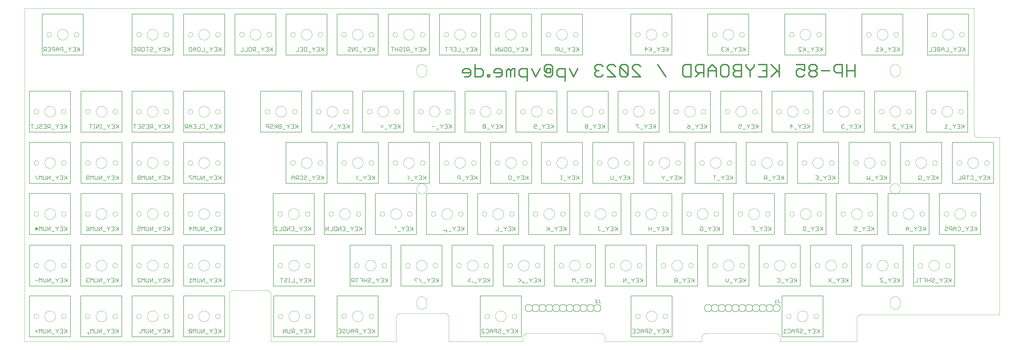
<source format=gbo>
G75*
%MOIN*%
%OFA0B0*%
%FSLAX25Y25*%
%IPPOS*%
%LPD*%
%AMOC8*
5,1,8,0,0,1.08239X$1,22.5*
%
%ADD10C,0.00394*%
%ADD11C,0.02000*%
%ADD12C,0.00500*%
%ADD13C,0.00000*%
%ADD14C,0.00700*%
%ADD15C,0.00600*%
D10*
X0003000Y0003833D02*
X0302213Y0003833D01*
X0302213Y0072731D01*
X0302212Y0072731D02*
X0302214Y0072883D01*
X0302220Y0073035D01*
X0302230Y0073187D01*
X0302243Y0073338D01*
X0302261Y0073489D01*
X0302282Y0073640D01*
X0302308Y0073790D01*
X0302337Y0073939D01*
X0302370Y0074088D01*
X0302407Y0074235D01*
X0302447Y0074382D01*
X0302492Y0074527D01*
X0302540Y0074671D01*
X0302592Y0074814D01*
X0302647Y0074956D01*
X0302706Y0075096D01*
X0302769Y0075235D01*
X0302835Y0075372D01*
X0302905Y0075507D01*
X0302978Y0075640D01*
X0303055Y0075771D01*
X0303135Y0075901D01*
X0303218Y0076028D01*
X0303304Y0076153D01*
X0303394Y0076276D01*
X0303487Y0076396D01*
X0303583Y0076514D01*
X0303682Y0076630D01*
X0303784Y0076743D01*
X0303888Y0076853D01*
X0303996Y0076961D01*
X0304106Y0077065D01*
X0304219Y0077167D01*
X0304335Y0077266D01*
X0304453Y0077362D01*
X0304573Y0077455D01*
X0304696Y0077545D01*
X0304821Y0077631D01*
X0304948Y0077714D01*
X0305078Y0077794D01*
X0305209Y0077871D01*
X0305342Y0077944D01*
X0305477Y0078014D01*
X0305614Y0078080D01*
X0305753Y0078143D01*
X0305893Y0078202D01*
X0306035Y0078257D01*
X0306178Y0078309D01*
X0306322Y0078357D01*
X0306467Y0078402D01*
X0306614Y0078442D01*
X0306761Y0078479D01*
X0306910Y0078512D01*
X0307059Y0078541D01*
X0307209Y0078567D01*
X0307360Y0078588D01*
X0307511Y0078606D01*
X0307662Y0078619D01*
X0307814Y0078629D01*
X0307966Y0078635D01*
X0308118Y0078637D01*
X0308118Y0078636D02*
X0357331Y0078636D01*
X0357331Y0078637D02*
X0357483Y0078635D01*
X0357635Y0078629D01*
X0357787Y0078619D01*
X0357938Y0078606D01*
X0358089Y0078588D01*
X0358240Y0078567D01*
X0358390Y0078541D01*
X0358539Y0078512D01*
X0358688Y0078479D01*
X0358835Y0078442D01*
X0358982Y0078402D01*
X0359127Y0078357D01*
X0359271Y0078309D01*
X0359414Y0078257D01*
X0359556Y0078202D01*
X0359696Y0078143D01*
X0359835Y0078080D01*
X0359972Y0078014D01*
X0360107Y0077944D01*
X0360240Y0077871D01*
X0360371Y0077794D01*
X0360501Y0077714D01*
X0360628Y0077631D01*
X0360753Y0077545D01*
X0360876Y0077455D01*
X0360996Y0077362D01*
X0361114Y0077266D01*
X0361230Y0077167D01*
X0361343Y0077065D01*
X0361453Y0076961D01*
X0361561Y0076853D01*
X0361665Y0076743D01*
X0361767Y0076630D01*
X0361866Y0076514D01*
X0361962Y0076396D01*
X0362055Y0076276D01*
X0362145Y0076153D01*
X0362231Y0076028D01*
X0362314Y0075901D01*
X0362394Y0075771D01*
X0362471Y0075640D01*
X0362544Y0075507D01*
X0362614Y0075372D01*
X0362680Y0075235D01*
X0362743Y0075096D01*
X0362802Y0074956D01*
X0362857Y0074814D01*
X0362909Y0074671D01*
X0362957Y0074527D01*
X0363002Y0074382D01*
X0363042Y0074235D01*
X0363079Y0074088D01*
X0363112Y0073939D01*
X0363141Y0073790D01*
X0363167Y0073640D01*
X0363188Y0073489D01*
X0363206Y0073338D01*
X0363219Y0073187D01*
X0363229Y0073035D01*
X0363235Y0072883D01*
X0363237Y0072731D01*
X0363236Y0072731D02*
X0363236Y0003833D01*
X0546307Y0003833D01*
X0546307Y0039266D01*
X0546309Y0039418D01*
X0546315Y0039570D01*
X0546325Y0039722D01*
X0546338Y0039873D01*
X0546356Y0040024D01*
X0546377Y0040175D01*
X0546403Y0040325D01*
X0546432Y0040474D01*
X0546465Y0040623D01*
X0546502Y0040770D01*
X0546542Y0040917D01*
X0546587Y0041062D01*
X0546635Y0041206D01*
X0546687Y0041349D01*
X0546742Y0041491D01*
X0546801Y0041631D01*
X0546864Y0041770D01*
X0546930Y0041907D01*
X0547000Y0042042D01*
X0547073Y0042175D01*
X0547150Y0042306D01*
X0547230Y0042436D01*
X0547313Y0042563D01*
X0547399Y0042688D01*
X0547489Y0042811D01*
X0547582Y0042931D01*
X0547678Y0043049D01*
X0547777Y0043165D01*
X0547879Y0043278D01*
X0547983Y0043388D01*
X0548091Y0043496D01*
X0548201Y0043600D01*
X0548314Y0043702D01*
X0548430Y0043801D01*
X0548548Y0043897D01*
X0548668Y0043990D01*
X0548791Y0044080D01*
X0548916Y0044166D01*
X0549043Y0044249D01*
X0549173Y0044329D01*
X0549304Y0044406D01*
X0549437Y0044479D01*
X0549572Y0044549D01*
X0549709Y0044615D01*
X0549848Y0044678D01*
X0549988Y0044737D01*
X0550130Y0044792D01*
X0550273Y0044844D01*
X0550417Y0044892D01*
X0550562Y0044937D01*
X0550709Y0044977D01*
X0550856Y0045014D01*
X0551005Y0045047D01*
X0551154Y0045076D01*
X0551304Y0045102D01*
X0551455Y0045123D01*
X0551606Y0045141D01*
X0551757Y0045154D01*
X0551909Y0045164D01*
X0552061Y0045170D01*
X0552213Y0045172D01*
X0617173Y0045172D01*
X0617325Y0045170D01*
X0617477Y0045164D01*
X0617629Y0045154D01*
X0617780Y0045141D01*
X0617931Y0045123D01*
X0618082Y0045102D01*
X0618232Y0045076D01*
X0618381Y0045047D01*
X0618530Y0045014D01*
X0618677Y0044977D01*
X0618824Y0044937D01*
X0618969Y0044892D01*
X0619113Y0044844D01*
X0619256Y0044792D01*
X0619398Y0044737D01*
X0619538Y0044678D01*
X0619677Y0044615D01*
X0619814Y0044549D01*
X0619949Y0044479D01*
X0620082Y0044406D01*
X0620213Y0044329D01*
X0620343Y0044249D01*
X0620470Y0044166D01*
X0620595Y0044080D01*
X0620718Y0043990D01*
X0620838Y0043897D01*
X0620956Y0043801D01*
X0621072Y0043702D01*
X0621185Y0043600D01*
X0621295Y0043496D01*
X0621403Y0043388D01*
X0621507Y0043278D01*
X0621609Y0043165D01*
X0621708Y0043049D01*
X0621804Y0042931D01*
X0621897Y0042811D01*
X0621987Y0042688D01*
X0622073Y0042563D01*
X0622156Y0042436D01*
X0622236Y0042306D01*
X0622313Y0042175D01*
X0622386Y0042042D01*
X0622456Y0041907D01*
X0622522Y0041770D01*
X0622585Y0041631D01*
X0622644Y0041491D01*
X0622699Y0041349D01*
X0622751Y0041206D01*
X0622799Y0041062D01*
X0622844Y0040917D01*
X0622884Y0040770D01*
X0622921Y0040623D01*
X0622954Y0040474D01*
X0622983Y0040325D01*
X0623009Y0040175D01*
X0623030Y0040024D01*
X0623048Y0039873D01*
X0623061Y0039722D01*
X0623071Y0039570D01*
X0623077Y0039418D01*
X0623079Y0039266D01*
X0623079Y0003833D01*
X0731346Y0003833D01*
X0731346Y0009739D01*
X0731348Y0009891D01*
X0731354Y0010043D01*
X0731364Y0010195D01*
X0731377Y0010346D01*
X0731395Y0010497D01*
X0731416Y0010648D01*
X0731442Y0010798D01*
X0731471Y0010947D01*
X0731504Y0011096D01*
X0731541Y0011243D01*
X0731581Y0011390D01*
X0731626Y0011535D01*
X0731674Y0011679D01*
X0731726Y0011822D01*
X0731781Y0011964D01*
X0731840Y0012104D01*
X0731903Y0012243D01*
X0731969Y0012380D01*
X0732039Y0012515D01*
X0732112Y0012648D01*
X0732189Y0012779D01*
X0732269Y0012909D01*
X0732352Y0013036D01*
X0732438Y0013161D01*
X0732528Y0013284D01*
X0732621Y0013404D01*
X0732717Y0013522D01*
X0732816Y0013638D01*
X0732918Y0013751D01*
X0733022Y0013861D01*
X0733130Y0013969D01*
X0733240Y0014073D01*
X0733353Y0014175D01*
X0733469Y0014274D01*
X0733587Y0014370D01*
X0733707Y0014463D01*
X0733830Y0014553D01*
X0733955Y0014639D01*
X0734082Y0014722D01*
X0734212Y0014802D01*
X0734343Y0014879D01*
X0734476Y0014952D01*
X0734611Y0015022D01*
X0734748Y0015088D01*
X0734887Y0015151D01*
X0735027Y0015210D01*
X0735169Y0015265D01*
X0735312Y0015317D01*
X0735456Y0015365D01*
X0735601Y0015410D01*
X0735748Y0015450D01*
X0735895Y0015487D01*
X0736044Y0015520D01*
X0736193Y0015549D01*
X0736343Y0015575D01*
X0736494Y0015596D01*
X0736645Y0015614D01*
X0736796Y0015627D01*
X0736948Y0015637D01*
X0737100Y0015643D01*
X0737252Y0015645D01*
X0737252Y0015644D02*
X0845520Y0015644D01*
X0845520Y0015645D02*
X0845672Y0015643D01*
X0845824Y0015637D01*
X0845976Y0015627D01*
X0846127Y0015614D01*
X0846278Y0015596D01*
X0846429Y0015575D01*
X0846579Y0015549D01*
X0846728Y0015520D01*
X0846877Y0015487D01*
X0847024Y0015450D01*
X0847171Y0015410D01*
X0847316Y0015365D01*
X0847460Y0015317D01*
X0847603Y0015265D01*
X0847745Y0015210D01*
X0847885Y0015151D01*
X0848024Y0015088D01*
X0848161Y0015022D01*
X0848296Y0014952D01*
X0848429Y0014879D01*
X0848560Y0014802D01*
X0848690Y0014722D01*
X0848817Y0014639D01*
X0848942Y0014553D01*
X0849065Y0014463D01*
X0849185Y0014370D01*
X0849303Y0014274D01*
X0849419Y0014175D01*
X0849532Y0014073D01*
X0849642Y0013969D01*
X0849750Y0013861D01*
X0849854Y0013751D01*
X0849956Y0013638D01*
X0850055Y0013522D01*
X0850151Y0013404D01*
X0850244Y0013284D01*
X0850334Y0013161D01*
X0850420Y0013036D01*
X0850503Y0012909D01*
X0850583Y0012779D01*
X0850660Y0012648D01*
X0850733Y0012515D01*
X0850803Y0012380D01*
X0850869Y0012243D01*
X0850932Y0012104D01*
X0850991Y0011964D01*
X0851046Y0011822D01*
X0851098Y0011679D01*
X0851146Y0011535D01*
X0851191Y0011390D01*
X0851231Y0011243D01*
X0851268Y0011096D01*
X0851301Y0010947D01*
X0851330Y0010798D01*
X0851356Y0010648D01*
X0851377Y0010497D01*
X0851395Y0010346D01*
X0851408Y0010195D01*
X0851418Y0010043D01*
X0851424Y0009891D01*
X0851426Y0009739D01*
X0851425Y0009739D02*
X0851425Y0003833D01*
X0993157Y0003833D01*
X0993157Y0009739D01*
X0993159Y0009891D01*
X0993165Y0010043D01*
X0993175Y0010195D01*
X0993188Y0010346D01*
X0993206Y0010497D01*
X0993227Y0010648D01*
X0993253Y0010798D01*
X0993282Y0010947D01*
X0993315Y0011096D01*
X0993352Y0011243D01*
X0993392Y0011390D01*
X0993437Y0011535D01*
X0993485Y0011679D01*
X0993537Y0011822D01*
X0993592Y0011964D01*
X0993651Y0012104D01*
X0993714Y0012243D01*
X0993780Y0012380D01*
X0993850Y0012515D01*
X0993923Y0012648D01*
X0994000Y0012779D01*
X0994080Y0012909D01*
X0994163Y0013036D01*
X0994249Y0013161D01*
X0994339Y0013284D01*
X0994432Y0013404D01*
X0994528Y0013522D01*
X0994627Y0013638D01*
X0994729Y0013751D01*
X0994833Y0013861D01*
X0994941Y0013969D01*
X0995051Y0014073D01*
X0995164Y0014175D01*
X0995280Y0014274D01*
X0995398Y0014370D01*
X0995518Y0014463D01*
X0995641Y0014553D01*
X0995766Y0014639D01*
X0995893Y0014722D01*
X0996023Y0014802D01*
X0996154Y0014879D01*
X0996287Y0014952D01*
X0996422Y0015022D01*
X0996559Y0015088D01*
X0996698Y0015151D01*
X0996838Y0015210D01*
X0996980Y0015265D01*
X0997123Y0015317D01*
X0997267Y0015365D01*
X0997412Y0015410D01*
X0997559Y0015450D01*
X0997706Y0015487D01*
X0997855Y0015520D01*
X0998004Y0015549D01*
X0998154Y0015575D01*
X0998305Y0015596D01*
X0998456Y0015614D01*
X0998607Y0015627D01*
X0998759Y0015637D01*
X0998911Y0015643D01*
X0999063Y0015645D01*
X0999063Y0015644D02*
X1101425Y0015644D01*
X1101425Y0015645D02*
X1101577Y0015643D01*
X1101729Y0015637D01*
X1101881Y0015627D01*
X1102032Y0015614D01*
X1102183Y0015596D01*
X1102334Y0015575D01*
X1102484Y0015549D01*
X1102633Y0015520D01*
X1102782Y0015487D01*
X1102929Y0015450D01*
X1103076Y0015410D01*
X1103221Y0015365D01*
X1103365Y0015317D01*
X1103508Y0015265D01*
X1103650Y0015210D01*
X1103790Y0015151D01*
X1103929Y0015088D01*
X1104066Y0015022D01*
X1104201Y0014952D01*
X1104334Y0014879D01*
X1104465Y0014802D01*
X1104595Y0014722D01*
X1104722Y0014639D01*
X1104847Y0014553D01*
X1104970Y0014463D01*
X1105090Y0014370D01*
X1105208Y0014274D01*
X1105324Y0014175D01*
X1105437Y0014073D01*
X1105547Y0013969D01*
X1105655Y0013861D01*
X1105759Y0013751D01*
X1105861Y0013638D01*
X1105960Y0013522D01*
X1106056Y0013404D01*
X1106149Y0013284D01*
X1106239Y0013161D01*
X1106325Y0013036D01*
X1106408Y0012909D01*
X1106488Y0012779D01*
X1106565Y0012648D01*
X1106638Y0012515D01*
X1106708Y0012380D01*
X1106774Y0012243D01*
X1106837Y0012104D01*
X1106896Y0011964D01*
X1106951Y0011822D01*
X1107003Y0011679D01*
X1107051Y0011535D01*
X1107096Y0011390D01*
X1107136Y0011243D01*
X1107173Y0011096D01*
X1107206Y0010947D01*
X1107235Y0010798D01*
X1107261Y0010648D01*
X1107282Y0010497D01*
X1107300Y0010346D01*
X1107313Y0010195D01*
X1107323Y0010043D01*
X1107329Y0009891D01*
X1107331Y0009739D01*
X1107331Y0003833D01*
X1219535Y0003833D01*
X1219535Y0037298D01*
X1219537Y0037450D01*
X1219543Y0037602D01*
X1219553Y0037754D01*
X1219566Y0037905D01*
X1219584Y0038056D01*
X1219605Y0038207D01*
X1219631Y0038357D01*
X1219660Y0038506D01*
X1219693Y0038655D01*
X1219730Y0038802D01*
X1219770Y0038949D01*
X1219815Y0039094D01*
X1219863Y0039238D01*
X1219915Y0039381D01*
X1219970Y0039523D01*
X1220029Y0039663D01*
X1220092Y0039802D01*
X1220158Y0039939D01*
X1220228Y0040074D01*
X1220301Y0040207D01*
X1220378Y0040338D01*
X1220458Y0040468D01*
X1220541Y0040595D01*
X1220627Y0040720D01*
X1220717Y0040843D01*
X1220810Y0040963D01*
X1220906Y0041081D01*
X1221005Y0041197D01*
X1221107Y0041310D01*
X1221211Y0041420D01*
X1221319Y0041528D01*
X1221429Y0041632D01*
X1221542Y0041734D01*
X1221658Y0041833D01*
X1221776Y0041929D01*
X1221896Y0042022D01*
X1222019Y0042112D01*
X1222144Y0042198D01*
X1222271Y0042281D01*
X1222401Y0042361D01*
X1222532Y0042438D01*
X1222665Y0042511D01*
X1222800Y0042581D01*
X1222937Y0042647D01*
X1223076Y0042710D01*
X1223216Y0042769D01*
X1223358Y0042824D01*
X1223501Y0042876D01*
X1223645Y0042924D01*
X1223790Y0042969D01*
X1223937Y0043009D01*
X1224084Y0043046D01*
X1224233Y0043079D01*
X1224382Y0043108D01*
X1224532Y0043134D01*
X1224683Y0043155D01*
X1224834Y0043173D01*
X1224985Y0043186D01*
X1225137Y0043196D01*
X1225289Y0043202D01*
X1225441Y0043204D01*
X1225441Y0043203D02*
X1428197Y0043203D01*
X1428197Y0303046D01*
X1396701Y0303046D01*
X1396701Y0303045D02*
X1396549Y0303047D01*
X1396397Y0303053D01*
X1396245Y0303063D01*
X1396094Y0303076D01*
X1395943Y0303094D01*
X1395792Y0303115D01*
X1395642Y0303141D01*
X1395493Y0303170D01*
X1395344Y0303203D01*
X1395197Y0303240D01*
X1395050Y0303280D01*
X1394905Y0303325D01*
X1394761Y0303373D01*
X1394618Y0303425D01*
X1394476Y0303480D01*
X1394336Y0303539D01*
X1394197Y0303602D01*
X1394060Y0303668D01*
X1393925Y0303738D01*
X1393792Y0303811D01*
X1393661Y0303888D01*
X1393531Y0303968D01*
X1393404Y0304051D01*
X1393279Y0304137D01*
X1393156Y0304227D01*
X1393036Y0304320D01*
X1392918Y0304416D01*
X1392802Y0304515D01*
X1392689Y0304617D01*
X1392579Y0304721D01*
X1392471Y0304829D01*
X1392367Y0304939D01*
X1392265Y0305052D01*
X1392166Y0305168D01*
X1392070Y0305286D01*
X1391977Y0305406D01*
X1391887Y0305529D01*
X1391801Y0305654D01*
X1391718Y0305781D01*
X1391638Y0305911D01*
X1391561Y0306042D01*
X1391488Y0306175D01*
X1391418Y0306310D01*
X1391352Y0306447D01*
X1391289Y0306586D01*
X1391230Y0306726D01*
X1391175Y0306868D01*
X1391123Y0307011D01*
X1391075Y0307155D01*
X1391030Y0307300D01*
X1390990Y0307447D01*
X1390953Y0307594D01*
X1390920Y0307743D01*
X1390891Y0307892D01*
X1390865Y0308042D01*
X1390844Y0308193D01*
X1390826Y0308344D01*
X1390813Y0308495D01*
X1390803Y0308647D01*
X1390797Y0308799D01*
X1390795Y0308951D01*
X1390795Y0492022D01*
X0003000Y0492022D01*
X0003000Y0003833D01*
X0576228Y0058557D02*
X0576228Y0062494D01*
X0576229Y0062494D02*
X0576231Y0062671D01*
X0576238Y0062849D01*
X0576248Y0063026D01*
X0576264Y0063202D01*
X0576283Y0063379D01*
X0576307Y0063554D01*
X0576335Y0063730D01*
X0576367Y0063904D01*
X0576403Y0064078D01*
X0576444Y0064250D01*
X0576489Y0064422D01*
X0576538Y0064592D01*
X0576591Y0064761D01*
X0576648Y0064929D01*
X0576710Y0065096D01*
X0576775Y0065261D01*
X0576844Y0065424D01*
X0576918Y0065585D01*
X0576995Y0065745D01*
X0577076Y0065903D01*
X0577161Y0066058D01*
X0577250Y0066212D01*
X0577342Y0066363D01*
X0577438Y0066513D01*
X0577538Y0066659D01*
X0577641Y0066803D01*
X0577748Y0066945D01*
X0577858Y0067084D01*
X0577971Y0067221D01*
X0578088Y0067354D01*
X0578208Y0067485D01*
X0578331Y0067612D01*
X0578457Y0067737D01*
X0578586Y0067859D01*
X0578718Y0067977D01*
X0578853Y0068092D01*
X0578991Y0068204D01*
X0579131Y0068312D01*
X0579274Y0068417D01*
X0579420Y0068519D01*
X0579568Y0068616D01*
X0579718Y0068711D01*
X0579871Y0068801D01*
X0580025Y0068888D01*
X0580182Y0068971D01*
X0580341Y0069050D01*
X0580501Y0069126D01*
X0580664Y0069197D01*
X0580828Y0069264D01*
X0580993Y0069328D01*
X0581160Y0069387D01*
X0581329Y0069442D01*
X0581499Y0069493D01*
X0581670Y0069540D01*
X0581842Y0069583D01*
X0582015Y0069622D01*
X0582189Y0069656D01*
X0582364Y0069686D01*
X0582539Y0069712D01*
X0582715Y0069733D01*
X0582892Y0069751D01*
X0583069Y0069764D01*
X0583246Y0069772D01*
X0583423Y0069776D01*
X0583601Y0069776D01*
X0583778Y0069772D01*
X0583955Y0069764D01*
X0584132Y0069751D01*
X0584309Y0069733D01*
X0584485Y0069712D01*
X0584660Y0069686D01*
X0584835Y0069656D01*
X0585009Y0069622D01*
X0585182Y0069583D01*
X0585354Y0069540D01*
X0585525Y0069493D01*
X0585695Y0069442D01*
X0585864Y0069387D01*
X0586031Y0069328D01*
X0586196Y0069264D01*
X0586360Y0069197D01*
X0586523Y0069126D01*
X0586683Y0069050D01*
X0586842Y0068971D01*
X0586999Y0068888D01*
X0587154Y0068801D01*
X0587306Y0068711D01*
X0587456Y0068616D01*
X0587604Y0068519D01*
X0587750Y0068417D01*
X0587893Y0068312D01*
X0588033Y0068204D01*
X0588171Y0068092D01*
X0588306Y0067977D01*
X0588438Y0067859D01*
X0588567Y0067737D01*
X0588693Y0067612D01*
X0588816Y0067485D01*
X0588936Y0067354D01*
X0589053Y0067221D01*
X0589166Y0067084D01*
X0589276Y0066945D01*
X0589383Y0066803D01*
X0589486Y0066659D01*
X0589586Y0066513D01*
X0589682Y0066363D01*
X0589774Y0066212D01*
X0589863Y0066058D01*
X0589948Y0065903D01*
X0590029Y0065745D01*
X0590106Y0065585D01*
X0590180Y0065424D01*
X0590249Y0065261D01*
X0590314Y0065096D01*
X0590376Y0064929D01*
X0590433Y0064761D01*
X0590486Y0064592D01*
X0590535Y0064422D01*
X0590580Y0064250D01*
X0590621Y0064078D01*
X0590657Y0063904D01*
X0590689Y0063730D01*
X0590717Y0063554D01*
X0590741Y0063379D01*
X0590760Y0063202D01*
X0590776Y0063026D01*
X0590786Y0062849D01*
X0590793Y0062671D01*
X0590795Y0062494D01*
X0590795Y0058557D01*
X0590793Y0058380D01*
X0590786Y0058202D01*
X0590776Y0058025D01*
X0590760Y0057849D01*
X0590741Y0057672D01*
X0590717Y0057497D01*
X0590689Y0057321D01*
X0590657Y0057147D01*
X0590621Y0056973D01*
X0590580Y0056801D01*
X0590535Y0056629D01*
X0590486Y0056459D01*
X0590433Y0056290D01*
X0590376Y0056122D01*
X0590314Y0055955D01*
X0590249Y0055790D01*
X0590180Y0055627D01*
X0590106Y0055466D01*
X0590029Y0055306D01*
X0589948Y0055148D01*
X0589863Y0054993D01*
X0589774Y0054839D01*
X0589682Y0054688D01*
X0589586Y0054538D01*
X0589486Y0054392D01*
X0589383Y0054248D01*
X0589276Y0054106D01*
X0589166Y0053967D01*
X0589053Y0053830D01*
X0588936Y0053697D01*
X0588816Y0053566D01*
X0588693Y0053439D01*
X0588567Y0053314D01*
X0588438Y0053192D01*
X0588306Y0053074D01*
X0588171Y0052959D01*
X0588033Y0052847D01*
X0587893Y0052739D01*
X0587750Y0052634D01*
X0587604Y0052532D01*
X0587456Y0052435D01*
X0587306Y0052340D01*
X0587154Y0052250D01*
X0586999Y0052163D01*
X0586842Y0052080D01*
X0586683Y0052001D01*
X0586523Y0051925D01*
X0586360Y0051854D01*
X0586196Y0051787D01*
X0586031Y0051723D01*
X0585864Y0051664D01*
X0585695Y0051609D01*
X0585525Y0051558D01*
X0585354Y0051511D01*
X0585182Y0051468D01*
X0585009Y0051429D01*
X0584835Y0051395D01*
X0584660Y0051365D01*
X0584485Y0051339D01*
X0584309Y0051318D01*
X0584132Y0051300D01*
X0583955Y0051287D01*
X0583778Y0051279D01*
X0583601Y0051275D01*
X0583423Y0051275D01*
X0583246Y0051279D01*
X0583069Y0051287D01*
X0582892Y0051300D01*
X0582715Y0051318D01*
X0582539Y0051339D01*
X0582364Y0051365D01*
X0582189Y0051395D01*
X0582015Y0051429D01*
X0581842Y0051468D01*
X0581670Y0051511D01*
X0581499Y0051558D01*
X0581329Y0051609D01*
X0581160Y0051664D01*
X0580993Y0051723D01*
X0580828Y0051787D01*
X0580664Y0051854D01*
X0580501Y0051925D01*
X0580341Y0052001D01*
X0580182Y0052080D01*
X0580025Y0052163D01*
X0579871Y0052250D01*
X0579718Y0052340D01*
X0579568Y0052435D01*
X0579420Y0052532D01*
X0579274Y0052634D01*
X0579131Y0052739D01*
X0578991Y0052847D01*
X0578853Y0052959D01*
X0578718Y0053074D01*
X0578586Y0053192D01*
X0578457Y0053314D01*
X0578331Y0053439D01*
X0578208Y0053566D01*
X0578088Y0053697D01*
X0577971Y0053830D01*
X0577858Y0053967D01*
X0577748Y0054106D01*
X0577641Y0054248D01*
X0577538Y0054392D01*
X0577438Y0054538D01*
X0577342Y0054688D01*
X0577250Y0054839D01*
X0577161Y0054993D01*
X0577076Y0055148D01*
X0576995Y0055306D01*
X0576918Y0055466D01*
X0576844Y0055627D01*
X0576775Y0055790D01*
X0576710Y0055955D01*
X0576648Y0056122D01*
X0576591Y0056290D01*
X0576538Y0056459D01*
X0576489Y0056629D01*
X0576444Y0056801D01*
X0576403Y0056973D01*
X0576367Y0057147D01*
X0576335Y0057321D01*
X0576307Y0057497D01*
X0576283Y0057672D01*
X0576264Y0057849D01*
X0576248Y0058025D01*
X0576238Y0058202D01*
X0576231Y0058380D01*
X0576229Y0058557D01*
X0576130Y0227849D02*
X0576132Y0228033D01*
X0576139Y0228216D01*
X0576150Y0228399D01*
X0576166Y0228582D01*
X0576186Y0228765D01*
X0576211Y0228947D01*
X0576240Y0229128D01*
X0576274Y0229308D01*
X0576312Y0229488D01*
X0576354Y0229666D01*
X0576401Y0229844D01*
X0576452Y0230020D01*
X0576508Y0230195D01*
X0576567Y0230369D01*
X0576631Y0230541D01*
X0576699Y0230711D01*
X0576772Y0230880D01*
X0576848Y0231047D01*
X0576929Y0231212D01*
X0577013Y0231375D01*
X0577102Y0231536D01*
X0577194Y0231694D01*
X0577290Y0231851D01*
X0577391Y0232005D01*
X0577494Y0232156D01*
X0577602Y0232305D01*
X0577713Y0232451D01*
X0577828Y0232594D01*
X0577946Y0232735D01*
X0578068Y0232872D01*
X0578193Y0233007D01*
X0578321Y0233138D01*
X0578452Y0233266D01*
X0578587Y0233391D01*
X0578724Y0233513D01*
X0578865Y0233631D01*
X0579008Y0233746D01*
X0579154Y0233857D01*
X0579303Y0233965D01*
X0579454Y0234068D01*
X0579608Y0234169D01*
X0579765Y0234265D01*
X0579923Y0234357D01*
X0580084Y0234446D01*
X0580247Y0234530D01*
X0580412Y0234611D01*
X0580579Y0234687D01*
X0580748Y0234760D01*
X0580918Y0234828D01*
X0581090Y0234892D01*
X0581264Y0234951D01*
X0581439Y0235007D01*
X0581615Y0235058D01*
X0581793Y0235105D01*
X0581971Y0235147D01*
X0582151Y0235185D01*
X0582331Y0235219D01*
X0582512Y0235248D01*
X0582694Y0235273D01*
X0582877Y0235293D01*
X0583060Y0235309D01*
X0583243Y0235320D01*
X0583426Y0235327D01*
X0583610Y0235329D01*
X0583794Y0235327D01*
X0583977Y0235320D01*
X0584160Y0235309D01*
X0584343Y0235293D01*
X0584526Y0235273D01*
X0584708Y0235248D01*
X0584889Y0235219D01*
X0585069Y0235185D01*
X0585249Y0235147D01*
X0585427Y0235105D01*
X0585605Y0235058D01*
X0585781Y0235007D01*
X0585956Y0234951D01*
X0586130Y0234892D01*
X0586302Y0234828D01*
X0586472Y0234760D01*
X0586641Y0234687D01*
X0586808Y0234611D01*
X0586973Y0234530D01*
X0587136Y0234446D01*
X0587297Y0234357D01*
X0587455Y0234265D01*
X0587612Y0234169D01*
X0587766Y0234068D01*
X0587917Y0233965D01*
X0588066Y0233857D01*
X0588212Y0233746D01*
X0588355Y0233631D01*
X0588496Y0233513D01*
X0588633Y0233391D01*
X0588768Y0233266D01*
X0588899Y0233138D01*
X0589027Y0233007D01*
X0589152Y0232872D01*
X0589274Y0232735D01*
X0589392Y0232594D01*
X0589507Y0232451D01*
X0589618Y0232305D01*
X0589726Y0232156D01*
X0589829Y0232005D01*
X0589930Y0231851D01*
X0590026Y0231694D01*
X0590118Y0231536D01*
X0590207Y0231375D01*
X0590291Y0231212D01*
X0590372Y0231047D01*
X0590448Y0230880D01*
X0590521Y0230711D01*
X0590589Y0230541D01*
X0590653Y0230369D01*
X0590712Y0230195D01*
X0590768Y0230020D01*
X0590819Y0229844D01*
X0590866Y0229666D01*
X0590908Y0229488D01*
X0590946Y0229308D01*
X0590980Y0229128D01*
X0591009Y0228947D01*
X0591034Y0228765D01*
X0591054Y0228582D01*
X0591070Y0228399D01*
X0591081Y0228216D01*
X0591088Y0228033D01*
X0591090Y0227849D01*
X0591088Y0227665D01*
X0591081Y0227482D01*
X0591070Y0227299D01*
X0591054Y0227116D01*
X0591034Y0226933D01*
X0591009Y0226751D01*
X0590980Y0226570D01*
X0590946Y0226390D01*
X0590908Y0226210D01*
X0590866Y0226032D01*
X0590819Y0225854D01*
X0590768Y0225678D01*
X0590712Y0225503D01*
X0590653Y0225329D01*
X0590589Y0225157D01*
X0590521Y0224987D01*
X0590448Y0224818D01*
X0590372Y0224651D01*
X0590291Y0224486D01*
X0590207Y0224323D01*
X0590118Y0224162D01*
X0590026Y0224004D01*
X0589930Y0223847D01*
X0589829Y0223693D01*
X0589726Y0223542D01*
X0589618Y0223393D01*
X0589507Y0223247D01*
X0589392Y0223104D01*
X0589274Y0222963D01*
X0589152Y0222826D01*
X0589027Y0222691D01*
X0588899Y0222560D01*
X0588768Y0222432D01*
X0588633Y0222307D01*
X0588496Y0222185D01*
X0588355Y0222067D01*
X0588212Y0221952D01*
X0588066Y0221841D01*
X0587917Y0221733D01*
X0587766Y0221630D01*
X0587612Y0221529D01*
X0587455Y0221433D01*
X0587297Y0221341D01*
X0587136Y0221252D01*
X0586973Y0221168D01*
X0586808Y0221087D01*
X0586641Y0221011D01*
X0586472Y0220938D01*
X0586302Y0220870D01*
X0586130Y0220806D01*
X0585956Y0220747D01*
X0585781Y0220691D01*
X0585605Y0220640D01*
X0585427Y0220593D01*
X0585249Y0220551D01*
X0585069Y0220513D01*
X0584889Y0220479D01*
X0584708Y0220450D01*
X0584526Y0220425D01*
X0584343Y0220405D01*
X0584160Y0220389D01*
X0583977Y0220378D01*
X0583794Y0220371D01*
X0583610Y0220369D01*
X0583426Y0220371D01*
X0583243Y0220378D01*
X0583060Y0220389D01*
X0582877Y0220405D01*
X0582694Y0220425D01*
X0582512Y0220450D01*
X0582331Y0220479D01*
X0582151Y0220513D01*
X0581971Y0220551D01*
X0581793Y0220593D01*
X0581615Y0220640D01*
X0581439Y0220691D01*
X0581264Y0220747D01*
X0581090Y0220806D01*
X0580918Y0220870D01*
X0580748Y0220938D01*
X0580579Y0221011D01*
X0580412Y0221087D01*
X0580247Y0221168D01*
X0580084Y0221252D01*
X0579923Y0221341D01*
X0579765Y0221433D01*
X0579608Y0221529D01*
X0579454Y0221630D01*
X0579303Y0221733D01*
X0579154Y0221841D01*
X0579008Y0221952D01*
X0578865Y0222067D01*
X0578724Y0222185D01*
X0578587Y0222307D01*
X0578452Y0222432D01*
X0578321Y0222560D01*
X0578193Y0222691D01*
X0578068Y0222826D01*
X0577946Y0222963D01*
X0577828Y0223104D01*
X0577713Y0223247D01*
X0577602Y0223393D01*
X0577494Y0223542D01*
X0577391Y0223693D01*
X0577290Y0223847D01*
X0577194Y0224004D01*
X0577102Y0224162D01*
X0577013Y0224323D01*
X0576929Y0224486D01*
X0576848Y0224651D01*
X0576772Y0224818D01*
X0576699Y0224987D01*
X0576631Y0225157D01*
X0576567Y0225329D01*
X0576508Y0225503D01*
X0576452Y0225678D01*
X0576401Y0225854D01*
X0576354Y0226032D01*
X0576312Y0226210D01*
X0576274Y0226390D01*
X0576240Y0226570D01*
X0576211Y0226751D01*
X0576186Y0226933D01*
X0576166Y0227116D01*
X0576150Y0227299D01*
X0576139Y0227482D01*
X0576132Y0227665D01*
X0576130Y0227849D01*
X0576228Y0398715D02*
X0576228Y0402652D01*
X0576229Y0402652D02*
X0576231Y0402829D01*
X0576238Y0403007D01*
X0576248Y0403184D01*
X0576264Y0403360D01*
X0576283Y0403537D01*
X0576307Y0403712D01*
X0576335Y0403888D01*
X0576367Y0404062D01*
X0576403Y0404236D01*
X0576444Y0404408D01*
X0576489Y0404580D01*
X0576538Y0404750D01*
X0576591Y0404919D01*
X0576648Y0405087D01*
X0576710Y0405254D01*
X0576775Y0405419D01*
X0576844Y0405582D01*
X0576918Y0405743D01*
X0576995Y0405903D01*
X0577076Y0406061D01*
X0577161Y0406216D01*
X0577250Y0406370D01*
X0577342Y0406521D01*
X0577438Y0406671D01*
X0577538Y0406817D01*
X0577641Y0406961D01*
X0577748Y0407103D01*
X0577858Y0407242D01*
X0577971Y0407379D01*
X0578088Y0407512D01*
X0578208Y0407643D01*
X0578331Y0407770D01*
X0578457Y0407895D01*
X0578586Y0408017D01*
X0578718Y0408135D01*
X0578853Y0408250D01*
X0578991Y0408362D01*
X0579131Y0408470D01*
X0579274Y0408575D01*
X0579420Y0408677D01*
X0579568Y0408774D01*
X0579718Y0408869D01*
X0579871Y0408959D01*
X0580025Y0409046D01*
X0580182Y0409129D01*
X0580341Y0409208D01*
X0580501Y0409284D01*
X0580664Y0409355D01*
X0580828Y0409422D01*
X0580993Y0409486D01*
X0581160Y0409545D01*
X0581329Y0409600D01*
X0581499Y0409651D01*
X0581670Y0409698D01*
X0581842Y0409741D01*
X0582015Y0409780D01*
X0582189Y0409814D01*
X0582364Y0409844D01*
X0582539Y0409870D01*
X0582715Y0409891D01*
X0582892Y0409909D01*
X0583069Y0409922D01*
X0583246Y0409930D01*
X0583423Y0409934D01*
X0583601Y0409934D01*
X0583778Y0409930D01*
X0583955Y0409922D01*
X0584132Y0409909D01*
X0584309Y0409891D01*
X0584485Y0409870D01*
X0584660Y0409844D01*
X0584835Y0409814D01*
X0585009Y0409780D01*
X0585182Y0409741D01*
X0585354Y0409698D01*
X0585525Y0409651D01*
X0585695Y0409600D01*
X0585864Y0409545D01*
X0586031Y0409486D01*
X0586196Y0409422D01*
X0586360Y0409355D01*
X0586523Y0409284D01*
X0586683Y0409208D01*
X0586842Y0409129D01*
X0586999Y0409046D01*
X0587154Y0408959D01*
X0587306Y0408869D01*
X0587456Y0408774D01*
X0587604Y0408677D01*
X0587750Y0408575D01*
X0587893Y0408470D01*
X0588033Y0408362D01*
X0588171Y0408250D01*
X0588306Y0408135D01*
X0588438Y0408017D01*
X0588567Y0407895D01*
X0588693Y0407770D01*
X0588816Y0407643D01*
X0588936Y0407512D01*
X0589053Y0407379D01*
X0589166Y0407242D01*
X0589276Y0407103D01*
X0589383Y0406961D01*
X0589486Y0406817D01*
X0589586Y0406671D01*
X0589682Y0406521D01*
X0589774Y0406370D01*
X0589863Y0406216D01*
X0589948Y0406061D01*
X0590029Y0405903D01*
X0590106Y0405743D01*
X0590180Y0405582D01*
X0590249Y0405419D01*
X0590314Y0405254D01*
X0590376Y0405087D01*
X0590433Y0404919D01*
X0590486Y0404750D01*
X0590535Y0404580D01*
X0590580Y0404408D01*
X0590621Y0404236D01*
X0590657Y0404062D01*
X0590689Y0403888D01*
X0590717Y0403712D01*
X0590741Y0403537D01*
X0590760Y0403360D01*
X0590776Y0403184D01*
X0590786Y0403007D01*
X0590793Y0402829D01*
X0590795Y0402652D01*
X0590795Y0398715D01*
X0590793Y0398538D01*
X0590786Y0398360D01*
X0590776Y0398183D01*
X0590760Y0398007D01*
X0590741Y0397830D01*
X0590717Y0397655D01*
X0590689Y0397479D01*
X0590657Y0397305D01*
X0590621Y0397131D01*
X0590580Y0396959D01*
X0590535Y0396787D01*
X0590486Y0396617D01*
X0590433Y0396448D01*
X0590376Y0396280D01*
X0590314Y0396113D01*
X0590249Y0395948D01*
X0590180Y0395785D01*
X0590106Y0395624D01*
X0590029Y0395464D01*
X0589948Y0395306D01*
X0589863Y0395151D01*
X0589774Y0394997D01*
X0589682Y0394846D01*
X0589586Y0394696D01*
X0589486Y0394550D01*
X0589383Y0394406D01*
X0589276Y0394264D01*
X0589166Y0394125D01*
X0589053Y0393988D01*
X0588936Y0393855D01*
X0588816Y0393724D01*
X0588693Y0393597D01*
X0588567Y0393472D01*
X0588438Y0393350D01*
X0588306Y0393232D01*
X0588171Y0393117D01*
X0588033Y0393005D01*
X0587893Y0392897D01*
X0587750Y0392792D01*
X0587604Y0392690D01*
X0587456Y0392593D01*
X0587306Y0392498D01*
X0587154Y0392408D01*
X0586999Y0392321D01*
X0586842Y0392238D01*
X0586683Y0392159D01*
X0586523Y0392083D01*
X0586360Y0392012D01*
X0586196Y0391945D01*
X0586031Y0391881D01*
X0585864Y0391822D01*
X0585695Y0391767D01*
X0585525Y0391716D01*
X0585354Y0391669D01*
X0585182Y0391626D01*
X0585009Y0391587D01*
X0584835Y0391553D01*
X0584660Y0391523D01*
X0584485Y0391497D01*
X0584309Y0391476D01*
X0584132Y0391458D01*
X0583955Y0391445D01*
X0583778Y0391437D01*
X0583601Y0391433D01*
X0583423Y0391433D01*
X0583246Y0391437D01*
X0583069Y0391445D01*
X0582892Y0391458D01*
X0582715Y0391476D01*
X0582539Y0391497D01*
X0582364Y0391523D01*
X0582189Y0391553D01*
X0582015Y0391587D01*
X0581842Y0391626D01*
X0581670Y0391669D01*
X0581499Y0391716D01*
X0581329Y0391767D01*
X0581160Y0391822D01*
X0580993Y0391881D01*
X0580828Y0391945D01*
X0580664Y0392012D01*
X0580501Y0392083D01*
X0580341Y0392159D01*
X0580182Y0392238D01*
X0580025Y0392321D01*
X0579871Y0392408D01*
X0579718Y0392498D01*
X0579568Y0392593D01*
X0579420Y0392690D01*
X0579274Y0392792D01*
X0579131Y0392897D01*
X0578991Y0393005D01*
X0578853Y0393117D01*
X0578718Y0393232D01*
X0578586Y0393350D01*
X0578457Y0393472D01*
X0578331Y0393597D01*
X0578208Y0393724D01*
X0578088Y0393855D01*
X0577971Y0393988D01*
X0577858Y0394125D01*
X0577748Y0394264D01*
X0577641Y0394406D01*
X0577538Y0394550D01*
X0577438Y0394696D01*
X0577342Y0394846D01*
X0577250Y0394997D01*
X0577161Y0395151D01*
X0577076Y0395306D01*
X0576995Y0395464D01*
X0576918Y0395624D01*
X0576844Y0395785D01*
X0576775Y0395948D01*
X0576710Y0396113D01*
X0576648Y0396280D01*
X0576591Y0396448D01*
X0576538Y0396617D01*
X0576489Y0396787D01*
X0576444Y0396959D01*
X0576403Y0397131D01*
X0576367Y0397305D01*
X0576335Y0397479D01*
X0576307Y0397655D01*
X0576283Y0397830D01*
X0576264Y0398007D01*
X0576248Y0398183D01*
X0576238Y0398360D01*
X0576231Y0398538D01*
X0576229Y0398715D01*
X1268354Y0399109D02*
X1268354Y0403046D01*
X1268355Y0403046D02*
X1268357Y0403223D01*
X1268364Y0403401D01*
X1268374Y0403578D01*
X1268390Y0403754D01*
X1268409Y0403931D01*
X1268433Y0404106D01*
X1268461Y0404282D01*
X1268493Y0404456D01*
X1268529Y0404630D01*
X1268570Y0404802D01*
X1268615Y0404974D01*
X1268664Y0405144D01*
X1268717Y0405313D01*
X1268774Y0405481D01*
X1268836Y0405648D01*
X1268901Y0405813D01*
X1268970Y0405976D01*
X1269044Y0406137D01*
X1269121Y0406297D01*
X1269202Y0406455D01*
X1269287Y0406610D01*
X1269376Y0406764D01*
X1269468Y0406915D01*
X1269564Y0407065D01*
X1269664Y0407211D01*
X1269767Y0407355D01*
X1269874Y0407497D01*
X1269984Y0407636D01*
X1270097Y0407773D01*
X1270214Y0407906D01*
X1270334Y0408037D01*
X1270457Y0408164D01*
X1270583Y0408289D01*
X1270712Y0408411D01*
X1270844Y0408529D01*
X1270979Y0408644D01*
X1271117Y0408756D01*
X1271257Y0408864D01*
X1271400Y0408969D01*
X1271546Y0409071D01*
X1271694Y0409168D01*
X1271844Y0409263D01*
X1271997Y0409353D01*
X1272151Y0409440D01*
X1272308Y0409523D01*
X1272467Y0409602D01*
X1272627Y0409678D01*
X1272790Y0409749D01*
X1272954Y0409816D01*
X1273119Y0409880D01*
X1273286Y0409939D01*
X1273455Y0409994D01*
X1273625Y0410045D01*
X1273796Y0410092D01*
X1273968Y0410135D01*
X1274141Y0410174D01*
X1274315Y0410208D01*
X1274490Y0410238D01*
X1274665Y0410264D01*
X1274841Y0410285D01*
X1275018Y0410303D01*
X1275195Y0410316D01*
X1275372Y0410324D01*
X1275549Y0410328D01*
X1275727Y0410328D01*
X1275904Y0410324D01*
X1276081Y0410316D01*
X1276258Y0410303D01*
X1276435Y0410285D01*
X1276611Y0410264D01*
X1276786Y0410238D01*
X1276961Y0410208D01*
X1277135Y0410174D01*
X1277308Y0410135D01*
X1277480Y0410092D01*
X1277651Y0410045D01*
X1277821Y0409994D01*
X1277990Y0409939D01*
X1278157Y0409880D01*
X1278322Y0409816D01*
X1278486Y0409749D01*
X1278649Y0409678D01*
X1278809Y0409602D01*
X1278968Y0409523D01*
X1279125Y0409440D01*
X1279280Y0409353D01*
X1279432Y0409263D01*
X1279582Y0409168D01*
X1279730Y0409071D01*
X1279876Y0408969D01*
X1280019Y0408864D01*
X1280159Y0408756D01*
X1280297Y0408644D01*
X1280432Y0408529D01*
X1280564Y0408411D01*
X1280693Y0408289D01*
X1280819Y0408164D01*
X1280942Y0408037D01*
X1281062Y0407906D01*
X1281179Y0407773D01*
X1281292Y0407636D01*
X1281402Y0407497D01*
X1281509Y0407355D01*
X1281612Y0407211D01*
X1281712Y0407065D01*
X1281808Y0406915D01*
X1281900Y0406764D01*
X1281989Y0406610D01*
X1282074Y0406455D01*
X1282155Y0406297D01*
X1282232Y0406137D01*
X1282306Y0405976D01*
X1282375Y0405813D01*
X1282440Y0405648D01*
X1282502Y0405481D01*
X1282559Y0405313D01*
X1282612Y0405144D01*
X1282661Y0404974D01*
X1282706Y0404802D01*
X1282747Y0404630D01*
X1282783Y0404456D01*
X1282815Y0404282D01*
X1282843Y0404106D01*
X1282867Y0403931D01*
X1282886Y0403754D01*
X1282902Y0403578D01*
X1282912Y0403401D01*
X1282919Y0403223D01*
X1282921Y0403046D01*
X1282921Y0399109D01*
X1282919Y0398932D01*
X1282912Y0398754D01*
X1282902Y0398577D01*
X1282886Y0398401D01*
X1282867Y0398224D01*
X1282843Y0398049D01*
X1282815Y0397873D01*
X1282783Y0397699D01*
X1282747Y0397525D01*
X1282706Y0397353D01*
X1282661Y0397181D01*
X1282612Y0397011D01*
X1282559Y0396842D01*
X1282502Y0396674D01*
X1282440Y0396507D01*
X1282375Y0396342D01*
X1282306Y0396179D01*
X1282232Y0396018D01*
X1282155Y0395858D01*
X1282074Y0395700D01*
X1281989Y0395545D01*
X1281900Y0395391D01*
X1281808Y0395240D01*
X1281712Y0395090D01*
X1281612Y0394944D01*
X1281509Y0394800D01*
X1281402Y0394658D01*
X1281292Y0394519D01*
X1281179Y0394382D01*
X1281062Y0394249D01*
X1280942Y0394118D01*
X1280819Y0393991D01*
X1280693Y0393866D01*
X1280564Y0393744D01*
X1280432Y0393626D01*
X1280297Y0393511D01*
X1280159Y0393399D01*
X1280019Y0393291D01*
X1279876Y0393186D01*
X1279730Y0393084D01*
X1279582Y0392987D01*
X1279432Y0392892D01*
X1279280Y0392802D01*
X1279125Y0392715D01*
X1278968Y0392632D01*
X1278809Y0392553D01*
X1278649Y0392477D01*
X1278486Y0392406D01*
X1278322Y0392339D01*
X1278157Y0392275D01*
X1277990Y0392216D01*
X1277821Y0392161D01*
X1277651Y0392110D01*
X1277480Y0392063D01*
X1277308Y0392020D01*
X1277135Y0391981D01*
X1276961Y0391947D01*
X1276786Y0391917D01*
X1276611Y0391891D01*
X1276435Y0391870D01*
X1276258Y0391852D01*
X1276081Y0391839D01*
X1275904Y0391831D01*
X1275727Y0391827D01*
X1275549Y0391827D01*
X1275372Y0391831D01*
X1275195Y0391839D01*
X1275018Y0391852D01*
X1274841Y0391870D01*
X1274665Y0391891D01*
X1274490Y0391917D01*
X1274315Y0391947D01*
X1274141Y0391981D01*
X1273968Y0392020D01*
X1273796Y0392063D01*
X1273625Y0392110D01*
X1273455Y0392161D01*
X1273286Y0392216D01*
X1273119Y0392275D01*
X1272954Y0392339D01*
X1272790Y0392406D01*
X1272627Y0392477D01*
X1272467Y0392553D01*
X1272308Y0392632D01*
X1272151Y0392715D01*
X1271997Y0392802D01*
X1271844Y0392892D01*
X1271694Y0392987D01*
X1271546Y0393084D01*
X1271400Y0393186D01*
X1271257Y0393291D01*
X1271117Y0393399D01*
X1270979Y0393511D01*
X1270844Y0393626D01*
X1270712Y0393744D01*
X1270583Y0393866D01*
X1270457Y0393991D01*
X1270334Y0394118D01*
X1270214Y0394249D01*
X1270097Y0394382D01*
X1269984Y0394519D01*
X1269874Y0394658D01*
X1269767Y0394800D01*
X1269664Y0394944D01*
X1269564Y0395090D01*
X1269468Y0395240D01*
X1269376Y0395391D01*
X1269287Y0395545D01*
X1269202Y0395700D01*
X1269121Y0395858D01*
X1269044Y0396018D01*
X1268970Y0396179D01*
X1268901Y0396342D01*
X1268836Y0396507D01*
X1268774Y0396674D01*
X1268717Y0396842D01*
X1268664Y0397011D01*
X1268615Y0397181D01*
X1268570Y0397353D01*
X1268529Y0397525D01*
X1268493Y0397699D01*
X1268461Y0397873D01*
X1268433Y0398049D01*
X1268409Y0398224D01*
X1268390Y0398401D01*
X1268374Y0398577D01*
X1268364Y0398754D01*
X1268357Y0398932D01*
X1268355Y0399109D01*
X1268158Y0227947D02*
X1268160Y0228131D01*
X1268167Y0228314D01*
X1268178Y0228497D01*
X1268194Y0228680D01*
X1268214Y0228863D01*
X1268239Y0229045D01*
X1268268Y0229226D01*
X1268302Y0229406D01*
X1268340Y0229586D01*
X1268382Y0229764D01*
X1268429Y0229942D01*
X1268480Y0230118D01*
X1268536Y0230293D01*
X1268595Y0230467D01*
X1268659Y0230639D01*
X1268727Y0230809D01*
X1268800Y0230978D01*
X1268876Y0231145D01*
X1268957Y0231310D01*
X1269041Y0231473D01*
X1269130Y0231634D01*
X1269222Y0231792D01*
X1269318Y0231949D01*
X1269419Y0232103D01*
X1269522Y0232254D01*
X1269630Y0232403D01*
X1269741Y0232549D01*
X1269856Y0232692D01*
X1269974Y0232833D01*
X1270096Y0232970D01*
X1270221Y0233105D01*
X1270349Y0233236D01*
X1270480Y0233364D01*
X1270615Y0233489D01*
X1270752Y0233611D01*
X1270893Y0233729D01*
X1271036Y0233844D01*
X1271182Y0233955D01*
X1271331Y0234063D01*
X1271482Y0234166D01*
X1271636Y0234267D01*
X1271793Y0234363D01*
X1271951Y0234455D01*
X1272112Y0234544D01*
X1272275Y0234628D01*
X1272440Y0234709D01*
X1272607Y0234785D01*
X1272776Y0234858D01*
X1272946Y0234926D01*
X1273118Y0234990D01*
X1273292Y0235049D01*
X1273467Y0235105D01*
X1273643Y0235156D01*
X1273821Y0235203D01*
X1273999Y0235245D01*
X1274179Y0235283D01*
X1274359Y0235317D01*
X1274540Y0235346D01*
X1274722Y0235371D01*
X1274905Y0235391D01*
X1275088Y0235407D01*
X1275271Y0235418D01*
X1275454Y0235425D01*
X1275638Y0235427D01*
X1275822Y0235425D01*
X1276005Y0235418D01*
X1276188Y0235407D01*
X1276371Y0235391D01*
X1276554Y0235371D01*
X1276736Y0235346D01*
X1276917Y0235317D01*
X1277097Y0235283D01*
X1277277Y0235245D01*
X1277455Y0235203D01*
X1277633Y0235156D01*
X1277809Y0235105D01*
X1277984Y0235049D01*
X1278158Y0234990D01*
X1278330Y0234926D01*
X1278500Y0234858D01*
X1278669Y0234785D01*
X1278836Y0234709D01*
X1279001Y0234628D01*
X1279164Y0234544D01*
X1279325Y0234455D01*
X1279483Y0234363D01*
X1279640Y0234267D01*
X1279794Y0234166D01*
X1279945Y0234063D01*
X1280094Y0233955D01*
X1280240Y0233844D01*
X1280383Y0233729D01*
X1280524Y0233611D01*
X1280661Y0233489D01*
X1280796Y0233364D01*
X1280927Y0233236D01*
X1281055Y0233105D01*
X1281180Y0232970D01*
X1281302Y0232833D01*
X1281420Y0232692D01*
X1281535Y0232549D01*
X1281646Y0232403D01*
X1281754Y0232254D01*
X1281857Y0232103D01*
X1281958Y0231949D01*
X1282054Y0231792D01*
X1282146Y0231634D01*
X1282235Y0231473D01*
X1282319Y0231310D01*
X1282400Y0231145D01*
X1282476Y0230978D01*
X1282549Y0230809D01*
X1282617Y0230639D01*
X1282681Y0230467D01*
X1282740Y0230293D01*
X1282796Y0230118D01*
X1282847Y0229942D01*
X1282894Y0229764D01*
X1282936Y0229586D01*
X1282974Y0229406D01*
X1283008Y0229226D01*
X1283037Y0229045D01*
X1283062Y0228863D01*
X1283082Y0228680D01*
X1283098Y0228497D01*
X1283109Y0228314D01*
X1283116Y0228131D01*
X1283118Y0227947D01*
X1283116Y0227763D01*
X1283109Y0227580D01*
X1283098Y0227397D01*
X1283082Y0227214D01*
X1283062Y0227031D01*
X1283037Y0226849D01*
X1283008Y0226668D01*
X1282974Y0226488D01*
X1282936Y0226308D01*
X1282894Y0226130D01*
X1282847Y0225952D01*
X1282796Y0225776D01*
X1282740Y0225601D01*
X1282681Y0225427D01*
X1282617Y0225255D01*
X1282549Y0225085D01*
X1282476Y0224916D01*
X1282400Y0224749D01*
X1282319Y0224584D01*
X1282235Y0224421D01*
X1282146Y0224260D01*
X1282054Y0224102D01*
X1281958Y0223945D01*
X1281857Y0223791D01*
X1281754Y0223640D01*
X1281646Y0223491D01*
X1281535Y0223345D01*
X1281420Y0223202D01*
X1281302Y0223061D01*
X1281180Y0222924D01*
X1281055Y0222789D01*
X1280927Y0222658D01*
X1280796Y0222530D01*
X1280661Y0222405D01*
X1280524Y0222283D01*
X1280383Y0222165D01*
X1280240Y0222050D01*
X1280094Y0221939D01*
X1279945Y0221831D01*
X1279794Y0221728D01*
X1279640Y0221627D01*
X1279483Y0221531D01*
X1279325Y0221439D01*
X1279164Y0221350D01*
X1279001Y0221266D01*
X1278836Y0221185D01*
X1278669Y0221109D01*
X1278500Y0221036D01*
X1278330Y0220968D01*
X1278158Y0220904D01*
X1277984Y0220845D01*
X1277809Y0220789D01*
X1277633Y0220738D01*
X1277455Y0220691D01*
X1277277Y0220649D01*
X1277097Y0220611D01*
X1276917Y0220577D01*
X1276736Y0220548D01*
X1276554Y0220523D01*
X1276371Y0220503D01*
X1276188Y0220487D01*
X1276005Y0220476D01*
X1275822Y0220469D01*
X1275638Y0220467D01*
X1275454Y0220469D01*
X1275271Y0220476D01*
X1275088Y0220487D01*
X1274905Y0220503D01*
X1274722Y0220523D01*
X1274540Y0220548D01*
X1274359Y0220577D01*
X1274179Y0220611D01*
X1273999Y0220649D01*
X1273821Y0220691D01*
X1273643Y0220738D01*
X1273467Y0220789D01*
X1273292Y0220845D01*
X1273118Y0220904D01*
X1272946Y0220968D01*
X1272776Y0221036D01*
X1272607Y0221109D01*
X1272440Y0221185D01*
X1272275Y0221266D01*
X1272112Y0221350D01*
X1271951Y0221439D01*
X1271793Y0221531D01*
X1271636Y0221627D01*
X1271482Y0221728D01*
X1271331Y0221831D01*
X1271182Y0221939D01*
X1271036Y0222050D01*
X1270893Y0222165D01*
X1270752Y0222283D01*
X1270615Y0222405D01*
X1270480Y0222530D01*
X1270349Y0222658D01*
X1270221Y0222789D01*
X1270096Y0222924D01*
X1269974Y0223061D01*
X1269856Y0223202D01*
X1269741Y0223345D01*
X1269630Y0223491D01*
X1269522Y0223640D01*
X1269419Y0223791D01*
X1269318Y0223945D01*
X1269222Y0224102D01*
X1269130Y0224260D01*
X1269041Y0224421D01*
X1268957Y0224584D01*
X1268876Y0224749D01*
X1268800Y0224916D01*
X1268727Y0225085D01*
X1268659Y0225255D01*
X1268595Y0225427D01*
X1268536Y0225601D01*
X1268480Y0225776D01*
X1268429Y0225952D01*
X1268382Y0226130D01*
X1268340Y0226308D01*
X1268302Y0226488D01*
X1268268Y0226668D01*
X1268239Y0226849D01*
X1268214Y0227031D01*
X1268194Y0227214D01*
X1268178Y0227397D01*
X1268167Y0227580D01*
X1268160Y0227763D01*
X1268158Y0227947D01*
X1268354Y0062494D02*
X1268354Y0058557D01*
X1268355Y0058557D02*
X1268357Y0058380D01*
X1268364Y0058202D01*
X1268374Y0058025D01*
X1268390Y0057849D01*
X1268409Y0057672D01*
X1268433Y0057497D01*
X1268461Y0057321D01*
X1268493Y0057147D01*
X1268529Y0056973D01*
X1268570Y0056801D01*
X1268615Y0056629D01*
X1268664Y0056459D01*
X1268717Y0056290D01*
X1268774Y0056122D01*
X1268836Y0055955D01*
X1268901Y0055790D01*
X1268970Y0055627D01*
X1269044Y0055466D01*
X1269121Y0055306D01*
X1269202Y0055148D01*
X1269287Y0054993D01*
X1269376Y0054839D01*
X1269468Y0054688D01*
X1269564Y0054538D01*
X1269664Y0054392D01*
X1269767Y0054248D01*
X1269874Y0054106D01*
X1269984Y0053967D01*
X1270097Y0053830D01*
X1270214Y0053697D01*
X1270334Y0053566D01*
X1270457Y0053439D01*
X1270583Y0053314D01*
X1270712Y0053192D01*
X1270844Y0053074D01*
X1270979Y0052959D01*
X1271117Y0052847D01*
X1271257Y0052739D01*
X1271400Y0052634D01*
X1271546Y0052532D01*
X1271694Y0052435D01*
X1271844Y0052340D01*
X1271997Y0052250D01*
X1272151Y0052163D01*
X1272308Y0052080D01*
X1272467Y0052001D01*
X1272627Y0051925D01*
X1272790Y0051854D01*
X1272954Y0051787D01*
X1273119Y0051723D01*
X1273286Y0051664D01*
X1273455Y0051609D01*
X1273625Y0051558D01*
X1273796Y0051511D01*
X1273968Y0051468D01*
X1274141Y0051429D01*
X1274315Y0051395D01*
X1274490Y0051365D01*
X1274665Y0051339D01*
X1274841Y0051318D01*
X1275018Y0051300D01*
X1275195Y0051287D01*
X1275372Y0051279D01*
X1275549Y0051275D01*
X1275727Y0051275D01*
X1275904Y0051279D01*
X1276081Y0051287D01*
X1276258Y0051300D01*
X1276435Y0051318D01*
X1276611Y0051339D01*
X1276786Y0051365D01*
X1276961Y0051395D01*
X1277135Y0051429D01*
X1277308Y0051468D01*
X1277480Y0051511D01*
X1277651Y0051558D01*
X1277821Y0051609D01*
X1277990Y0051664D01*
X1278157Y0051723D01*
X1278322Y0051787D01*
X1278486Y0051854D01*
X1278649Y0051925D01*
X1278809Y0052001D01*
X1278968Y0052080D01*
X1279125Y0052163D01*
X1279280Y0052250D01*
X1279432Y0052340D01*
X1279582Y0052435D01*
X1279730Y0052532D01*
X1279876Y0052634D01*
X1280019Y0052739D01*
X1280159Y0052847D01*
X1280297Y0052959D01*
X1280432Y0053074D01*
X1280564Y0053192D01*
X1280693Y0053314D01*
X1280819Y0053439D01*
X1280942Y0053566D01*
X1281062Y0053697D01*
X1281179Y0053830D01*
X1281292Y0053967D01*
X1281402Y0054106D01*
X1281509Y0054248D01*
X1281612Y0054392D01*
X1281712Y0054538D01*
X1281808Y0054688D01*
X1281900Y0054839D01*
X1281989Y0054993D01*
X1282074Y0055148D01*
X1282155Y0055306D01*
X1282232Y0055466D01*
X1282306Y0055627D01*
X1282375Y0055790D01*
X1282440Y0055955D01*
X1282502Y0056122D01*
X1282559Y0056290D01*
X1282612Y0056459D01*
X1282661Y0056629D01*
X1282706Y0056801D01*
X1282747Y0056973D01*
X1282783Y0057147D01*
X1282815Y0057321D01*
X1282843Y0057497D01*
X1282867Y0057672D01*
X1282886Y0057849D01*
X1282902Y0058025D01*
X1282912Y0058202D01*
X1282919Y0058380D01*
X1282921Y0058557D01*
X1282921Y0062494D01*
X1282919Y0062671D01*
X1282912Y0062849D01*
X1282902Y0063026D01*
X1282886Y0063202D01*
X1282867Y0063379D01*
X1282843Y0063554D01*
X1282815Y0063730D01*
X1282783Y0063904D01*
X1282747Y0064078D01*
X1282706Y0064250D01*
X1282661Y0064422D01*
X1282612Y0064592D01*
X1282559Y0064761D01*
X1282502Y0064929D01*
X1282440Y0065096D01*
X1282375Y0065261D01*
X1282306Y0065424D01*
X1282232Y0065585D01*
X1282155Y0065745D01*
X1282074Y0065903D01*
X1281989Y0066058D01*
X1281900Y0066212D01*
X1281808Y0066363D01*
X1281712Y0066513D01*
X1281612Y0066659D01*
X1281509Y0066803D01*
X1281402Y0066945D01*
X1281292Y0067084D01*
X1281179Y0067221D01*
X1281062Y0067354D01*
X1280942Y0067485D01*
X1280819Y0067612D01*
X1280693Y0067737D01*
X1280564Y0067859D01*
X1280432Y0067977D01*
X1280297Y0068092D01*
X1280159Y0068204D01*
X1280019Y0068312D01*
X1279876Y0068417D01*
X1279730Y0068519D01*
X1279582Y0068616D01*
X1279432Y0068711D01*
X1279280Y0068801D01*
X1279125Y0068888D01*
X1278968Y0068971D01*
X1278809Y0069050D01*
X1278649Y0069126D01*
X1278486Y0069197D01*
X1278322Y0069264D01*
X1278157Y0069328D01*
X1277990Y0069387D01*
X1277821Y0069442D01*
X1277651Y0069493D01*
X1277480Y0069540D01*
X1277308Y0069583D01*
X1277135Y0069622D01*
X1276961Y0069656D01*
X1276786Y0069686D01*
X1276611Y0069712D01*
X1276435Y0069733D01*
X1276258Y0069751D01*
X1276081Y0069764D01*
X1275904Y0069772D01*
X1275727Y0069776D01*
X1275549Y0069776D01*
X1275372Y0069772D01*
X1275195Y0069764D01*
X1275018Y0069751D01*
X1274841Y0069733D01*
X1274665Y0069712D01*
X1274490Y0069686D01*
X1274315Y0069656D01*
X1274141Y0069622D01*
X1273968Y0069583D01*
X1273796Y0069540D01*
X1273625Y0069493D01*
X1273455Y0069442D01*
X1273286Y0069387D01*
X1273119Y0069328D01*
X1272954Y0069264D01*
X1272790Y0069197D01*
X1272627Y0069126D01*
X1272467Y0069050D01*
X1272308Y0068971D01*
X1272151Y0068888D01*
X1271997Y0068801D01*
X1271844Y0068711D01*
X1271694Y0068616D01*
X1271546Y0068519D01*
X1271400Y0068417D01*
X1271257Y0068312D01*
X1271117Y0068204D01*
X1270979Y0068092D01*
X1270844Y0067977D01*
X1270712Y0067859D01*
X1270583Y0067737D01*
X1270457Y0067612D01*
X1270334Y0067485D01*
X1270214Y0067354D01*
X1270097Y0067221D01*
X1269984Y0067084D01*
X1269874Y0066945D01*
X1269767Y0066803D01*
X1269664Y0066659D01*
X1269564Y0066513D01*
X1269468Y0066363D01*
X1269376Y0066212D01*
X1269287Y0066058D01*
X1269202Y0065903D01*
X1269121Y0065745D01*
X1269044Y0065585D01*
X1268970Y0065424D01*
X1268901Y0065261D01*
X1268836Y0065096D01*
X1268774Y0064929D01*
X1268717Y0064761D01*
X1268664Y0064592D01*
X1268615Y0064422D01*
X1268570Y0064250D01*
X1268529Y0064078D01*
X1268493Y0063904D01*
X1268461Y0063730D01*
X1268433Y0063554D01*
X1268409Y0063379D01*
X1268390Y0063202D01*
X1268374Y0063026D01*
X1268364Y0062849D01*
X1268357Y0062671D01*
X1268355Y0062494D01*
D11*
X0793162Y0385655D02*
X0793162Y0403670D01*
X0784155Y0403670D01*
X0781152Y0400668D01*
X0781152Y0394662D01*
X0784155Y0391660D01*
X0793162Y0391660D01*
X0805573Y0391660D02*
X0799568Y0403670D01*
X0811578Y0403670D02*
X0805573Y0391660D01*
X0774747Y0394662D02*
X0774747Y0406673D01*
X0771744Y0409675D01*
X0765739Y0409675D01*
X0762736Y0406673D01*
X0762736Y0400668D01*
X0765739Y0397665D01*
X0765739Y0403670D01*
X0771744Y0403670D01*
X0771744Y0397665D01*
X0765739Y0397665D01*
X0762736Y0394662D02*
X0765739Y0391660D01*
X0771744Y0391660D01*
X0774747Y0394662D01*
X0756331Y0403670D02*
X0750326Y0391660D01*
X0744321Y0403670D01*
X0737915Y0403670D02*
X0728908Y0403670D01*
X0725905Y0400668D01*
X0725905Y0394662D01*
X0728908Y0391660D01*
X0737915Y0391660D01*
X0737915Y0385655D02*
X0737915Y0403670D01*
X0719500Y0403670D02*
X0716497Y0403670D01*
X0713494Y0400668D01*
X0710492Y0403670D01*
X0707489Y0400668D01*
X0707489Y0391660D01*
X0713494Y0391660D02*
X0713494Y0400668D01*
X0719500Y0403670D02*
X0719500Y0391660D01*
X0701084Y0394662D02*
X0701084Y0400668D01*
X0698081Y0403670D01*
X0692076Y0403670D01*
X0689074Y0400668D01*
X0689074Y0397665D01*
X0701084Y0397665D01*
X0701084Y0394662D02*
X0698081Y0391660D01*
X0692076Y0391660D01*
X0682668Y0391660D02*
X0679666Y0391660D01*
X0679666Y0394662D01*
X0682668Y0394662D01*
X0682668Y0391660D01*
X0673460Y0394662D02*
X0673460Y0400668D01*
X0670458Y0403670D01*
X0661450Y0403670D01*
X0655044Y0400668D02*
X0652042Y0403670D01*
X0646037Y0403670D01*
X0643034Y0400668D01*
X0643034Y0397665D01*
X0655044Y0397665D01*
X0655044Y0394662D02*
X0655044Y0400668D01*
X0655044Y0394662D02*
X0652042Y0391660D01*
X0646037Y0391660D01*
X0661450Y0391660D02*
X0670458Y0391660D01*
X0673460Y0394662D01*
X0661450Y0391660D02*
X0661450Y0409675D01*
X0836399Y0406673D02*
X0836399Y0403670D01*
X0839402Y0400668D01*
X0836399Y0397665D01*
X0836399Y0394662D01*
X0839402Y0391660D01*
X0845407Y0391660D01*
X0848410Y0394662D01*
X0854815Y0391660D02*
X0866825Y0391660D01*
X0854815Y0403670D01*
X0854815Y0406673D01*
X0857818Y0409675D01*
X0863823Y0409675D01*
X0866825Y0406673D01*
X0873231Y0406673D02*
X0876233Y0409675D01*
X0882239Y0409675D01*
X0885241Y0406673D01*
X0885241Y0394662D01*
X0873231Y0406673D01*
X0873231Y0394662D01*
X0876233Y0391660D01*
X0882239Y0391660D01*
X0885241Y0394662D01*
X0891647Y0391660D02*
X0903657Y0391660D01*
X0891647Y0403670D01*
X0891647Y0406673D01*
X0894649Y0409675D01*
X0900654Y0409675D01*
X0903657Y0406673D01*
X0928478Y0409675D02*
X0940488Y0391660D01*
X0965310Y0394662D02*
X0965310Y0406673D01*
X0968312Y0409675D01*
X0977320Y0409675D01*
X0977320Y0391660D01*
X0968312Y0391660D01*
X0965310Y0394662D01*
X0983725Y0391660D02*
X0989730Y0397665D01*
X0986728Y0397665D02*
X0995736Y0397665D01*
X0995736Y0391660D02*
X0995736Y0409675D01*
X0986728Y0409675D01*
X0983725Y0406673D01*
X0983725Y0400668D01*
X0986728Y0397665D01*
X1002141Y0400668D02*
X1014151Y0400668D01*
X1014151Y0403670D02*
X1008146Y0409675D01*
X1002141Y0403670D01*
X1002141Y0391660D01*
X1014151Y0391660D02*
X1014151Y0403670D01*
X1020557Y0406673D02*
X1023559Y0409675D01*
X1029564Y0409675D01*
X1032567Y0406673D01*
X1032567Y0394662D01*
X1029564Y0391660D01*
X1023559Y0391660D01*
X1020557Y0394662D01*
X1020557Y0406673D01*
X1038973Y0406673D02*
X1038973Y0403670D01*
X1041975Y0400668D01*
X1050983Y0400668D01*
X1057388Y0406673D02*
X1057388Y0409675D01*
X1057388Y0406673D02*
X1063393Y0400668D01*
X1063393Y0391660D01*
X1050983Y0391660D02*
X1041975Y0391660D01*
X1038973Y0394662D01*
X1038973Y0397665D01*
X1041975Y0400668D01*
X1038973Y0406673D02*
X1041975Y0409675D01*
X1050983Y0409675D01*
X1050983Y0391660D01*
X1063393Y0400668D02*
X1069399Y0406673D01*
X1069399Y0409675D01*
X1075804Y0409675D02*
X1087814Y0409675D01*
X1087814Y0391660D01*
X1075804Y0391660D01*
X1094220Y0391660D02*
X1103227Y0400668D01*
X1106230Y0397665D02*
X1094220Y0409675D01*
X1106230Y0409675D02*
X1106230Y0391660D01*
X1087814Y0400668D02*
X1081809Y0400668D01*
X1131051Y0400668D02*
X1131051Y0394662D01*
X1134054Y0391660D01*
X1140059Y0391660D01*
X1143061Y0394662D01*
X1149467Y0394662D02*
X1149467Y0397665D01*
X1152470Y0400668D01*
X1158475Y0400668D01*
X1161477Y0403670D01*
X1161477Y0406673D01*
X1158475Y0409675D01*
X1152470Y0409675D01*
X1149467Y0406673D01*
X1149467Y0403670D01*
X1152470Y0400668D01*
X1158475Y0400668D02*
X1161477Y0397665D01*
X1161477Y0394662D01*
X1158475Y0391660D01*
X1152470Y0391660D01*
X1149467Y0394662D01*
X1143061Y0400668D02*
X1137056Y0403670D01*
X1134054Y0403670D01*
X1131051Y0400668D01*
X1143061Y0400668D02*
X1143061Y0409675D01*
X1131051Y0409675D01*
X1167883Y0400668D02*
X1179893Y0400668D01*
X1186298Y0400668D02*
X1189301Y0397665D01*
X1198309Y0397665D01*
X1198309Y0391660D02*
X1198309Y0409675D01*
X1189301Y0409675D01*
X1186298Y0406673D01*
X1186298Y0400668D01*
X1204714Y0400668D02*
X1216724Y0400668D01*
X1216724Y0409675D02*
X1216724Y0391660D01*
X1204714Y0391660D02*
X1204714Y0409675D01*
X0848410Y0406673D02*
X0845407Y0409675D01*
X0839402Y0409675D01*
X0836399Y0406673D01*
X0839402Y0400668D02*
X0842405Y0400668D01*
D12*
X0818483Y0423676D02*
X0818483Y0483676D01*
X0758483Y0483676D01*
X0758483Y0423676D01*
X0818483Y0423676D01*
X0889300Y0423676D02*
X0949300Y0423676D01*
X0949300Y0483676D01*
X0889300Y0483676D01*
X0889300Y0423676D01*
X1001577Y0423676D02*
X1061577Y0423676D01*
X1061577Y0483676D01*
X1001577Y0483676D01*
X1001577Y0423676D01*
X1114188Y0423676D02*
X1174188Y0423676D01*
X1174188Y0483676D01*
X1114188Y0483676D01*
X1114188Y0423676D01*
X1226965Y0423676D02*
X1286965Y0423676D01*
X1286965Y0483676D01*
X1226965Y0483676D01*
X1226965Y0423676D01*
X1322745Y0423676D02*
X1382745Y0423676D01*
X1382745Y0483676D01*
X1322745Y0483676D01*
X1322745Y0423676D01*
X1321524Y0370841D02*
X1321524Y0310841D01*
X1381524Y0310841D01*
X1381524Y0370841D01*
X1321524Y0370841D01*
X1305638Y0370841D02*
X1305638Y0310841D01*
X1245638Y0310841D01*
X1245638Y0370841D01*
X1305638Y0370841D01*
X1230638Y0370841D02*
X1230638Y0310841D01*
X1170638Y0310841D01*
X1170638Y0370841D01*
X1230638Y0370841D01*
X1155638Y0370841D02*
X1155638Y0310841D01*
X1095638Y0310841D01*
X1095638Y0370841D01*
X1155638Y0370841D01*
X1080441Y0370841D02*
X1080441Y0310841D01*
X1020441Y0310841D01*
X1020441Y0370841D01*
X1080441Y0370841D01*
X1005539Y0370841D02*
X1005539Y0310841D01*
X0945539Y0310841D01*
X0945539Y0370841D01*
X1005539Y0370841D01*
X0930638Y0370841D02*
X0930638Y0310841D01*
X0870638Y0310841D01*
X0870638Y0370841D01*
X0930638Y0370841D01*
X0856031Y0370841D02*
X0856031Y0310841D01*
X0796031Y0310841D01*
X0796031Y0370841D01*
X0856031Y0370841D01*
X0781327Y0370841D02*
X0781327Y0310841D01*
X0721327Y0310841D01*
X0721327Y0370841D01*
X0781327Y0370841D01*
X0706720Y0370841D02*
X0706720Y0310841D01*
X0646720Y0310841D01*
X0646720Y0370841D01*
X0706720Y0370841D01*
X0632213Y0370841D02*
X0632213Y0310841D01*
X0572213Y0310841D01*
X0572213Y0370841D01*
X0632213Y0370841D01*
X0557213Y0370841D02*
X0557213Y0310841D01*
X0497213Y0310841D01*
X0497213Y0370841D01*
X0557213Y0370841D01*
X0482705Y0370841D02*
X0482705Y0310841D01*
X0422705Y0310841D01*
X0422705Y0370841D01*
X0482705Y0370841D01*
X0407902Y0370841D02*
X0407902Y0310841D01*
X0347902Y0310841D01*
X0347902Y0370841D01*
X0407902Y0370841D01*
X0295466Y0370841D02*
X0295466Y0310841D01*
X0235466Y0310841D01*
X0235466Y0370841D01*
X0295466Y0370841D01*
X0220225Y0370841D02*
X0220225Y0310841D01*
X0160225Y0310841D01*
X0160225Y0370841D01*
X0220225Y0370841D01*
X0145485Y0370841D02*
X0145485Y0310841D01*
X0085485Y0310841D01*
X0085485Y0370841D01*
X0145485Y0370841D01*
X0070244Y0370841D02*
X0070244Y0310841D01*
X0010244Y0310841D01*
X0010244Y0370841D01*
X0070244Y0370841D01*
X0088783Y0423676D02*
X0028783Y0423676D01*
X0028783Y0483676D01*
X0088783Y0483676D01*
X0088783Y0423676D01*
X0160225Y0423676D02*
X0220225Y0423676D01*
X0220225Y0483676D01*
X0160225Y0483676D01*
X0160225Y0423676D01*
X0235466Y0423676D02*
X0295466Y0423676D01*
X0295466Y0483676D01*
X0235466Y0483676D01*
X0235466Y0423676D01*
X0310540Y0423676D02*
X0370540Y0423676D01*
X0370540Y0483676D01*
X0310540Y0483676D01*
X0310540Y0423676D01*
X0385280Y0423676D02*
X0445280Y0423676D01*
X0445280Y0483676D01*
X0385280Y0483676D01*
X0385280Y0423676D01*
X0459854Y0423676D02*
X0519854Y0423676D01*
X0519854Y0483676D01*
X0459854Y0483676D01*
X0459854Y0423676D01*
X0534762Y0423676D02*
X0594762Y0423676D01*
X0594762Y0483676D01*
X0534762Y0483676D01*
X0534762Y0423676D01*
X0609502Y0423676D02*
X0669502Y0423676D01*
X0669502Y0483676D01*
X0609502Y0483676D01*
X0609502Y0423676D01*
X0683743Y0423676D02*
X0743743Y0423676D01*
X0743743Y0483676D01*
X0683743Y0483676D01*
X0683743Y0423676D01*
X0684220Y0295644D02*
X0684220Y0235644D01*
X0744220Y0235644D01*
X0744220Y0295644D01*
X0684220Y0295644D01*
X0669516Y0295644D02*
X0669516Y0235644D01*
X0609516Y0235644D01*
X0609516Y0295644D01*
X0669516Y0295644D01*
X0594713Y0295644D02*
X0594713Y0235644D01*
X0534713Y0235644D01*
X0534713Y0295644D01*
X0594713Y0295644D01*
X0520008Y0295644D02*
X0520008Y0235644D01*
X0460008Y0235644D01*
X0460008Y0295644D01*
X0520008Y0295644D01*
X0445303Y0295644D02*
X0445303Y0235644D01*
X0385303Y0235644D01*
X0385303Y0295644D01*
X0445303Y0295644D01*
X0295398Y0295644D02*
X0295398Y0235644D01*
X0235398Y0235644D01*
X0235398Y0295644D01*
X0295398Y0295644D01*
X0220225Y0295644D02*
X0220225Y0235644D01*
X0160225Y0235644D01*
X0160225Y0295644D01*
X0220225Y0295644D01*
X0145386Y0295644D02*
X0145386Y0235644D01*
X0085386Y0235644D01*
X0085386Y0295644D01*
X0145386Y0295644D01*
X0070244Y0295644D02*
X0070244Y0235644D01*
X0010244Y0235644D01*
X0010244Y0295644D01*
X0070244Y0295644D01*
X0070265Y0220841D02*
X0010265Y0220841D01*
X0010265Y0160841D01*
X0070265Y0160841D01*
X0070265Y0220841D01*
X0085364Y0220841D02*
X0085364Y0160841D01*
X0145364Y0160841D01*
X0145364Y0220841D01*
X0085364Y0220841D01*
X0160265Y0220841D02*
X0160265Y0160841D01*
X0220265Y0160841D01*
X0220265Y0220841D01*
X0160265Y0220841D01*
X0235462Y0220841D02*
X0235462Y0160841D01*
X0295462Y0160841D01*
X0295462Y0220841D01*
X0235462Y0220841D01*
X0366504Y0220841D02*
X0366504Y0160841D01*
X0426504Y0160841D01*
X0426504Y0220841D01*
X0366504Y0220841D01*
X0441209Y0220841D02*
X0441209Y0160841D01*
X0501209Y0160841D01*
X0501209Y0220841D01*
X0441209Y0220841D01*
X0515913Y0220841D02*
X0515913Y0160841D01*
X0575913Y0160841D01*
X0575913Y0220841D01*
X0515913Y0220841D01*
X0590520Y0220841D02*
X0590520Y0160841D01*
X0650520Y0160841D01*
X0650520Y0220841D01*
X0590520Y0220841D01*
X0665224Y0220841D02*
X0665224Y0160841D01*
X0725224Y0160841D01*
X0725224Y0220841D01*
X0665224Y0220841D01*
X0739732Y0220841D02*
X0739732Y0160841D01*
X0799732Y0160841D01*
X0799732Y0220841D01*
X0739732Y0220841D01*
X0758531Y0235644D02*
X0818531Y0235644D01*
X0818531Y0295644D01*
X0758531Y0295644D01*
X0758531Y0235644D01*
X0814732Y0220841D02*
X0814732Y0160841D01*
X0874732Y0160841D01*
X0874732Y0220841D01*
X0814732Y0220841D01*
X0833335Y0235644D02*
X0893335Y0235644D01*
X0893335Y0295644D01*
X0833335Y0295644D01*
X0833335Y0235644D01*
X0889043Y0220841D02*
X0889043Y0160841D01*
X0949043Y0160841D01*
X0949043Y0220841D01*
X0889043Y0220841D01*
X0908039Y0235644D02*
X0968039Y0235644D01*
X0968039Y0295644D01*
X0908039Y0295644D01*
X0908039Y0235644D01*
X0964043Y0220841D02*
X0964043Y0160841D01*
X1024043Y0160841D01*
X1024043Y0220841D01*
X0964043Y0220841D01*
X0983138Y0235644D02*
X1043138Y0235644D01*
X1043138Y0295644D01*
X0983138Y0295644D01*
X0983138Y0235644D01*
X1039142Y0220841D02*
X1039142Y0160841D01*
X1099142Y0160841D01*
X1099142Y0220841D01*
X1039142Y0220841D01*
X1057843Y0235644D02*
X1117843Y0235644D01*
X1117843Y0295644D01*
X1057843Y0295644D01*
X1057843Y0235644D01*
X1114634Y0220841D02*
X1114634Y0160841D01*
X1174634Y0160841D01*
X1174634Y0220841D01*
X1114634Y0220841D01*
X1132744Y0235644D02*
X1192744Y0235644D01*
X1192744Y0295644D01*
X1132744Y0295644D01*
X1132744Y0235644D01*
X1189437Y0220841D02*
X1189437Y0160841D01*
X1249437Y0160841D01*
X1249437Y0220841D01*
X1189437Y0220841D01*
X1208138Y0235644D02*
X1268138Y0235644D01*
X1268138Y0295644D01*
X1208138Y0295644D01*
X1208138Y0235644D01*
X1265028Y0220841D02*
X1265028Y0160841D01*
X1325028Y0160841D01*
X1325028Y0220841D01*
X1265028Y0220841D01*
X1283433Y0235644D02*
X1343433Y0235644D01*
X1343433Y0295644D01*
X1283433Y0295644D01*
X1283433Y0235644D01*
X1340323Y0220841D02*
X1340323Y0160841D01*
X1400323Y0160841D01*
X1400323Y0220841D01*
X1340323Y0220841D01*
X1359319Y0235644D02*
X1419319Y0235644D01*
X1419319Y0295644D01*
X1359319Y0295644D01*
X1359319Y0235644D01*
X1362429Y0145250D02*
X1302429Y0145250D01*
X1302429Y0085250D01*
X1362429Y0085250D01*
X1362429Y0145250D01*
X1287134Y0145250D02*
X1287134Y0085250D01*
X1227134Y0085250D01*
X1227134Y0145250D01*
X1287134Y0145250D01*
X1211839Y0145250D02*
X1211839Y0085250D01*
X1151839Y0085250D01*
X1151839Y0145250D01*
X1211839Y0145250D01*
X1136839Y0145250D02*
X1136839Y0085250D01*
X1076839Y0085250D01*
X1076839Y0145250D01*
X1136839Y0145250D01*
X1061839Y0145250D02*
X1061839Y0085250D01*
X1001839Y0085250D01*
X1001839Y0145250D01*
X1061839Y0145250D01*
X0986740Y0145250D02*
X0986740Y0085250D01*
X0926740Y0085250D01*
X0926740Y0145250D01*
X0986740Y0145250D01*
X0911937Y0145250D02*
X0911937Y0085250D01*
X0851937Y0085250D01*
X0851937Y0145250D01*
X0911937Y0145250D01*
X0837331Y0145250D02*
X0837331Y0085250D01*
X0777331Y0085250D01*
X0777331Y0145250D01*
X0837331Y0145250D01*
X0762724Y0145250D02*
X0762724Y0085250D01*
X0702724Y0085250D01*
X0702724Y0145250D01*
X0762724Y0145250D01*
X0687921Y0145250D02*
X0687921Y0085250D01*
X0627921Y0085250D01*
X0627921Y0145250D01*
X0687921Y0145250D01*
X0613217Y0145250D02*
X0613217Y0085250D01*
X0553217Y0085250D01*
X0553217Y0145250D01*
X0613217Y0145250D01*
X0538807Y0145250D02*
X0538807Y0085250D01*
X0478807Y0085250D01*
X0478807Y0145250D01*
X0538807Y0145250D01*
X0426701Y0145250D02*
X0426701Y0085250D01*
X0366701Y0085250D01*
X0366701Y0145250D01*
X0426701Y0145250D01*
X0295364Y0145250D02*
X0295364Y0085250D01*
X0235364Y0085250D01*
X0235364Y0145250D01*
X0295364Y0145250D01*
X0220265Y0145250D02*
X0220265Y0085250D01*
X0160265Y0085250D01*
X0160265Y0145250D01*
X0220265Y0145250D01*
X0145265Y0145250D02*
X0145265Y0085250D01*
X0085265Y0085250D01*
X0085265Y0145250D01*
X0145265Y0145250D01*
X0070364Y0145250D02*
X0070364Y0085250D01*
X0010364Y0085250D01*
X0010364Y0145250D01*
X0070364Y0145250D01*
X0070265Y0070841D02*
X0010265Y0070841D01*
X0010265Y0010841D01*
X0070265Y0010841D01*
X0070265Y0070841D01*
X0085265Y0070841D02*
X0085265Y0010841D01*
X0145265Y0010841D01*
X0145265Y0070841D01*
X0085265Y0070841D01*
X0160265Y0070841D02*
X0160265Y0010841D01*
X0220265Y0010841D01*
X0220265Y0070841D01*
X0160265Y0070841D01*
X0235364Y0070841D02*
X0235364Y0010841D01*
X0295364Y0010841D01*
X0295364Y0070841D01*
X0235364Y0070841D01*
X0366996Y0070841D02*
X0366996Y0010841D01*
X0426996Y0010841D01*
X0426996Y0070841D01*
X0366996Y0070841D01*
X0459811Y0070841D02*
X0459811Y0010841D01*
X0519811Y0010841D01*
X0519811Y0070841D01*
X0459811Y0070841D01*
X0669063Y0070841D02*
X0669063Y0010841D01*
X0729063Y0010841D01*
X0729063Y0070841D01*
X0669063Y0070841D01*
X0837444Y0064036D02*
X0838194Y0064787D01*
X0839695Y0064787D01*
X0840446Y0064036D01*
X0842047Y0064787D02*
X0843549Y0064787D01*
X0842798Y0064787D02*
X0842798Y0061034D01*
X0843549Y0060283D01*
X0844299Y0060283D01*
X0845050Y0061034D01*
X0840446Y0060283D02*
X0837444Y0063286D01*
X0837444Y0064036D01*
X0837444Y0060283D02*
X0840446Y0060283D01*
X0889535Y0070841D02*
X0889535Y0010841D01*
X0949535Y0010841D01*
X0949535Y0070841D01*
X0889535Y0070841D01*
X1099444Y0060283D02*
X1102446Y0060283D01*
X1100945Y0060283D02*
X1100945Y0064787D01*
X1102446Y0063286D01*
X1104047Y0064787D02*
X1105549Y0064787D01*
X1104798Y0064787D02*
X1104798Y0061034D01*
X1105549Y0060283D01*
X1106299Y0060283D01*
X1107050Y0061034D01*
X1110008Y0070841D02*
X1110008Y0010841D01*
X1170008Y0010841D01*
X1170008Y0070841D01*
X1110008Y0070841D01*
D13*
X1116633Y0040841D02*
X1116635Y0040957D01*
X1116641Y0041073D01*
X1116651Y0041188D01*
X1116665Y0041303D01*
X1116683Y0041418D01*
X1116704Y0041531D01*
X1116730Y0041644D01*
X1116760Y0041756D01*
X1116793Y0041867D01*
X1116830Y0041977D01*
X1116871Y0042086D01*
X1116915Y0042193D01*
X1116964Y0042298D01*
X1117015Y0042402D01*
X1117071Y0042503D01*
X1117130Y0042603D01*
X1117192Y0042701D01*
X1117257Y0042797D01*
X1117326Y0042890D01*
X1117398Y0042981D01*
X1117473Y0043069D01*
X1117551Y0043155D01*
X1117632Y0043238D01*
X1117715Y0043318D01*
X1117802Y0043395D01*
X1117891Y0043469D01*
X1117982Y0043540D01*
X1118076Y0043608D01*
X1118172Y0043673D01*
X1118271Y0043734D01*
X1118371Y0043792D01*
X1118473Y0043847D01*
X1118577Y0043898D01*
X1118683Y0043945D01*
X1118790Y0043989D01*
X1118899Y0044029D01*
X1119009Y0044065D01*
X1119121Y0044097D01*
X1119233Y0044126D01*
X1119346Y0044150D01*
X1119460Y0044171D01*
X1119575Y0044188D01*
X1119690Y0044201D01*
X1119805Y0044210D01*
X1119921Y0044215D01*
X1120037Y0044216D01*
X1120153Y0044213D01*
X1120268Y0044206D01*
X1120384Y0044195D01*
X1120499Y0044180D01*
X1120613Y0044161D01*
X1120727Y0044139D01*
X1120839Y0044112D01*
X1120951Y0044082D01*
X1121062Y0044047D01*
X1121171Y0044009D01*
X1121279Y0043967D01*
X1121386Y0043922D01*
X1121491Y0043873D01*
X1121594Y0043820D01*
X1121695Y0043764D01*
X1121795Y0043704D01*
X1121892Y0043641D01*
X1121987Y0043575D01*
X1122080Y0043505D01*
X1122170Y0043433D01*
X1122258Y0043357D01*
X1122343Y0043278D01*
X1122425Y0043197D01*
X1122504Y0043112D01*
X1122581Y0043025D01*
X1122654Y0042936D01*
X1122725Y0042843D01*
X1122792Y0042749D01*
X1122856Y0042652D01*
X1122916Y0042554D01*
X1122973Y0042453D01*
X1123027Y0042350D01*
X1123077Y0042245D01*
X1123123Y0042139D01*
X1123166Y0042032D01*
X1123205Y0041922D01*
X1123240Y0041812D01*
X1123272Y0041701D01*
X1123299Y0041588D01*
X1123323Y0041475D01*
X1123343Y0041360D01*
X1123359Y0041246D01*
X1123371Y0041130D01*
X1123379Y0041015D01*
X1123383Y0040899D01*
X1123383Y0040783D01*
X1123379Y0040667D01*
X1123371Y0040552D01*
X1123359Y0040436D01*
X1123343Y0040322D01*
X1123323Y0040207D01*
X1123299Y0040094D01*
X1123272Y0039981D01*
X1123240Y0039870D01*
X1123205Y0039760D01*
X1123166Y0039650D01*
X1123123Y0039543D01*
X1123077Y0039437D01*
X1123027Y0039332D01*
X1122973Y0039229D01*
X1122916Y0039128D01*
X1122856Y0039030D01*
X1122792Y0038933D01*
X1122725Y0038839D01*
X1122654Y0038746D01*
X1122581Y0038657D01*
X1122504Y0038570D01*
X1122425Y0038485D01*
X1122343Y0038404D01*
X1122258Y0038325D01*
X1122170Y0038249D01*
X1122080Y0038177D01*
X1121987Y0038107D01*
X1121892Y0038041D01*
X1121795Y0037978D01*
X1121696Y0037918D01*
X1121594Y0037862D01*
X1121491Y0037809D01*
X1121386Y0037760D01*
X1121279Y0037715D01*
X1121171Y0037673D01*
X1121062Y0037635D01*
X1120951Y0037600D01*
X1120839Y0037570D01*
X1120727Y0037543D01*
X1120613Y0037521D01*
X1120499Y0037502D01*
X1120384Y0037487D01*
X1120268Y0037476D01*
X1120153Y0037469D01*
X1120037Y0037466D01*
X1119921Y0037467D01*
X1119805Y0037472D01*
X1119690Y0037481D01*
X1119575Y0037494D01*
X1119460Y0037511D01*
X1119346Y0037532D01*
X1119233Y0037556D01*
X1119121Y0037585D01*
X1119009Y0037617D01*
X1118899Y0037653D01*
X1118790Y0037693D01*
X1118683Y0037737D01*
X1118577Y0037784D01*
X1118473Y0037835D01*
X1118371Y0037890D01*
X1118271Y0037948D01*
X1118172Y0038009D01*
X1118076Y0038074D01*
X1117982Y0038142D01*
X1117891Y0038213D01*
X1117802Y0038287D01*
X1117715Y0038364D01*
X1117632Y0038444D01*
X1117551Y0038527D01*
X1117473Y0038613D01*
X1117398Y0038701D01*
X1117326Y0038792D01*
X1117257Y0038885D01*
X1117192Y0038981D01*
X1117130Y0039079D01*
X1117071Y0039179D01*
X1117015Y0039280D01*
X1116964Y0039384D01*
X1116915Y0039489D01*
X1116871Y0039596D01*
X1116830Y0039705D01*
X1116793Y0039815D01*
X1116760Y0039926D01*
X1116730Y0040038D01*
X1116704Y0040151D01*
X1116683Y0040264D01*
X1116665Y0040379D01*
X1116651Y0040494D01*
X1116641Y0040609D01*
X1116635Y0040725D01*
X1116633Y0040841D01*
X1132133Y0040841D02*
X1132135Y0041034D01*
X1132142Y0041227D01*
X1132154Y0041420D01*
X1132171Y0041613D01*
X1132192Y0041805D01*
X1132218Y0041997D01*
X1132249Y0042187D01*
X1132284Y0042377D01*
X1132324Y0042566D01*
X1132369Y0042754D01*
X1132418Y0042941D01*
X1132472Y0043127D01*
X1132530Y0043311D01*
X1132593Y0043494D01*
X1132661Y0043675D01*
X1132732Y0043855D01*
X1132809Y0044032D01*
X1132889Y0044208D01*
X1132974Y0044382D01*
X1133063Y0044553D01*
X1133156Y0044723D01*
X1133253Y0044890D01*
X1133355Y0045054D01*
X1133460Y0045216D01*
X1133570Y0045375D01*
X1133683Y0045532D01*
X1133800Y0045686D01*
X1133921Y0045837D01*
X1134045Y0045985D01*
X1134173Y0046130D01*
X1134305Y0046271D01*
X1134440Y0046409D01*
X1134578Y0046544D01*
X1134719Y0046676D01*
X1134864Y0046804D01*
X1135012Y0046928D01*
X1135163Y0047049D01*
X1135317Y0047166D01*
X1135474Y0047279D01*
X1135633Y0047389D01*
X1135795Y0047494D01*
X1135959Y0047596D01*
X1136126Y0047693D01*
X1136296Y0047786D01*
X1136467Y0047875D01*
X1136641Y0047960D01*
X1136817Y0048040D01*
X1136994Y0048117D01*
X1137174Y0048188D01*
X1137355Y0048256D01*
X1137538Y0048319D01*
X1137722Y0048377D01*
X1137908Y0048431D01*
X1138095Y0048480D01*
X1138283Y0048525D01*
X1138472Y0048565D01*
X1138662Y0048600D01*
X1138852Y0048631D01*
X1139044Y0048657D01*
X1139236Y0048678D01*
X1139429Y0048695D01*
X1139622Y0048707D01*
X1139815Y0048714D01*
X1140008Y0048716D01*
X1140201Y0048714D01*
X1140394Y0048707D01*
X1140587Y0048695D01*
X1140780Y0048678D01*
X1140972Y0048657D01*
X1141164Y0048631D01*
X1141354Y0048600D01*
X1141544Y0048565D01*
X1141733Y0048525D01*
X1141921Y0048480D01*
X1142108Y0048431D01*
X1142294Y0048377D01*
X1142478Y0048319D01*
X1142661Y0048256D01*
X1142842Y0048188D01*
X1143022Y0048117D01*
X1143199Y0048040D01*
X1143375Y0047960D01*
X1143549Y0047875D01*
X1143720Y0047786D01*
X1143890Y0047693D01*
X1144057Y0047596D01*
X1144221Y0047494D01*
X1144383Y0047389D01*
X1144542Y0047279D01*
X1144699Y0047166D01*
X1144853Y0047049D01*
X1145004Y0046928D01*
X1145152Y0046804D01*
X1145297Y0046676D01*
X1145438Y0046544D01*
X1145576Y0046409D01*
X1145711Y0046271D01*
X1145843Y0046130D01*
X1145971Y0045985D01*
X1146095Y0045837D01*
X1146216Y0045686D01*
X1146333Y0045532D01*
X1146446Y0045375D01*
X1146556Y0045216D01*
X1146661Y0045054D01*
X1146763Y0044890D01*
X1146860Y0044723D01*
X1146953Y0044553D01*
X1147042Y0044382D01*
X1147127Y0044208D01*
X1147207Y0044032D01*
X1147284Y0043855D01*
X1147355Y0043675D01*
X1147423Y0043494D01*
X1147486Y0043311D01*
X1147544Y0043127D01*
X1147598Y0042941D01*
X1147647Y0042754D01*
X1147692Y0042566D01*
X1147732Y0042377D01*
X1147767Y0042187D01*
X1147798Y0041997D01*
X1147824Y0041805D01*
X1147845Y0041613D01*
X1147862Y0041420D01*
X1147874Y0041227D01*
X1147881Y0041034D01*
X1147883Y0040841D01*
X1147881Y0040648D01*
X1147874Y0040455D01*
X1147862Y0040262D01*
X1147845Y0040069D01*
X1147824Y0039877D01*
X1147798Y0039685D01*
X1147767Y0039495D01*
X1147732Y0039305D01*
X1147692Y0039116D01*
X1147647Y0038928D01*
X1147598Y0038741D01*
X1147544Y0038555D01*
X1147486Y0038371D01*
X1147423Y0038188D01*
X1147355Y0038007D01*
X1147284Y0037827D01*
X1147207Y0037650D01*
X1147127Y0037474D01*
X1147042Y0037300D01*
X1146953Y0037129D01*
X1146860Y0036959D01*
X1146763Y0036792D01*
X1146661Y0036628D01*
X1146556Y0036466D01*
X1146446Y0036307D01*
X1146333Y0036150D01*
X1146216Y0035996D01*
X1146095Y0035845D01*
X1145971Y0035697D01*
X1145843Y0035552D01*
X1145711Y0035411D01*
X1145576Y0035273D01*
X1145438Y0035138D01*
X1145297Y0035006D01*
X1145152Y0034878D01*
X1145004Y0034754D01*
X1144853Y0034633D01*
X1144699Y0034516D01*
X1144542Y0034403D01*
X1144383Y0034293D01*
X1144221Y0034188D01*
X1144057Y0034086D01*
X1143890Y0033989D01*
X1143720Y0033896D01*
X1143549Y0033807D01*
X1143375Y0033722D01*
X1143199Y0033642D01*
X1143022Y0033565D01*
X1142842Y0033494D01*
X1142661Y0033426D01*
X1142478Y0033363D01*
X1142294Y0033305D01*
X1142108Y0033251D01*
X1141921Y0033202D01*
X1141733Y0033157D01*
X1141544Y0033117D01*
X1141354Y0033082D01*
X1141164Y0033051D01*
X1140972Y0033025D01*
X1140780Y0033004D01*
X1140587Y0032987D01*
X1140394Y0032975D01*
X1140201Y0032968D01*
X1140008Y0032966D01*
X1139815Y0032968D01*
X1139622Y0032975D01*
X1139429Y0032987D01*
X1139236Y0033004D01*
X1139044Y0033025D01*
X1138852Y0033051D01*
X1138662Y0033082D01*
X1138472Y0033117D01*
X1138283Y0033157D01*
X1138095Y0033202D01*
X1137908Y0033251D01*
X1137722Y0033305D01*
X1137538Y0033363D01*
X1137355Y0033426D01*
X1137174Y0033494D01*
X1136994Y0033565D01*
X1136817Y0033642D01*
X1136641Y0033722D01*
X1136467Y0033807D01*
X1136296Y0033896D01*
X1136126Y0033989D01*
X1135959Y0034086D01*
X1135795Y0034188D01*
X1135633Y0034293D01*
X1135474Y0034403D01*
X1135317Y0034516D01*
X1135163Y0034633D01*
X1135012Y0034754D01*
X1134864Y0034878D01*
X1134719Y0035006D01*
X1134578Y0035138D01*
X1134440Y0035273D01*
X1134305Y0035411D01*
X1134173Y0035552D01*
X1134045Y0035697D01*
X1133921Y0035845D01*
X1133800Y0035996D01*
X1133683Y0036150D01*
X1133570Y0036307D01*
X1133460Y0036466D01*
X1133355Y0036628D01*
X1133253Y0036792D01*
X1133156Y0036959D01*
X1133063Y0037129D01*
X1132974Y0037300D01*
X1132889Y0037474D01*
X1132809Y0037650D01*
X1132732Y0037827D01*
X1132661Y0038007D01*
X1132593Y0038188D01*
X1132530Y0038371D01*
X1132472Y0038555D01*
X1132418Y0038741D01*
X1132369Y0038928D01*
X1132324Y0039116D01*
X1132284Y0039305D01*
X1132249Y0039495D01*
X1132218Y0039685D01*
X1132192Y0039877D01*
X1132171Y0040069D01*
X1132154Y0040262D01*
X1132142Y0040455D01*
X1132135Y0040648D01*
X1132133Y0040841D01*
X1156633Y0040841D02*
X1156635Y0040957D01*
X1156641Y0041073D01*
X1156651Y0041188D01*
X1156665Y0041303D01*
X1156683Y0041418D01*
X1156704Y0041531D01*
X1156730Y0041644D01*
X1156760Y0041756D01*
X1156793Y0041867D01*
X1156830Y0041977D01*
X1156871Y0042086D01*
X1156915Y0042193D01*
X1156964Y0042298D01*
X1157015Y0042402D01*
X1157071Y0042503D01*
X1157130Y0042603D01*
X1157192Y0042701D01*
X1157257Y0042797D01*
X1157326Y0042890D01*
X1157398Y0042981D01*
X1157473Y0043069D01*
X1157551Y0043155D01*
X1157632Y0043238D01*
X1157715Y0043318D01*
X1157802Y0043395D01*
X1157891Y0043469D01*
X1157982Y0043540D01*
X1158076Y0043608D01*
X1158172Y0043673D01*
X1158271Y0043734D01*
X1158371Y0043792D01*
X1158473Y0043847D01*
X1158577Y0043898D01*
X1158683Y0043945D01*
X1158790Y0043989D01*
X1158899Y0044029D01*
X1159009Y0044065D01*
X1159121Y0044097D01*
X1159233Y0044126D01*
X1159346Y0044150D01*
X1159460Y0044171D01*
X1159575Y0044188D01*
X1159690Y0044201D01*
X1159805Y0044210D01*
X1159921Y0044215D01*
X1160037Y0044216D01*
X1160153Y0044213D01*
X1160268Y0044206D01*
X1160384Y0044195D01*
X1160499Y0044180D01*
X1160613Y0044161D01*
X1160727Y0044139D01*
X1160839Y0044112D01*
X1160951Y0044082D01*
X1161062Y0044047D01*
X1161171Y0044009D01*
X1161279Y0043967D01*
X1161386Y0043922D01*
X1161491Y0043873D01*
X1161594Y0043820D01*
X1161695Y0043764D01*
X1161795Y0043704D01*
X1161892Y0043641D01*
X1161987Y0043575D01*
X1162080Y0043505D01*
X1162170Y0043433D01*
X1162258Y0043357D01*
X1162343Y0043278D01*
X1162425Y0043197D01*
X1162504Y0043112D01*
X1162581Y0043025D01*
X1162654Y0042936D01*
X1162725Y0042843D01*
X1162792Y0042749D01*
X1162856Y0042652D01*
X1162916Y0042554D01*
X1162973Y0042453D01*
X1163027Y0042350D01*
X1163077Y0042245D01*
X1163123Y0042139D01*
X1163166Y0042032D01*
X1163205Y0041922D01*
X1163240Y0041812D01*
X1163272Y0041701D01*
X1163299Y0041588D01*
X1163323Y0041475D01*
X1163343Y0041360D01*
X1163359Y0041246D01*
X1163371Y0041130D01*
X1163379Y0041015D01*
X1163383Y0040899D01*
X1163383Y0040783D01*
X1163379Y0040667D01*
X1163371Y0040552D01*
X1163359Y0040436D01*
X1163343Y0040322D01*
X1163323Y0040207D01*
X1163299Y0040094D01*
X1163272Y0039981D01*
X1163240Y0039870D01*
X1163205Y0039760D01*
X1163166Y0039650D01*
X1163123Y0039543D01*
X1163077Y0039437D01*
X1163027Y0039332D01*
X1162973Y0039229D01*
X1162916Y0039128D01*
X1162856Y0039030D01*
X1162792Y0038933D01*
X1162725Y0038839D01*
X1162654Y0038746D01*
X1162581Y0038657D01*
X1162504Y0038570D01*
X1162425Y0038485D01*
X1162343Y0038404D01*
X1162258Y0038325D01*
X1162170Y0038249D01*
X1162080Y0038177D01*
X1161987Y0038107D01*
X1161892Y0038041D01*
X1161795Y0037978D01*
X1161696Y0037918D01*
X1161594Y0037862D01*
X1161491Y0037809D01*
X1161386Y0037760D01*
X1161279Y0037715D01*
X1161171Y0037673D01*
X1161062Y0037635D01*
X1160951Y0037600D01*
X1160839Y0037570D01*
X1160727Y0037543D01*
X1160613Y0037521D01*
X1160499Y0037502D01*
X1160384Y0037487D01*
X1160268Y0037476D01*
X1160153Y0037469D01*
X1160037Y0037466D01*
X1159921Y0037467D01*
X1159805Y0037472D01*
X1159690Y0037481D01*
X1159575Y0037494D01*
X1159460Y0037511D01*
X1159346Y0037532D01*
X1159233Y0037556D01*
X1159121Y0037585D01*
X1159009Y0037617D01*
X1158899Y0037653D01*
X1158790Y0037693D01*
X1158683Y0037737D01*
X1158577Y0037784D01*
X1158473Y0037835D01*
X1158371Y0037890D01*
X1158271Y0037948D01*
X1158172Y0038009D01*
X1158076Y0038074D01*
X1157982Y0038142D01*
X1157891Y0038213D01*
X1157802Y0038287D01*
X1157715Y0038364D01*
X1157632Y0038444D01*
X1157551Y0038527D01*
X1157473Y0038613D01*
X1157398Y0038701D01*
X1157326Y0038792D01*
X1157257Y0038885D01*
X1157192Y0038981D01*
X1157130Y0039079D01*
X1157071Y0039179D01*
X1157015Y0039280D01*
X1156964Y0039384D01*
X1156915Y0039489D01*
X1156871Y0039596D01*
X1156830Y0039705D01*
X1156793Y0039815D01*
X1156760Y0039926D01*
X1156730Y0040038D01*
X1156704Y0040151D01*
X1156683Y0040264D01*
X1156665Y0040379D01*
X1156651Y0040494D01*
X1156641Y0040609D01*
X1156635Y0040725D01*
X1156633Y0040841D01*
X1158464Y0115250D02*
X1158466Y0115366D01*
X1158472Y0115482D01*
X1158482Y0115597D01*
X1158496Y0115712D01*
X1158514Y0115827D01*
X1158535Y0115940D01*
X1158561Y0116053D01*
X1158591Y0116165D01*
X1158624Y0116276D01*
X1158661Y0116386D01*
X1158702Y0116495D01*
X1158746Y0116602D01*
X1158795Y0116707D01*
X1158846Y0116811D01*
X1158902Y0116912D01*
X1158961Y0117012D01*
X1159023Y0117110D01*
X1159088Y0117206D01*
X1159157Y0117299D01*
X1159229Y0117390D01*
X1159304Y0117478D01*
X1159382Y0117564D01*
X1159463Y0117647D01*
X1159546Y0117727D01*
X1159633Y0117804D01*
X1159722Y0117878D01*
X1159813Y0117949D01*
X1159907Y0118017D01*
X1160003Y0118082D01*
X1160102Y0118143D01*
X1160202Y0118201D01*
X1160304Y0118256D01*
X1160408Y0118307D01*
X1160514Y0118354D01*
X1160621Y0118398D01*
X1160730Y0118438D01*
X1160840Y0118474D01*
X1160952Y0118506D01*
X1161064Y0118535D01*
X1161177Y0118559D01*
X1161291Y0118580D01*
X1161406Y0118597D01*
X1161521Y0118610D01*
X1161636Y0118619D01*
X1161752Y0118624D01*
X1161868Y0118625D01*
X1161984Y0118622D01*
X1162099Y0118615D01*
X1162215Y0118604D01*
X1162330Y0118589D01*
X1162444Y0118570D01*
X1162558Y0118548D01*
X1162670Y0118521D01*
X1162782Y0118491D01*
X1162893Y0118456D01*
X1163002Y0118418D01*
X1163110Y0118376D01*
X1163217Y0118331D01*
X1163322Y0118282D01*
X1163425Y0118229D01*
X1163526Y0118173D01*
X1163626Y0118113D01*
X1163723Y0118050D01*
X1163818Y0117984D01*
X1163911Y0117914D01*
X1164001Y0117842D01*
X1164089Y0117766D01*
X1164174Y0117687D01*
X1164256Y0117606D01*
X1164335Y0117521D01*
X1164412Y0117434D01*
X1164485Y0117345D01*
X1164556Y0117252D01*
X1164623Y0117158D01*
X1164687Y0117061D01*
X1164747Y0116963D01*
X1164804Y0116862D01*
X1164858Y0116759D01*
X1164908Y0116654D01*
X1164954Y0116548D01*
X1164997Y0116441D01*
X1165036Y0116331D01*
X1165071Y0116221D01*
X1165103Y0116110D01*
X1165130Y0115997D01*
X1165154Y0115884D01*
X1165174Y0115769D01*
X1165190Y0115655D01*
X1165202Y0115539D01*
X1165210Y0115424D01*
X1165214Y0115308D01*
X1165214Y0115192D01*
X1165210Y0115076D01*
X1165202Y0114961D01*
X1165190Y0114845D01*
X1165174Y0114731D01*
X1165154Y0114616D01*
X1165130Y0114503D01*
X1165103Y0114390D01*
X1165071Y0114279D01*
X1165036Y0114169D01*
X1164997Y0114059D01*
X1164954Y0113952D01*
X1164908Y0113846D01*
X1164858Y0113741D01*
X1164804Y0113638D01*
X1164747Y0113537D01*
X1164687Y0113439D01*
X1164623Y0113342D01*
X1164556Y0113248D01*
X1164485Y0113155D01*
X1164412Y0113066D01*
X1164335Y0112979D01*
X1164256Y0112894D01*
X1164174Y0112813D01*
X1164089Y0112734D01*
X1164001Y0112658D01*
X1163911Y0112586D01*
X1163818Y0112516D01*
X1163723Y0112450D01*
X1163626Y0112387D01*
X1163527Y0112327D01*
X1163425Y0112271D01*
X1163322Y0112218D01*
X1163217Y0112169D01*
X1163110Y0112124D01*
X1163002Y0112082D01*
X1162893Y0112044D01*
X1162782Y0112009D01*
X1162670Y0111979D01*
X1162558Y0111952D01*
X1162444Y0111930D01*
X1162330Y0111911D01*
X1162215Y0111896D01*
X1162099Y0111885D01*
X1161984Y0111878D01*
X1161868Y0111875D01*
X1161752Y0111876D01*
X1161636Y0111881D01*
X1161521Y0111890D01*
X1161406Y0111903D01*
X1161291Y0111920D01*
X1161177Y0111941D01*
X1161064Y0111965D01*
X1160952Y0111994D01*
X1160840Y0112026D01*
X1160730Y0112062D01*
X1160621Y0112102D01*
X1160514Y0112146D01*
X1160408Y0112193D01*
X1160304Y0112244D01*
X1160202Y0112299D01*
X1160102Y0112357D01*
X1160003Y0112418D01*
X1159907Y0112483D01*
X1159813Y0112551D01*
X1159722Y0112622D01*
X1159633Y0112696D01*
X1159546Y0112773D01*
X1159463Y0112853D01*
X1159382Y0112936D01*
X1159304Y0113022D01*
X1159229Y0113110D01*
X1159157Y0113201D01*
X1159088Y0113294D01*
X1159023Y0113390D01*
X1158961Y0113488D01*
X1158902Y0113588D01*
X1158846Y0113689D01*
X1158795Y0113793D01*
X1158746Y0113898D01*
X1158702Y0114005D01*
X1158661Y0114114D01*
X1158624Y0114224D01*
X1158591Y0114335D01*
X1158561Y0114447D01*
X1158535Y0114560D01*
X1158514Y0114673D01*
X1158496Y0114788D01*
X1158482Y0114903D01*
X1158472Y0115018D01*
X1158466Y0115134D01*
X1158464Y0115250D01*
X1173964Y0115250D02*
X1173966Y0115443D01*
X1173973Y0115636D01*
X1173985Y0115829D01*
X1174002Y0116022D01*
X1174023Y0116214D01*
X1174049Y0116406D01*
X1174080Y0116596D01*
X1174115Y0116786D01*
X1174155Y0116975D01*
X1174200Y0117163D01*
X1174249Y0117350D01*
X1174303Y0117536D01*
X1174361Y0117720D01*
X1174424Y0117903D01*
X1174492Y0118084D01*
X1174563Y0118264D01*
X1174640Y0118441D01*
X1174720Y0118617D01*
X1174805Y0118791D01*
X1174894Y0118962D01*
X1174987Y0119132D01*
X1175084Y0119299D01*
X1175186Y0119463D01*
X1175291Y0119625D01*
X1175401Y0119784D01*
X1175514Y0119941D01*
X1175631Y0120095D01*
X1175752Y0120246D01*
X1175876Y0120394D01*
X1176004Y0120539D01*
X1176136Y0120680D01*
X1176271Y0120818D01*
X1176409Y0120953D01*
X1176550Y0121085D01*
X1176695Y0121213D01*
X1176843Y0121337D01*
X1176994Y0121458D01*
X1177148Y0121575D01*
X1177305Y0121688D01*
X1177464Y0121798D01*
X1177626Y0121903D01*
X1177790Y0122005D01*
X1177957Y0122102D01*
X1178127Y0122195D01*
X1178298Y0122284D01*
X1178472Y0122369D01*
X1178648Y0122449D01*
X1178825Y0122526D01*
X1179005Y0122597D01*
X1179186Y0122665D01*
X1179369Y0122728D01*
X1179553Y0122786D01*
X1179739Y0122840D01*
X1179926Y0122889D01*
X1180114Y0122934D01*
X1180303Y0122974D01*
X1180493Y0123009D01*
X1180683Y0123040D01*
X1180875Y0123066D01*
X1181067Y0123087D01*
X1181260Y0123104D01*
X1181453Y0123116D01*
X1181646Y0123123D01*
X1181839Y0123125D01*
X1182032Y0123123D01*
X1182225Y0123116D01*
X1182418Y0123104D01*
X1182611Y0123087D01*
X1182803Y0123066D01*
X1182995Y0123040D01*
X1183185Y0123009D01*
X1183375Y0122974D01*
X1183564Y0122934D01*
X1183752Y0122889D01*
X1183939Y0122840D01*
X1184125Y0122786D01*
X1184309Y0122728D01*
X1184492Y0122665D01*
X1184673Y0122597D01*
X1184853Y0122526D01*
X1185030Y0122449D01*
X1185206Y0122369D01*
X1185380Y0122284D01*
X1185551Y0122195D01*
X1185721Y0122102D01*
X1185888Y0122005D01*
X1186052Y0121903D01*
X1186214Y0121798D01*
X1186373Y0121688D01*
X1186530Y0121575D01*
X1186684Y0121458D01*
X1186835Y0121337D01*
X1186983Y0121213D01*
X1187128Y0121085D01*
X1187269Y0120953D01*
X1187407Y0120818D01*
X1187542Y0120680D01*
X1187674Y0120539D01*
X1187802Y0120394D01*
X1187926Y0120246D01*
X1188047Y0120095D01*
X1188164Y0119941D01*
X1188277Y0119784D01*
X1188387Y0119625D01*
X1188492Y0119463D01*
X1188594Y0119299D01*
X1188691Y0119132D01*
X1188784Y0118962D01*
X1188873Y0118791D01*
X1188958Y0118617D01*
X1189038Y0118441D01*
X1189115Y0118264D01*
X1189186Y0118084D01*
X1189254Y0117903D01*
X1189317Y0117720D01*
X1189375Y0117536D01*
X1189429Y0117350D01*
X1189478Y0117163D01*
X1189523Y0116975D01*
X1189563Y0116786D01*
X1189598Y0116596D01*
X1189629Y0116406D01*
X1189655Y0116214D01*
X1189676Y0116022D01*
X1189693Y0115829D01*
X1189705Y0115636D01*
X1189712Y0115443D01*
X1189714Y0115250D01*
X1189712Y0115057D01*
X1189705Y0114864D01*
X1189693Y0114671D01*
X1189676Y0114478D01*
X1189655Y0114286D01*
X1189629Y0114094D01*
X1189598Y0113904D01*
X1189563Y0113714D01*
X1189523Y0113525D01*
X1189478Y0113337D01*
X1189429Y0113150D01*
X1189375Y0112964D01*
X1189317Y0112780D01*
X1189254Y0112597D01*
X1189186Y0112416D01*
X1189115Y0112236D01*
X1189038Y0112059D01*
X1188958Y0111883D01*
X1188873Y0111709D01*
X1188784Y0111538D01*
X1188691Y0111368D01*
X1188594Y0111201D01*
X1188492Y0111037D01*
X1188387Y0110875D01*
X1188277Y0110716D01*
X1188164Y0110559D01*
X1188047Y0110405D01*
X1187926Y0110254D01*
X1187802Y0110106D01*
X1187674Y0109961D01*
X1187542Y0109820D01*
X1187407Y0109682D01*
X1187269Y0109547D01*
X1187128Y0109415D01*
X1186983Y0109287D01*
X1186835Y0109163D01*
X1186684Y0109042D01*
X1186530Y0108925D01*
X1186373Y0108812D01*
X1186214Y0108702D01*
X1186052Y0108597D01*
X1185888Y0108495D01*
X1185721Y0108398D01*
X1185551Y0108305D01*
X1185380Y0108216D01*
X1185206Y0108131D01*
X1185030Y0108051D01*
X1184853Y0107974D01*
X1184673Y0107903D01*
X1184492Y0107835D01*
X1184309Y0107772D01*
X1184125Y0107714D01*
X1183939Y0107660D01*
X1183752Y0107611D01*
X1183564Y0107566D01*
X1183375Y0107526D01*
X1183185Y0107491D01*
X1182995Y0107460D01*
X1182803Y0107434D01*
X1182611Y0107413D01*
X1182418Y0107396D01*
X1182225Y0107384D01*
X1182032Y0107377D01*
X1181839Y0107375D01*
X1181646Y0107377D01*
X1181453Y0107384D01*
X1181260Y0107396D01*
X1181067Y0107413D01*
X1180875Y0107434D01*
X1180683Y0107460D01*
X1180493Y0107491D01*
X1180303Y0107526D01*
X1180114Y0107566D01*
X1179926Y0107611D01*
X1179739Y0107660D01*
X1179553Y0107714D01*
X1179369Y0107772D01*
X1179186Y0107835D01*
X1179005Y0107903D01*
X1178825Y0107974D01*
X1178648Y0108051D01*
X1178472Y0108131D01*
X1178298Y0108216D01*
X1178127Y0108305D01*
X1177957Y0108398D01*
X1177790Y0108495D01*
X1177626Y0108597D01*
X1177464Y0108702D01*
X1177305Y0108812D01*
X1177148Y0108925D01*
X1176994Y0109042D01*
X1176843Y0109163D01*
X1176695Y0109287D01*
X1176550Y0109415D01*
X1176409Y0109547D01*
X1176271Y0109682D01*
X1176136Y0109820D01*
X1176004Y0109961D01*
X1175876Y0110106D01*
X1175752Y0110254D01*
X1175631Y0110405D01*
X1175514Y0110559D01*
X1175401Y0110716D01*
X1175291Y0110875D01*
X1175186Y0111037D01*
X1175084Y0111201D01*
X1174987Y0111368D01*
X1174894Y0111538D01*
X1174805Y0111709D01*
X1174720Y0111883D01*
X1174640Y0112059D01*
X1174563Y0112236D01*
X1174492Y0112416D01*
X1174424Y0112597D01*
X1174361Y0112780D01*
X1174303Y0112964D01*
X1174249Y0113150D01*
X1174200Y0113337D01*
X1174155Y0113525D01*
X1174115Y0113714D01*
X1174080Y0113904D01*
X1174049Y0114094D01*
X1174023Y0114286D01*
X1174002Y0114478D01*
X1173985Y0114671D01*
X1173973Y0114864D01*
X1173966Y0115057D01*
X1173964Y0115250D01*
X1198464Y0115250D02*
X1198466Y0115366D01*
X1198472Y0115482D01*
X1198482Y0115597D01*
X1198496Y0115712D01*
X1198514Y0115827D01*
X1198535Y0115940D01*
X1198561Y0116053D01*
X1198591Y0116165D01*
X1198624Y0116276D01*
X1198661Y0116386D01*
X1198702Y0116495D01*
X1198746Y0116602D01*
X1198795Y0116707D01*
X1198846Y0116811D01*
X1198902Y0116912D01*
X1198961Y0117012D01*
X1199023Y0117110D01*
X1199088Y0117206D01*
X1199157Y0117299D01*
X1199229Y0117390D01*
X1199304Y0117478D01*
X1199382Y0117564D01*
X1199463Y0117647D01*
X1199546Y0117727D01*
X1199633Y0117804D01*
X1199722Y0117878D01*
X1199813Y0117949D01*
X1199907Y0118017D01*
X1200003Y0118082D01*
X1200102Y0118143D01*
X1200202Y0118201D01*
X1200304Y0118256D01*
X1200408Y0118307D01*
X1200514Y0118354D01*
X1200621Y0118398D01*
X1200730Y0118438D01*
X1200840Y0118474D01*
X1200952Y0118506D01*
X1201064Y0118535D01*
X1201177Y0118559D01*
X1201291Y0118580D01*
X1201406Y0118597D01*
X1201521Y0118610D01*
X1201636Y0118619D01*
X1201752Y0118624D01*
X1201868Y0118625D01*
X1201984Y0118622D01*
X1202099Y0118615D01*
X1202215Y0118604D01*
X1202330Y0118589D01*
X1202444Y0118570D01*
X1202558Y0118548D01*
X1202670Y0118521D01*
X1202782Y0118491D01*
X1202893Y0118456D01*
X1203002Y0118418D01*
X1203110Y0118376D01*
X1203217Y0118331D01*
X1203322Y0118282D01*
X1203425Y0118229D01*
X1203526Y0118173D01*
X1203626Y0118113D01*
X1203723Y0118050D01*
X1203818Y0117984D01*
X1203911Y0117914D01*
X1204001Y0117842D01*
X1204089Y0117766D01*
X1204174Y0117687D01*
X1204256Y0117606D01*
X1204335Y0117521D01*
X1204412Y0117434D01*
X1204485Y0117345D01*
X1204556Y0117252D01*
X1204623Y0117158D01*
X1204687Y0117061D01*
X1204747Y0116963D01*
X1204804Y0116862D01*
X1204858Y0116759D01*
X1204908Y0116654D01*
X1204954Y0116548D01*
X1204997Y0116441D01*
X1205036Y0116331D01*
X1205071Y0116221D01*
X1205103Y0116110D01*
X1205130Y0115997D01*
X1205154Y0115884D01*
X1205174Y0115769D01*
X1205190Y0115655D01*
X1205202Y0115539D01*
X1205210Y0115424D01*
X1205214Y0115308D01*
X1205214Y0115192D01*
X1205210Y0115076D01*
X1205202Y0114961D01*
X1205190Y0114845D01*
X1205174Y0114731D01*
X1205154Y0114616D01*
X1205130Y0114503D01*
X1205103Y0114390D01*
X1205071Y0114279D01*
X1205036Y0114169D01*
X1204997Y0114059D01*
X1204954Y0113952D01*
X1204908Y0113846D01*
X1204858Y0113741D01*
X1204804Y0113638D01*
X1204747Y0113537D01*
X1204687Y0113439D01*
X1204623Y0113342D01*
X1204556Y0113248D01*
X1204485Y0113155D01*
X1204412Y0113066D01*
X1204335Y0112979D01*
X1204256Y0112894D01*
X1204174Y0112813D01*
X1204089Y0112734D01*
X1204001Y0112658D01*
X1203911Y0112586D01*
X1203818Y0112516D01*
X1203723Y0112450D01*
X1203626Y0112387D01*
X1203527Y0112327D01*
X1203425Y0112271D01*
X1203322Y0112218D01*
X1203217Y0112169D01*
X1203110Y0112124D01*
X1203002Y0112082D01*
X1202893Y0112044D01*
X1202782Y0112009D01*
X1202670Y0111979D01*
X1202558Y0111952D01*
X1202444Y0111930D01*
X1202330Y0111911D01*
X1202215Y0111896D01*
X1202099Y0111885D01*
X1201984Y0111878D01*
X1201868Y0111875D01*
X1201752Y0111876D01*
X1201636Y0111881D01*
X1201521Y0111890D01*
X1201406Y0111903D01*
X1201291Y0111920D01*
X1201177Y0111941D01*
X1201064Y0111965D01*
X1200952Y0111994D01*
X1200840Y0112026D01*
X1200730Y0112062D01*
X1200621Y0112102D01*
X1200514Y0112146D01*
X1200408Y0112193D01*
X1200304Y0112244D01*
X1200202Y0112299D01*
X1200102Y0112357D01*
X1200003Y0112418D01*
X1199907Y0112483D01*
X1199813Y0112551D01*
X1199722Y0112622D01*
X1199633Y0112696D01*
X1199546Y0112773D01*
X1199463Y0112853D01*
X1199382Y0112936D01*
X1199304Y0113022D01*
X1199229Y0113110D01*
X1199157Y0113201D01*
X1199088Y0113294D01*
X1199023Y0113390D01*
X1198961Y0113488D01*
X1198902Y0113588D01*
X1198846Y0113689D01*
X1198795Y0113793D01*
X1198746Y0113898D01*
X1198702Y0114005D01*
X1198661Y0114114D01*
X1198624Y0114224D01*
X1198591Y0114335D01*
X1198561Y0114447D01*
X1198535Y0114560D01*
X1198514Y0114673D01*
X1198496Y0114788D01*
X1198482Y0114903D01*
X1198472Y0115018D01*
X1198466Y0115134D01*
X1198464Y0115250D01*
X1233759Y0115250D02*
X1233761Y0115366D01*
X1233767Y0115482D01*
X1233777Y0115597D01*
X1233791Y0115712D01*
X1233809Y0115827D01*
X1233830Y0115940D01*
X1233856Y0116053D01*
X1233886Y0116165D01*
X1233919Y0116276D01*
X1233956Y0116386D01*
X1233997Y0116495D01*
X1234041Y0116602D01*
X1234090Y0116707D01*
X1234141Y0116811D01*
X1234197Y0116912D01*
X1234256Y0117012D01*
X1234318Y0117110D01*
X1234383Y0117206D01*
X1234452Y0117299D01*
X1234524Y0117390D01*
X1234599Y0117478D01*
X1234677Y0117564D01*
X1234758Y0117647D01*
X1234841Y0117727D01*
X1234928Y0117804D01*
X1235017Y0117878D01*
X1235108Y0117949D01*
X1235202Y0118017D01*
X1235298Y0118082D01*
X1235397Y0118143D01*
X1235497Y0118201D01*
X1235599Y0118256D01*
X1235703Y0118307D01*
X1235809Y0118354D01*
X1235916Y0118398D01*
X1236025Y0118438D01*
X1236135Y0118474D01*
X1236247Y0118506D01*
X1236359Y0118535D01*
X1236472Y0118559D01*
X1236586Y0118580D01*
X1236701Y0118597D01*
X1236816Y0118610D01*
X1236931Y0118619D01*
X1237047Y0118624D01*
X1237163Y0118625D01*
X1237279Y0118622D01*
X1237394Y0118615D01*
X1237510Y0118604D01*
X1237625Y0118589D01*
X1237739Y0118570D01*
X1237853Y0118548D01*
X1237965Y0118521D01*
X1238077Y0118491D01*
X1238188Y0118456D01*
X1238297Y0118418D01*
X1238405Y0118376D01*
X1238512Y0118331D01*
X1238617Y0118282D01*
X1238720Y0118229D01*
X1238821Y0118173D01*
X1238921Y0118113D01*
X1239018Y0118050D01*
X1239113Y0117984D01*
X1239206Y0117914D01*
X1239296Y0117842D01*
X1239384Y0117766D01*
X1239469Y0117687D01*
X1239551Y0117606D01*
X1239630Y0117521D01*
X1239707Y0117434D01*
X1239780Y0117345D01*
X1239851Y0117252D01*
X1239918Y0117158D01*
X1239982Y0117061D01*
X1240042Y0116963D01*
X1240099Y0116862D01*
X1240153Y0116759D01*
X1240203Y0116654D01*
X1240249Y0116548D01*
X1240292Y0116441D01*
X1240331Y0116331D01*
X1240366Y0116221D01*
X1240398Y0116110D01*
X1240425Y0115997D01*
X1240449Y0115884D01*
X1240469Y0115769D01*
X1240485Y0115655D01*
X1240497Y0115539D01*
X1240505Y0115424D01*
X1240509Y0115308D01*
X1240509Y0115192D01*
X1240505Y0115076D01*
X1240497Y0114961D01*
X1240485Y0114845D01*
X1240469Y0114731D01*
X1240449Y0114616D01*
X1240425Y0114503D01*
X1240398Y0114390D01*
X1240366Y0114279D01*
X1240331Y0114169D01*
X1240292Y0114059D01*
X1240249Y0113952D01*
X1240203Y0113846D01*
X1240153Y0113741D01*
X1240099Y0113638D01*
X1240042Y0113537D01*
X1239982Y0113439D01*
X1239918Y0113342D01*
X1239851Y0113248D01*
X1239780Y0113155D01*
X1239707Y0113066D01*
X1239630Y0112979D01*
X1239551Y0112894D01*
X1239469Y0112813D01*
X1239384Y0112734D01*
X1239296Y0112658D01*
X1239206Y0112586D01*
X1239113Y0112516D01*
X1239018Y0112450D01*
X1238921Y0112387D01*
X1238822Y0112327D01*
X1238720Y0112271D01*
X1238617Y0112218D01*
X1238512Y0112169D01*
X1238405Y0112124D01*
X1238297Y0112082D01*
X1238188Y0112044D01*
X1238077Y0112009D01*
X1237965Y0111979D01*
X1237853Y0111952D01*
X1237739Y0111930D01*
X1237625Y0111911D01*
X1237510Y0111896D01*
X1237394Y0111885D01*
X1237279Y0111878D01*
X1237163Y0111875D01*
X1237047Y0111876D01*
X1236931Y0111881D01*
X1236816Y0111890D01*
X1236701Y0111903D01*
X1236586Y0111920D01*
X1236472Y0111941D01*
X1236359Y0111965D01*
X1236247Y0111994D01*
X1236135Y0112026D01*
X1236025Y0112062D01*
X1235916Y0112102D01*
X1235809Y0112146D01*
X1235703Y0112193D01*
X1235599Y0112244D01*
X1235497Y0112299D01*
X1235397Y0112357D01*
X1235298Y0112418D01*
X1235202Y0112483D01*
X1235108Y0112551D01*
X1235017Y0112622D01*
X1234928Y0112696D01*
X1234841Y0112773D01*
X1234758Y0112853D01*
X1234677Y0112936D01*
X1234599Y0113022D01*
X1234524Y0113110D01*
X1234452Y0113201D01*
X1234383Y0113294D01*
X1234318Y0113390D01*
X1234256Y0113488D01*
X1234197Y0113588D01*
X1234141Y0113689D01*
X1234090Y0113793D01*
X1234041Y0113898D01*
X1233997Y0114005D01*
X1233956Y0114114D01*
X1233919Y0114224D01*
X1233886Y0114335D01*
X1233856Y0114447D01*
X1233830Y0114560D01*
X1233809Y0114673D01*
X1233791Y0114788D01*
X1233777Y0114903D01*
X1233767Y0115018D01*
X1233761Y0115134D01*
X1233759Y0115250D01*
X1249259Y0115250D02*
X1249261Y0115443D01*
X1249268Y0115636D01*
X1249280Y0115829D01*
X1249297Y0116022D01*
X1249318Y0116214D01*
X1249344Y0116406D01*
X1249375Y0116596D01*
X1249410Y0116786D01*
X1249450Y0116975D01*
X1249495Y0117163D01*
X1249544Y0117350D01*
X1249598Y0117536D01*
X1249656Y0117720D01*
X1249719Y0117903D01*
X1249787Y0118084D01*
X1249858Y0118264D01*
X1249935Y0118441D01*
X1250015Y0118617D01*
X1250100Y0118791D01*
X1250189Y0118962D01*
X1250282Y0119132D01*
X1250379Y0119299D01*
X1250481Y0119463D01*
X1250586Y0119625D01*
X1250696Y0119784D01*
X1250809Y0119941D01*
X1250926Y0120095D01*
X1251047Y0120246D01*
X1251171Y0120394D01*
X1251299Y0120539D01*
X1251431Y0120680D01*
X1251566Y0120818D01*
X1251704Y0120953D01*
X1251845Y0121085D01*
X1251990Y0121213D01*
X1252138Y0121337D01*
X1252289Y0121458D01*
X1252443Y0121575D01*
X1252600Y0121688D01*
X1252759Y0121798D01*
X1252921Y0121903D01*
X1253085Y0122005D01*
X1253252Y0122102D01*
X1253422Y0122195D01*
X1253593Y0122284D01*
X1253767Y0122369D01*
X1253943Y0122449D01*
X1254120Y0122526D01*
X1254300Y0122597D01*
X1254481Y0122665D01*
X1254664Y0122728D01*
X1254848Y0122786D01*
X1255034Y0122840D01*
X1255221Y0122889D01*
X1255409Y0122934D01*
X1255598Y0122974D01*
X1255788Y0123009D01*
X1255978Y0123040D01*
X1256170Y0123066D01*
X1256362Y0123087D01*
X1256555Y0123104D01*
X1256748Y0123116D01*
X1256941Y0123123D01*
X1257134Y0123125D01*
X1257327Y0123123D01*
X1257520Y0123116D01*
X1257713Y0123104D01*
X1257906Y0123087D01*
X1258098Y0123066D01*
X1258290Y0123040D01*
X1258480Y0123009D01*
X1258670Y0122974D01*
X1258859Y0122934D01*
X1259047Y0122889D01*
X1259234Y0122840D01*
X1259420Y0122786D01*
X1259604Y0122728D01*
X1259787Y0122665D01*
X1259968Y0122597D01*
X1260148Y0122526D01*
X1260325Y0122449D01*
X1260501Y0122369D01*
X1260675Y0122284D01*
X1260846Y0122195D01*
X1261016Y0122102D01*
X1261183Y0122005D01*
X1261347Y0121903D01*
X1261509Y0121798D01*
X1261668Y0121688D01*
X1261825Y0121575D01*
X1261979Y0121458D01*
X1262130Y0121337D01*
X1262278Y0121213D01*
X1262423Y0121085D01*
X1262564Y0120953D01*
X1262702Y0120818D01*
X1262837Y0120680D01*
X1262969Y0120539D01*
X1263097Y0120394D01*
X1263221Y0120246D01*
X1263342Y0120095D01*
X1263459Y0119941D01*
X1263572Y0119784D01*
X1263682Y0119625D01*
X1263787Y0119463D01*
X1263889Y0119299D01*
X1263986Y0119132D01*
X1264079Y0118962D01*
X1264168Y0118791D01*
X1264253Y0118617D01*
X1264333Y0118441D01*
X1264410Y0118264D01*
X1264481Y0118084D01*
X1264549Y0117903D01*
X1264612Y0117720D01*
X1264670Y0117536D01*
X1264724Y0117350D01*
X1264773Y0117163D01*
X1264818Y0116975D01*
X1264858Y0116786D01*
X1264893Y0116596D01*
X1264924Y0116406D01*
X1264950Y0116214D01*
X1264971Y0116022D01*
X1264988Y0115829D01*
X1265000Y0115636D01*
X1265007Y0115443D01*
X1265009Y0115250D01*
X1265007Y0115057D01*
X1265000Y0114864D01*
X1264988Y0114671D01*
X1264971Y0114478D01*
X1264950Y0114286D01*
X1264924Y0114094D01*
X1264893Y0113904D01*
X1264858Y0113714D01*
X1264818Y0113525D01*
X1264773Y0113337D01*
X1264724Y0113150D01*
X1264670Y0112964D01*
X1264612Y0112780D01*
X1264549Y0112597D01*
X1264481Y0112416D01*
X1264410Y0112236D01*
X1264333Y0112059D01*
X1264253Y0111883D01*
X1264168Y0111709D01*
X1264079Y0111538D01*
X1263986Y0111368D01*
X1263889Y0111201D01*
X1263787Y0111037D01*
X1263682Y0110875D01*
X1263572Y0110716D01*
X1263459Y0110559D01*
X1263342Y0110405D01*
X1263221Y0110254D01*
X1263097Y0110106D01*
X1262969Y0109961D01*
X1262837Y0109820D01*
X1262702Y0109682D01*
X1262564Y0109547D01*
X1262423Y0109415D01*
X1262278Y0109287D01*
X1262130Y0109163D01*
X1261979Y0109042D01*
X1261825Y0108925D01*
X1261668Y0108812D01*
X1261509Y0108702D01*
X1261347Y0108597D01*
X1261183Y0108495D01*
X1261016Y0108398D01*
X1260846Y0108305D01*
X1260675Y0108216D01*
X1260501Y0108131D01*
X1260325Y0108051D01*
X1260148Y0107974D01*
X1259968Y0107903D01*
X1259787Y0107835D01*
X1259604Y0107772D01*
X1259420Y0107714D01*
X1259234Y0107660D01*
X1259047Y0107611D01*
X1258859Y0107566D01*
X1258670Y0107526D01*
X1258480Y0107491D01*
X1258290Y0107460D01*
X1258098Y0107434D01*
X1257906Y0107413D01*
X1257713Y0107396D01*
X1257520Y0107384D01*
X1257327Y0107377D01*
X1257134Y0107375D01*
X1256941Y0107377D01*
X1256748Y0107384D01*
X1256555Y0107396D01*
X1256362Y0107413D01*
X1256170Y0107434D01*
X1255978Y0107460D01*
X1255788Y0107491D01*
X1255598Y0107526D01*
X1255409Y0107566D01*
X1255221Y0107611D01*
X1255034Y0107660D01*
X1254848Y0107714D01*
X1254664Y0107772D01*
X1254481Y0107835D01*
X1254300Y0107903D01*
X1254120Y0107974D01*
X1253943Y0108051D01*
X1253767Y0108131D01*
X1253593Y0108216D01*
X1253422Y0108305D01*
X1253252Y0108398D01*
X1253085Y0108495D01*
X1252921Y0108597D01*
X1252759Y0108702D01*
X1252600Y0108812D01*
X1252443Y0108925D01*
X1252289Y0109042D01*
X1252138Y0109163D01*
X1251990Y0109287D01*
X1251845Y0109415D01*
X1251704Y0109547D01*
X1251566Y0109682D01*
X1251431Y0109820D01*
X1251299Y0109961D01*
X1251171Y0110106D01*
X1251047Y0110254D01*
X1250926Y0110405D01*
X1250809Y0110559D01*
X1250696Y0110716D01*
X1250586Y0110875D01*
X1250481Y0111037D01*
X1250379Y0111201D01*
X1250282Y0111368D01*
X1250189Y0111538D01*
X1250100Y0111709D01*
X1250015Y0111883D01*
X1249935Y0112059D01*
X1249858Y0112236D01*
X1249787Y0112416D01*
X1249719Y0112597D01*
X1249656Y0112780D01*
X1249598Y0112964D01*
X1249544Y0113150D01*
X1249495Y0113337D01*
X1249450Y0113525D01*
X1249410Y0113714D01*
X1249375Y0113904D01*
X1249344Y0114094D01*
X1249318Y0114286D01*
X1249297Y0114478D01*
X1249280Y0114671D01*
X1249268Y0114864D01*
X1249261Y0115057D01*
X1249259Y0115250D01*
X1273759Y0115250D02*
X1273761Y0115366D01*
X1273767Y0115482D01*
X1273777Y0115597D01*
X1273791Y0115712D01*
X1273809Y0115827D01*
X1273830Y0115940D01*
X1273856Y0116053D01*
X1273886Y0116165D01*
X1273919Y0116276D01*
X1273956Y0116386D01*
X1273997Y0116495D01*
X1274041Y0116602D01*
X1274090Y0116707D01*
X1274141Y0116811D01*
X1274197Y0116912D01*
X1274256Y0117012D01*
X1274318Y0117110D01*
X1274383Y0117206D01*
X1274452Y0117299D01*
X1274524Y0117390D01*
X1274599Y0117478D01*
X1274677Y0117564D01*
X1274758Y0117647D01*
X1274841Y0117727D01*
X1274928Y0117804D01*
X1275017Y0117878D01*
X1275108Y0117949D01*
X1275202Y0118017D01*
X1275298Y0118082D01*
X1275397Y0118143D01*
X1275497Y0118201D01*
X1275599Y0118256D01*
X1275703Y0118307D01*
X1275809Y0118354D01*
X1275916Y0118398D01*
X1276025Y0118438D01*
X1276135Y0118474D01*
X1276247Y0118506D01*
X1276359Y0118535D01*
X1276472Y0118559D01*
X1276586Y0118580D01*
X1276701Y0118597D01*
X1276816Y0118610D01*
X1276931Y0118619D01*
X1277047Y0118624D01*
X1277163Y0118625D01*
X1277279Y0118622D01*
X1277394Y0118615D01*
X1277510Y0118604D01*
X1277625Y0118589D01*
X1277739Y0118570D01*
X1277853Y0118548D01*
X1277965Y0118521D01*
X1278077Y0118491D01*
X1278188Y0118456D01*
X1278297Y0118418D01*
X1278405Y0118376D01*
X1278512Y0118331D01*
X1278617Y0118282D01*
X1278720Y0118229D01*
X1278821Y0118173D01*
X1278921Y0118113D01*
X1279018Y0118050D01*
X1279113Y0117984D01*
X1279206Y0117914D01*
X1279296Y0117842D01*
X1279384Y0117766D01*
X1279469Y0117687D01*
X1279551Y0117606D01*
X1279630Y0117521D01*
X1279707Y0117434D01*
X1279780Y0117345D01*
X1279851Y0117252D01*
X1279918Y0117158D01*
X1279982Y0117061D01*
X1280042Y0116963D01*
X1280099Y0116862D01*
X1280153Y0116759D01*
X1280203Y0116654D01*
X1280249Y0116548D01*
X1280292Y0116441D01*
X1280331Y0116331D01*
X1280366Y0116221D01*
X1280398Y0116110D01*
X1280425Y0115997D01*
X1280449Y0115884D01*
X1280469Y0115769D01*
X1280485Y0115655D01*
X1280497Y0115539D01*
X1280505Y0115424D01*
X1280509Y0115308D01*
X1280509Y0115192D01*
X1280505Y0115076D01*
X1280497Y0114961D01*
X1280485Y0114845D01*
X1280469Y0114731D01*
X1280449Y0114616D01*
X1280425Y0114503D01*
X1280398Y0114390D01*
X1280366Y0114279D01*
X1280331Y0114169D01*
X1280292Y0114059D01*
X1280249Y0113952D01*
X1280203Y0113846D01*
X1280153Y0113741D01*
X1280099Y0113638D01*
X1280042Y0113537D01*
X1279982Y0113439D01*
X1279918Y0113342D01*
X1279851Y0113248D01*
X1279780Y0113155D01*
X1279707Y0113066D01*
X1279630Y0112979D01*
X1279551Y0112894D01*
X1279469Y0112813D01*
X1279384Y0112734D01*
X1279296Y0112658D01*
X1279206Y0112586D01*
X1279113Y0112516D01*
X1279018Y0112450D01*
X1278921Y0112387D01*
X1278822Y0112327D01*
X1278720Y0112271D01*
X1278617Y0112218D01*
X1278512Y0112169D01*
X1278405Y0112124D01*
X1278297Y0112082D01*
X1278188Y0112044D01*
X1278077Y0112009D01*
X1277965Y0111979D01*
X1277853Y0111952D01*
X1277739Y0111930D01*
X1277625Y0111911D01*
X1277510Y0111896D01*
X1277394Y0111885D01*
X1277279Y0111878D01*
X1277163Y0111875D01*
X1277047Y0111876D01*
X1276931Y0111881D01*
X1276816Y0111890D01*
X1276701Y0111903D01*
X1276586Y0111920D01*
X1276472Y0111941D01*
X1276359Y0111965D01*
X1276247Y0111994D01*
X1276135Y0112026D01*
X1276025Y0112062D01*
X1275916Y0112102D01*
X1275809Y0112146D01*
X1275703Y0112193D01*
X1275599Y0112244D01*
X1275497Y0112299D01*
X1275397Y0112357D01*
X1275298Y0112418D01*
X1275202Y0112483D01*
X1275108Y0112551D01*
X1275017Y0112622D01*
X1274928Y0112696D01*
X1274841Y0112773D01*
X1274758Y0112853D01*
X1274677Y0112936D01*
X1274599Y0113022D01*
X1274524Y0113110D01*
X1274452Y0113201D01*
X1274383Y0113294D01*
X1274318Y0113390D01*
X1274256Y0113488D01*
X1274197Y0113588D01*
X1274141Y0113689D01*
X1274090Y0113793D01*
X1274041Y0113898D01*
X1273997Y0114005D01*
X1273956Y0114114D01*
X1273919Y0114224D01*
X1273886Y0114335D01*
X1273856Y0114447D01*
X1273830Y0114560D01*
X1273809Y0114673D01*
X1273791Y0114788D01*
X1273777Y0114903D01*
X1273767Y0115018D01*
X1273761Y0115134D01*
X1273759Y0115250D01*
X1309054Y0115250D02*
X1309056Y0115366D01*
X1309062Y0115482D01*
X1309072Y0115597D01*
X1309086Y0115712D01*
X1309104Y0115827D01*
X1309125Y0115940D01*
X1309151Y0116053D01*
X1309181Y0116165D01*
X1309214Y0116276D01*
X1309251Y0116386D01*
X1309292Y0116495D01*
X1309336Y0116602D01*
X1309385Y0116707D01*
X1309436Y0116811D01*
X1309492Y0116912D01*
X1309551Y0117012D01*
X1309613Y0117110D01*
X1309678Y0117206D01*
X1309747Y0117299D01*
X1309819Y0117390D01*
X1309894Y0117478D01*
X1309972Y0117564D01*
X1310053Y0117647D01*
X1310136Y0117727D01*
X1310223Y0117804D01*
X1310312Y0117878D01*
X1310403Y0117949D01*
X1310497Y0118017D01*
X1310593Y0118082D01*
X1310692Y0118143D01*
X1310792Y0118201D01*
X1310894Y0118256D01*
X1310998Y0118307D01*
X1311104Y0118354D01*
X1311211Y0118398D01*
X1311320Y0118438D01*
X1311430Y0118474D01*
X1311542Y0118506D01*
X1311654Y0118535D01*
X1311767Y0118559D01*
X1311881Y0118580D01*
X1311996Y0118597D01*
X1312111Y0118610D01*
X1312226Y0118619D01*
X1312342Y0118624D01*
X1312458Y0118625D01*
X1312574Y0118622D01*
X1312689Y0118615D01*
X1312805Y0118604D01*
X1312920Y0118589D01*
X1313034Y0118570D01*
X1313148Y0118548D01*
X1313260Y0118521D01*
X1313372Y0118491D01*
X1313483Y0118456D01*
X1313592Y0118418D01*
X1313700Y0118376D01*
X1313807Y0118331D01*
X1313912Y0118282D01*
X1314015Y0118229D01*
X1314116Y0118173D01*
X1314216Y0118113D01*
X1314313Y0118050D01*
X1314408Y0117984D01*
X1314501Y0117914D01*
X1314591Y0117842D01*
X1314679Y0117766D01*
X1314764Y0117687D01*
X1314846Y0117606D01*
X1314925Y0117521D01*
X1315002Y0117434D01*
X1315075Y0117345D01*
X1315146Y0117252D01*
X1315213Y0117158D01*
X1315277Y0117061D01*
X1315337Y0116963D01*
X1315394Y0116862D01*
X1315448Y0116759D01*
X1315498Y0116654D01*
X1315544Y0116548D01*
X1315587Y0116441D01*
X1315626Y0116331D01*
X1315661Y0116221D01*
X1315693Y0116110D01*
X1315720Y0115997D01*
X1315744Y0115884D01*
X1315764Y0115769D01*
X1315780Y0115655D01*
X1315792Y0115539D01*
X1315800Y0115424D01*
X1315804Y0115308D01*
X1315804Y0115192D01*
X1315800Y0115076D01*
X1315792Y0114961D01*
X1315780Y0114845D01*
X1315764Y0114731D01*
X1315744Y0114616D01*
X1315720Y0114503D01*
X1315693Y0114390D01*
X1315661Y0114279D01*
X1315626Y0114169D01*
X1315587Y0114059D01*
X1315544Y0113952D01*
X1315498Y0113846D01*
X1315448Y0113741D01*
X1315394Y0113638D01*
X1315337Y0113537D01*
X1315277Y0113439D01*
X1315213Y0113342D01*
X1315146Y0113248D01*
X1315075Y0113155D01*
X1315002Y0113066D01*
X1314925Y0112979D01*
X1314846Y0112894D01*
X1314764Y0112813D01*
X1314679Y0112734D01*
X1314591Y0112658D01*
X1314501Y0112586D01*
X1314408Y0112516D01*
X1314313Y0112450D01*
X1314216Y0112387D01*
X1314117Y0112327D01*
X1314015Y0112271D01*
X1313912Y0112218D01*
X1313807Y0112169D01*
X1313700Y0112124D01*
X1313592Y0112082D01*
X1313483Y0112044D01*
X1313372Y0112009D01*
X1313260Y0111979D01*
X1313148Y0111952D01*
X1313034Y0111930D01*
X1312920Y0111911D01*
X1312805Y0111896D01*
X1312689Y0111885D01*
X1312574Y0111878D01*
X1312458Y0111875D01*
X1312342Y0111876D01*
X1312226Y0111881D01*
X1312111Y0111890D01*
X1311996Y0111903D01*
X1311881Y0111920D01*
X1311767Y0111941D01*
X1311654Y0111965D01*
X1311542Y0111994D01*
X1311430Y0112026D01*
X1311320Y0112062D01*
X1311211Y0112102D01*
X1311104Y0112146D01*
X1310998Y0112193D01*
X1310894Y0112244D01*
X1310792Y0112299D01*
X1310692Y0112357D01*
X1310593Y0112418D01*
X1310497Y0112483D01*
X1310403Y0112551D01*
X1310312Y0112622D01*
X1310223Y0112696D01*
X1310136Y0112773D01*
X1310053Y0112853D01*
X1309972Y0112936D01*
X1309894Y0113022D01*
X1309819Y0113110D01*
X1309747Y0113201D01*
X1309678Y0113294D01*
X1309613Y0113390D01*
X1309551Y0113488D01*
X1309492Y0113588D01*
X1309436Y0113689D01*
X1309385Y0113793D01*
X1309336Y0113898D01*
X1309292Y0114005D01*
X1309251Y0114114D01*
X1309214Y0114224D01*
X1309181Y0114335D01*
X1309151Y0114447D01*
X1309125Y0114560D01*
X1309104Y0114673D01*
X1309086Y0114788D01*
X1309072Y0114903D01*
X1309062Y0115018D01*
X1309056Y0115134D01*
X1309054Y0115250D01*
X1324554Y0115250D02*
X1324556Y0115443D01*
X1324563Y0115636D01*
X1324575Y0115829D01*
X1324592Y0116022D01*
X1324613Y0116214D01*
X1324639Y0116406D01*
X1324670Y0116596D01*
X1324705Y0116786D01*
X1324745Y0116975D01*
X1324790Y0117163D01*
X1324839Y0117350D01*
X1324893Y0117536D01*
X1324951Y0117720D01*
X1325014Y0117903D01*
X1325082Y0118084D01*
X1325153Y0118264D01*
X1325230Y0118441D01*
X1325310Y0118617D01*
X1325395Y0118791D01*
X1325484Y0118962D01*
X1325577Y0119132D01*
X1325674Y0119299D01*
X1325776Y0119463D01*
X1325881Y0119625D01*
X1325991Y0119784D01*
X1326104Y0119941D01*
X1326221Y0120095D01*
X1326342Y0120246D01*
X1326466Y0120394D01*
X1326594Y0120539D01*
X1326726Y0120680D01*
X1326861Y0120818D01*
X1326999Y0120953D01*
X1327140Y0121085D01*
X1327285Y0121213D01*
X1327433Y0121337D01*
X1327584Y0121458D01*
X1327738Y0121575D01*
X1327895Y0121688D01*
X1328054Y0121798D01*
X1328216Y0121903D01*
X1328380Y0122005D01*
X1328547Y0122102D01*
X1328717Y0122195D01*
X1328888Y0122284D01*
X1329062Y0122369D01*
X1329238Y0122449D01*
X1329415Y0122526D01*
X1329595Y0122597D01*
X1329776Y0122665D01*
X1329959Y0122728D01*
X1330143Y0122786D01*
X1330329Y0122840D01*
X1330516Y0122889D01*
X1330704Y0122934D01*
X1330893Y0122974D01*
X1331083Y0123009D01*
X1331273Y0123040D01*
X1331465Y0123066D01*
X1331657Y0123087D01*
X1331850Y0123104D01*
X1332043Y0123116D01*
X1332236Y0123123D01*
X1332429Y0123125D01*
X1332622Y0123123D01*
X1332815Y0123116D01*
X1333008Y0123104D01*
X1333201Y0123087D01*
X1333393Y0123066D01*
X1333585Y0123040D01*
X1333775Y0123009D01*
X1333965Y0122974D01*
X1334154Y0122934D01*
X1334342Y0122889D01*
X1334529Y0122840D01*
X1334715Y0122786D01*
X1334899Y0122728D01*
X1335082Y0122665D01*
X1335263Y0122597D01*
X1335443Y0122526D01*
X1335620Y0122449D01*
X1335796Y0122369D01*
X1335970Y0122284D01*
X1336141Y0122195D01*
X1336311Y0122102D01*
X1336478Y0122005D01*
X1336642Y0121903D01*
X1336804Y0121798D01*
X1336963Y0121688D01*
X1337120Y0121575D01*
X1337274Y0121458D01*
X1337425Y0121337D01*
X1337573Y0121213D01*
X1337718Y0121085D01*
X1337859Y0120953D01*
X1337997Y0120818D01*
X1338132Y0120680D01*
X1338264Y0120539D01*
X1338392Y0120394D01*
X1338516Y0120246D01*
X1338637Y0120095D01*
X1338754Y0119941D01*
X1338867Y0119784D01*
X1338977Y0119625D01*
X1339082Y0119463D01*
X1339184Y0119299D01*
X1339281Y0119132D01*
X1339374Y0118962D01*
X1339463Y0118791D01*
X1339548Y0118617D01*
X1339628Y0118441D01*
X1339705Y0118264D01*
X1339776Y0118084D01*
X1339844Y0117903D01*
X1339907Y0117720D01*
X1339965Y0117536D01*
X1340019Y0117350D01*
X1340068Y0117163D01*
X1340113Y0116975D01*
X1340153Y0116786D01*
X1340188Y0116596D01*
X1340219Y0116406D01*
X1340245Y0116214D01*
X1340266Y0116022D01*
X1340283Y0115829D01*
X1340295Y0115636D01*
X1340302Y0115443D01*
X1340304Y0115250D01*
X1340302Y0115057D01*
X1340295Y0114864D01*
X1340283Y0114671D01*
X1340266Y0114478D01*
X1340245Y0114286D01*
X1340219Y0114094D01*
X1340188Y0113904D01*
X1340153Y0113714D01*
X1340113Y0113525D01*
X1340068Y0113337D01*
X1340019Y0113150D01*
X1339965Y0112964D01*
X1339907Y0112780D01*
X1339844Y0112597D01*
X1339776Y0112416D01*
X1339705Y0112236D01*
X1339628Y0112059D01*
X1339548Y0111883D01*
X1339463Y0111709D01*
X1339374Y0111538D01*
X1339281Y0111368D01*
X1339184Y0111201D01*
X1339082Y0111037D01*
X1338977Y0110875D01*
X1338867Y0110716D01*
X1338754Y0110559D01*
X1338637Y0110405D01*
X1338516Y0110254D01*
X1338392Y0110106D01*
X1338264Y0109961D01*
X1338132Y0109820D01*
X1337997Y0109682D01*
X1337859Y0109547D01*
X1337718Y0109415D01*
X1337573Y0109287D01*
X1337425Y0109163D01*
X1337274Y0109042D01*
X1337120Y0108925D01*
X1336963Y0108812D01*
X1336804Y0108702D01*
X1336642Y0108597D01*
X1336478Y0108495D01*
X1336311Y0108398D01*
X1336141Y0108305D01*
X1335970Y0108216D01*
X1335796Y0108131D01*
X1335620Y0108051D01*
X1335443Y0107974D01*
X1335263Y0107903D01*
X1335082Y0107835D01*
X1334899Y0107772D01*
X1334715Y0107714D01*
X1334529Y0107660D01*
X1334342Y0107611D01*
X1334154Y0107566D01*
X1333965Y0107526D01*
X1333775Y0107491D01*
X1333585Y0107460D01*
X1333393Y0107434D01*
X1333201Y0107413D01*
X1333008Y0107396D01*
X1332815Y0107384D01*
X1332622Y0107377D01*
X1332429Y0107375D01*
X1332236Y0107377D01*
X1332043Y0107384D01*
X1331850Y0107396D01*
X1331657Y0107413D01*
X1331465Y0107434D01*
X1331273Y0107460D01*
X1331083Y0107491D01*
X1330893Y0107526D01*
X1330704Y0107566D01*
X1330516Y0107611D01*
X1330329Y0107660D01*
X1330143Y0107714D01*
X1329959Y0107772D01*
X1329776Y0107835D01*
X1329595Y0107903D01*
X1329415Y0107974D01*
X1329238Y0108051D01*
X1329062Y0108131D01*
X1328888Y0108216D01*
X1328717Y0108305D01*
X1328547Y0108398D01*
X1328380Y0108495D01*
X1328216Y0108597D01*
X1328054Y0108702D01*
X1327895Y0108812D01*
X1327738Y0108925D01*
X1327584Y0109042D01*
X1327433Y0109163D01*
X1327285Y0109287D01*
X1327140Y0109415D01*
X1326999Y0109547D01*
X1326861Y0109682D01*
X1326726Y0109820D01*
X1326594Y0109961D01*
X1326466Y0110106D01*
X1326342Y0110254D01*
X1326221Y0110405D01*
X1326104Y0110559D01*
X1325991Y0110716D01*
X1325881Y0110875D01*
X1325776Y0111037D01*
X1325674Y0111201D01*
X1325577Y0111368D01*
X1325484Y0111538D01*
X1325395Y0111709D01*
X1325310Y0111883D01*
X1325230Y0112059D01*
X1325153Y0112236D01*
X1325082Y0112416D01*
X1325014Y0112597D01*
X1324951Y0112780D01*
X1324893Y0112964D01*
X1324839Y0113150D01*
X1324790Y0113337D01*
X1324745Y0113525D01*
X1324705Y0113714D01*
X1324670Y0113904D01*
X1324639Y0114094D01*
X1324613Y0114286D01*
X1324592Y0114478D01*
X1324575Y0114671D01*
X1324563Y0114864D01*
X1324556Y0115057D01*
X1324554Y0115250D01*
X1349054Y0115250D02*
X1349056Y0115366D01*
X1349062Y0115482D01*
X1349072Y0115597D01*
X1349086Y0115712D01*
X1349104Y0115827D01*
X1349125Y0115940D01*
X1349151Y0116053D01*
X1349181Y0116165D01*
X1349214Y0116276D01*
X1349251Y0116386D01*
X1349292Y0116495D01*
X1349336Y0116602D01*
X1349385Y0116707D01*
X1349436Y0116811D01*
X1349492Y0116912D01*
X1349551Y0117012D01*
X1349613Y0117110D01*
X1349678Y0117206D01*
X1349747Y0117299D01*
X1349819Y0117390D01*
X1349894Y0117478D01*
X1349972Y0117564D01*
X1350053Y0117647D01*
X1350136Y0117727D01*
X1350223Y0117804D01*
X1350312Y0117878D01*
X1350403Y0117949D01*
X1350497Y0118017D01*
X1350593Y0118082D01*
X1350692Y0118143D01*
X1350792Y0118201D01*
X1350894Y0118256D01*
X1350998Y0118307D01*
X1351104Y0118354D01*
X1351211Y0118398D01*
X1351320Y0118438D01*
X1351430Y0118474D01*
X1351542Y0118506D01*
X1351654Y0118535D01*
X1351767Y0118559D01*
X1351881Y0118580D01*
X1351996Y0118597D01*
X1352111Y0118610D01*
X1352226Y0118619D01*
X1352342Y0118624D01*
X1352458Y0118625D01*
X1352574Y0118622D01*
X1352689Y0118615D01*
X1352805Y0118604D01*
X1352920Y0118589D01*
X1353034Y0118570D01*
X1353148Y0118548D01*
X1353260Y0118521D01*
X1353372Y0118491D01*
X1353483Y0118456D01*
X1353592Y0118418D01*
X1353700Y0118376D01*
X1353807Y0118331D01*
X1353912Y0118282D01*
X1354015Y0118229D01*
X1354116Y0118173D01*
X1354216Y0118113D01*
X1354313Y0118050D01*
X1354408Y0117984D01*
X1354501Y0117914D01*
X1354591Y0117842D01*
X1354679Y0117766D01*
X1354764Y0117687D01*
X1354846Y0117606D01*
X1354925Y0117521D01*
X1355002Y0117434D01*
X1355075Y0117345D01*
X1355146Y0117252D01*
X1355213Y0117158D01*
X1355277Y0117061D01*
X1355337Y0116963D01*
X1355394Y0116862D01*
X1355448Y0116759D01*
X1355498Y0116654D01*
X1355544Y0116548D01*
X1355587Y0116441D01*
X1355626Y0116331D01*
X1355661Y0116221D01*
X1355693Y0116110D01*
X1355720Y0115997D01*
X1355744Y0115884D01*
X1355764Y0115769D01*
X1355780Y0115655D01*
X1355792Y0115539D01*
X1355800Y0115424D01*
X1355804Y0115308D01*
X1355804Y0115192D01*
X1355800Y0115076D01*
X1355792Y0114961D01*
X1355780Y0114845D01*
X1355764Y0114731D01*
X1355744Y0114616D01*
X1355720Y0114503D01*
X1355693Y0114390D01*
X1355661Y0114279D01*
X1355626Y0114169D01*
X1355587Y0114059D01*
X1355544Y0113952D01*
X1355498Y0113846D01*
X1355448Y0113741D01*
X1355394Y0113638D01*
X1355337Y0113537D01*
X1355277Y0113439D01*
X1355213Y0113342D01*
X1355146Y0113248D01*
X1355075Y0113155D01*
X1355002Y0113066D01*
X1354925Y0112979D01*
X1354846Y0112894D01*
X1354764Y0112813D01*
X1354679Y0112734D01*
X1354591Y0112658D01*
X1354501Y0112586D01*
X1354408Y0112516D01*
X1354313Y0112450D01*
X1354216Y0112387D01*
X1354117Y0112327D01*
X1354015Y0112271D01*
X1353912Y0112218D01*
X1353807Y0112169D01*
X1353700Y0112124D01*
X1353592Y0112082D01*
X1353483Y0112044D01*
X1353372Y0112009D01*
X1353260Y0111979D01*
X1353148Y0111952D01*
X1353034Y0111930D01*
X1352920Y0111911D01*
X1352805Y0111896D01*
X1352689Y0111885D01*
X1352574Y0111878D01*
X1352458Y0111875D01*
X1352342Y0111876D01*
X1352226Y0111881D01*
X1352111Y0111890D01*
X1351996Y0111903D01*
X1351881Y0111920D01*
X1351767Y0111941D01*
X1351654Y0111965D01*
X1351542Y0111994D01*
X1351430Y0112026D01*
X1351320Y0112062D01*
X1351211Y0112102D01*
X1351104Y0112146D01*
X1350998Y0112193D01*
X1350894Y0112244D01*
X1350792Y0112299D01*
X1350692Y0112357D01*
X1350593Y0112418D01*
X1350497Y0112483D01*
X1350403Y0112551D01*
X1350312Y0112622D01*
X1350223Y0112696D01*
X1350136Y0112773D01*
X1350053Y0112853D01*
X1349972Y0112936D01*
X1349894Y0113022D01*
X1349819Y0113110D01*
X1349747Y0113201D01*
X1349678Y0113294D01*
X1349613Y0113390D01*
X1349551Y0113488D01*
X1349492Y0113588D01*
X1349436Y0113689D01*
X1349385Y0113793D01*
X1349336Y0113898D01*
X1349292Y0114005D01*
X1349251Y0114114D01*
X1349214Y0114224D01*
X1349181Y0114335D01*
X1349151Y0114447D01*
X1349125Y0114560D01*
X1349104Y0114673D01*
X1349086Y0114788D01*
X1349072Y0114903D01*
X1349062Y0115018D01*
X1349056Y0115134D01*
X1349054Y0115250D01*
X1346948Y0190841D02*
X1346950Y0190957D01*
X1346956Y0191073D01*
X1346966Y0191188D01*
X1346980Y0191303D01*
X1346998Y0191418D01*
X1347019Y0191531D01*
X1347045Y0191644D01*
X1347075Y0191756D01*
X1347108Y0191867D01*
X1347145Y0191977D01*
X1347186Y0192086D01*
X1347230Y0192193D01*
X1347279Y0192298D01*
X1347330Y0192402D01*
X1347386Y0192503D01*
X1347445Y0192603D01*
X1347507Y0192701D01*
X1347572Y0192797D01*
X1347641Y0192890D01*
X1347713Y0192981D01*
X1347788Y0193069D01*
X1347866Y0193155D01*
X1347947Y0193238D01*
X1348030Y0193318D01*
X1348117Y0193395D01*
X1348206Y0193469D01*
X1348297Y0193540D01*
X1348391Y0193608D01*
X1348487Y0193673D01*
X1348586Y0193734D01*
X1348686Y0193792D01*
X1348788Y0193847D01*
X1348892Y0193898D01*
X1348998Y0193945D01*
X1349105Y0193989D01*
X1349214Y0194029D01*
X1349324Y0194065D01*
X1349436Y0194097D01*
X1349548Y0194126D01*
X1349661Y0194150D01*
X1349775Y0194171D01*
X1349890Y0194188D01*
X1350005Y0194201D01*
X1350120Y0194210D01*
X1350236Y0194215D01*
X1350352Y0194216D01*
X1350468Y0194213D01*
X1350583Y0194206D01*
X1350699Y0194195D01*
X1350814Y0194180D01*
X1350928Y0194161D01*
X1351042Y0194139D01*
X1351154Y0194112D01*
X1351266Y0194082D01*
X1351377Y0194047D01*
X1351486Y0194009D01*
X1351594Y0193967D01*
X1351701Y0193922D01*
X1351806Y0193873D01*
X1351909Y0193820D01*
X1352010Y0193764D01*
X1352110Y0193704D01*
X1352207Y0193641D01*
X1352302Y0193575D01*
X1352395Y0193505D01*
X1352485Y0193433D01*
X1352573Y0193357D01*
X1352658Y0193278D01*
X1352740Y0193197D01*
X1352819Y0193112D01*
X1352896Y0193025D01*
X1352969Y0192936D01*
X1353040Y0192843D01*
X1353107Y0192749D01*
X1353171Y0192652D01*
X1353231Y0192554D01*
X1353288Y0192453D01*
X1353342Y0192350D01*
X1353392Y0192245D01*
X1353438Y0192139D01*
X1353481Y0192032D01*
X1353520Y0191922D01*
X1353555Y0191812D01*
X1353587Y0191701D01*
X1353614Y0191588D01*
X1353638Y0191475D01*
X1353658Y0191360D01*
X1353674Y0191246D01*
X1353686Y0191130D01*
X1353694Y0191015D01*
X1353698Y0190899D01*
X1353698Y0190783D01*
X1353694Y0190667D01*
X1353686Y0190552D01*
X1353674Y0190436D01*
X1353658Y0190322D01*
X1353638Y0190207D01*
X1353614Y0190094D01*
X1353587Y0189981D01*
X1353555Y0189870D01*
X1353520Y0189760D01*
X1353481Y0189650D01*
X1353438Y0189543D01*
X1353392Y0189437D01*
X1353342Y0189332D01*
X1353288Y0189229D01*
X1353231Y0189128D01*
X1353171Y0189030D01*
X1353107Y0188933D01*
X1353040Y0188839D01*
X1352969Y0188746D01*
X1352896Y0188657D01*
X1352819Y0188570D01*
X1352740Y0188485D01*
X1352658Y0188404D01*
X1352573Y0188325D01*
X1352485Y0188249D01*
X1352395Y0188177D01*
X1352302Y0188107D01*
X1352207Y0188041D01*
X1352110Y0187978D01*
X1352011Y0187918D01*
X1351909Y0187862D01*
X1351806Y0187809D01*
X1351701Y0187760D01*
X1351594Y0187715D01*
X1351486Y0187673D01*
X1351377Y0187635D01*
X1351266Y0187600D01*
X1351154Y0187570D01*
X1351042Y0187543D01*
X1350928Y0187521D01*
X1350814Y0187502D01*
X1350699Y0187487D01*
X1350583Y0187476D01*
X1350468Y0187469D01*
X1350352Y0187466D01*
X1350236Y0187467D01*
X1350120Y0187472D01*
X1350005Y0187481D01*
X1349890Y0187494D01*
X1349775Y0187511D01*
X1349661Y0187532D01*
X1349548Y0187556D01*
X1349436Y0187585D01*
X1349324Y0187617D01*
X1349214Y0187653D01*
X1349105Y0187693D01*
X1348998Y0187737D01*
X1348892Y0187784D01*
X1348788Y0187835D01*
X1348686Y0187890D01*
X1348586Y0187948D01*
X1348487Y0188009D01*
X1348391Y0188074D01*
X1348297Y0188142D01*
X1348206Y0188213D01*
X1348117Y0188287D01*
X1348030Y0188364D01*
X1347947Y0188444D01*
X1347866Y0188527D01*
X1347788Y0188613D01*
X1347713Y0188701D01*
X1347641Y0188792D01*
X1347572Y0188885D01*
X1347507Y0188981D01*
X1347445Y0189079D01*
X1347386Y0189179D01*
X1347330Y0189280D01*
X1347279Y0189384D01*
X1347230Y0189489D01*
X1347186Y0189596D01*
X1347145Y0189705D01*
X1347108Y0189815D01*
X1347075Y0189926D01*
X1347045Y0190038D01*
X1347019Y0190151D01*
X1346998Y0190264D01*
X1346980Y0190379D01*
X1346966Y0190494D01*
X1346956Y0190609D01*
X1346950Y0190725D01*
X1346948Y0190841D01*
X1362448Y0190841D02*
X1362450Y0191034D01*
X1362457Y0191227D01*
X1362469Y0191420D01*
X1362486Y0191613D01*
X1362507Y0191805D01*
X1362533Y0191997D01*
X1362564Y0192187D01*
X1362599Y0192377D01*
X1362639Y0192566D01*
X1362684Y0192754D01*
X1362733Y0192941D01*
X1362787Y0193127D01*
X1362845Y0193311D01*
X1362908Y0193494D01*
X1362976Y0193675D01*
X1363047Y0193855D01*
X1363124Y0194032D01*
X1363204Y0194208D01*
X1363289Y0194382D01*
X1363378Y0194553D01*
X1363471Y0194723D01*
X1363568Y0194890D01*
X1363670Y0195054D01*
X1363775Y0195216D01*
X1363885Y0195375D01*
X1363998Y0195532D01*
X1364115Y0195686D01*
X1364236Y0195837D01*
X1364360Y0195985D01*
X1364488Y0196130D01*
X1364620Y0196271D01*
X1364755Y0196409D01*
X1364893Y0196544D01*
X1365034Y0196676D01*
X1365179Y0196804D01*
X1365327Y0196928D01*
X1365478Y0197049D01*
X1365632Y0197166D01*
X1365789Y0197279D01*
X1365948Y0197389D01*
X1366110Y0197494D01*
X1366274Y0197596D01*
X1366441Y0197693D01*
X1366611Y0197786D01*
X1366782Y0197875D01*
X1366956Y0197960D01*
X1367132Y0198040D01*
X1367309Y0198117D01*
X1367489Y0198188D01*
X1367670Y0198256D01*
X1367853Y0198319D01*
X1368037Y0198377D01*
X1368223Y0198431D01*
X1368410Y0198480D01*
X1368598Y0198525D01*
X1368787Y0198565D01*
X1368977Y0198600D01*
X1369167Y0198631D01*
X1369359Y0198657D01*
X1369551Y0198678D01*
X1369744Y0198695D01*
X1369937Y0198707D01*
X1370130Y0198714D01*
X1370323Y0198716D01*
X1370516Y0198714D01*
X1370709Y0198707D01*
X1370902Y0198695D01*
X1371095Y0198678D01*
X1371287Y0198657D01*
X1371479Y0198631D01*
X1371669Y0198600D01*
X1371859Y0198565D01*
X1372048Y0198525D01*
X1372236Y0198480D01*
X1372423Y0198431D01*
X1372609Y0198377D01*
X1372793Y0198319D01*
X1372976Y0198256D01*
X1373157Y0198188D01*
X1373337Y0198117D01*
X1373514Y0198040D01*
X1373690Y0197960D01*
X1373864Y0197875D01*
X1374035Y0197786D01*
X1374205Y0197693D01*
X1374372Y0197596D01*
X1374536Y0197494D01*
X1374698Y0197389D01*
X1374857Y0197279D01*
X1375014Y0197166D01*
X1375168Y0197049D01*
X1375319Y0196928D01*
X1375467Y0196804D01*
X1375612Y0196676D01*
X1375753Y0196544D01*
X1375891Y0196409D01*
X1376026Y0196271D01*
X1376158Y0196130D01*
X1376286Y0195985D01*
X1376410Y0195837D01*
X1376531Y0195686D01*
X1376648Y0195532D01*
X1376761Y0195375D01*
X1376871Y0195216D01*
X1376976Y0195054D01*
X1377078Y0194890D01*
X1377175Y0194723D01*
X1377268Y0194553D01*
X1377357Y0194382D01*
X1377442Y0194208D01*
X1377522Y0194032D01*
X1377599Y0193855D01*
X1377670Y0193675D01*
X1377738Y0193494D01*
X1377801Y0193311D01*
X1377859Y0193127D01*
X1377913Y0192941D01*
X1377962Y0192754D01*
X1378007Y0192566D01*
X1378047Y0192377D01*
X1378082Y0192187D01*
X1378113Y0191997D01*
X1378139Y0191805D01*
X1378160Y0191613D01*
X1378177Y0191420D01*
X1378189Y0191227D01*
X1378196Y0191034D01*
X1378198Y0190841D01*
X1378196Y0190648D01*
X1378189Y0190455D01*
X1378177Y0190262D01*
X1378160Y0190069D01*
X1378139Y0189877D01*
X1378113Y0189685D01*
X1378082Y0189495D01*
X1378047Y0189305D01*
X1378007Y0189116D01*
X1377962Y0188928D01*
X1377913Y0188741D01*
X1377859Y0188555D01*
X1377801Y0188371D01*
X1377738Y0188188D01*
X1377670Y0188007D01*
X1377599Y0187827D01*
X1377522Y0187650D01*
X1377442Y0187474D01*
X1377357Y0187300D01*
X1377268Y0187129D01*
X1377175Y0186959D01*
X1377078Y0186792D01*
X1376976Y0186628D01*
X1376871Y0186466D01*
X1376761Y0186307D01*
X1376648Y0186150D01*
X1376531Y0185996D01*
X1376410Y0185845D01*
X1376286Y0185697D01*
X1376158Y0185552D01*
X1376026Y0185411D01*
X1375891Y0185273D01*
X1375753Y0185138D01*
X1375612Y0185006D01*
X1375467Y0184878D01*
X1375319Y0184754D01*
X1375168Y0184633D01*
X1375014Y0184516D01*
X1374857Y0184403D01*
X1374698Y0184293D01*
X1374536Y0184188D01*
X1374372Y0184086D01*
X1374205Y0183989D01*
X1374035Y0183896D01*
X1373864Y0183807D01*
X1373690Y0183722D01*
X1373514Y0183642D01*
X1373337Y0183565D01*
X1373157Y0183494D01*
X1372976Y0183426D01*
X1372793Y0183363D01*
X1372609Y0183305D01*
X1372423Y0183251D01*
X1372236Y0183202D01*
X1372048Y0183157D01*
X1371859Y0183117D01*
X1371669Y0183082D01*
X1371479Y0183051D01*
X1371287Y0183025D01*
X1371095Y0183004D01*
X1370902Y0182987D01*
X1370709Y0182975D01*
X1370516Y0182968D01*
X1370323Y0182966D01*
X1370130Y0182968D01*
X1369937Y0182975D01*
X1369744Y0182987D01*
X1369551Y0183004D01*
X1369359Y0183025D01*
X1369167Y0183051D01*
X1368977Y0183082D01*
X1368787Y0183117D01*
X1368598Y0183157D01*
X1368410Y0183202D01*
X1368223Y0183251D01*
X1368037Y0183305D01*
X1367853Y0183363D01*
X1367670Y0183426D01*
X1367489Y0183494D01*
X1367309Y0183565D01*
X1367132Y0183642D01*
X1366956Y0183722D01*
X1366782Y0183807D01*
X1366611Y0183896D01*
X1366441Y0183989D01*
X1366274Y0184086D01*
X1366110Y0184188D01*
X1365948Y0184293D01*
X1365789Y0184403D01*
X1365632Y0184516D01*
X1365478Y0184633D01*
X1365327Y0184754D01*
X1365179Y0184878D01*
X1365034Y0185006D01*
X1364893Y0185138D01*
X1364755Y0185273D01*
X1364620Y0185411D01*
X1364488Y0185552D01*
X1364360Y0185697D01*
X1364236Y0185845D01*
X1364115Y0185996D01*
X1363998Y0186150D01*
X1363885Y0186307D01*
X1363775Y0186466D01*
X1363670Y0186628D01*
X1363568Y0186792D01*
X1363471Y0186959D01*
X1363378Y0187129D01*
X1363289Y0187300D01*
X1363204Y0187474D01*
X1363124Y0187650D01*
X1363047Y0187827D01*
X1362976Y0188007D01*
X1362908Y0188188D01*
X1362845Y0188371D01*
X1362787Y0188555D01*
X1362733Y0188741D01*
X1362684Y0188928D01*
X1362639Y0189116D01*
X1362599Y0189305D01*
X1362564Y0189495D01*
X1362533Y0189685D01*
X1362507Y0189877D01*
X1362486Y0190069D01*
X1362469Y0190262D01*
X1362457Y0190455D01*
X1362450Y0190648D01*
X1362448Y0190841D01*
X1386948Y0190841D02*
X1386950Y0190957D01*
X1386956Y0191073D01*
X1386966Y0191188D01*
X1386980Y0191303D01*
X1386998Y0191418D01*
X1387019Y0191531D01*
X1387045Y0191644D01*
X1387075Y0191756D01*
X1387108Y0191867D01*
X1387145Y0191977D01*
X1387186Y0192086D01*
X1387230Y0192193D01*
X1387279Y0192298D01*
X1387330Y0192402D01*
X1387386Y0192503D01*
X1387445Y0192603D01*
X1387507Y0192701D01*
X1387572Y0192797D01*
X1387641Y0192890D01*
X1387713Y0192981D01*
X1387788Y0193069D01*
X1387866Y0193155D01*
X1387947Y0193238D01*
X1388030Y0193318D01*
X1388117Y0193395D01*
X1388206Y0193469D01*
X1388297Y0193540D01*
X1388391Y0193608D01*
X1388487Y0193673D01*
X1388586Y0193734D01*
X1388686Y0193792D01*
X1388788Y0193847D01*
X1388892Y0193898D01*
X1388998Y0193945D01*
X1389105Y0193989D01*
X1389214Y0194029D01*
X1389324Y0194065D01*
X1389436Y0194097D01*
X1389548Y0194126D01*
X1389661Y0194150D01*
X1389775Y0194171D01*
X1389890Y0194188D01*
X1390005Y0194201D01*
X1390120Y0194210D01*
X1390236Y0194215D01*
X1390352Y0194216D01*
X1390468Y0194213D01*
X1390583Y0194206D01*
X1390699Y0194195D01*
X1390814Y0194180D01*
X1390928Y0194161D01*
X1391042Y0194139D01*
X1391154Y0194112D01*
X1391266Y0194082D01*
X1391377Y0194047D01*
X1391486Y0194009D01*
X1391594Y0193967D01*
X1391701Y0193922D01*
X1391806Y0193873D01*
X1391909Y0193820D01*
X1392010Y0193764D01*
X1392110Y0193704D01*
X1392207Y0193641D01*
X1392302Y0193575D01*
X1392395Y0193505D01*
X1392485Y0193433D01*
X1392573Y0193357D01*
X1392658Y0193278D01*
X1392740Y0193197D01*
X1392819Y0193112D01*
X1392896Y0193025D01*
X1392969Y0192936D01*
X1393040Y0192843D01*
X1393107Y0192749D01*
X1393171Y0192652D01*
X1393231Y0192554D01*
X1393288Y0192453D01*
X1393342Y0192350D01*
X1393392Y0192245D01*
X1393438Y0192139D01*
X1393481Y0192032D01*
X1393520Y0191922D01*
X1393555Y0191812D01*
X1393587Y0191701D01*
X1393614Y0191588D01*
X1393638Y0191475D01*
X1393658Y0191360D01*
X1393674Y0191246D01*
X1393686Y0191130D01*
X1393694Y0191015D01*
X1393698Y0190899D01*
X1393698Y0190783D01*
X1393694Y0190667D01*
X1393686Y0190552D01*
X1393674Y0190436D01*
X1393658Y0190322D01*
X1393638Y0190207D01*
X1393614Y0190094D01*
X1393587Y0189981D01*
X1393555Y0189870D01*
X1393520Y0189760D01*
X1393481Y0189650D01*
X1393438Y0189543D01*
X1393392Y0189437D01*
X1393342Y0189332D01*
X1393288Y0189229D01*
X1393231Y0189128D01*
X1393171Y0189030D01*
X1393107Y0188933D01*
X1393040Y0188839D01*
X1392969Y0188746D01*
X1392896Y0188657D01*
X1392819Y0188570D01*
X1392740Y0188485D01*
X1392658Y0188404D01*
X1392573Y0188325D01*
X1392485Y0188249D01*
X1392395Y0188177D01*
X1392302Y0188107D01*
X1392207Y0188041D01*
X1392110Y0187978D01*
X1392011Y0187918D01*
X1391909Y0187862D01*
X1391806Y0187809D01*
X1391701Y0187760D01*
X1391594Y0187715D01*
X1391486Y0187673D01*
X1391377Y0187635D01*
X1391266Y0187600D01*
X1391154Y0187570D01*
X1391042Y0187543D01*
X1390928Y0187521D01*
X1390814Y0187502D01*
X1390699Y0187487D01*
X1390583Y0187476D01*
X1390468Y0187469D01*
X1390352Y0187466D01*
X1390236Y0187467D01*
X1390120Y0187472D01*
X1390005Y0187481D01*
X1389890Y0187494D01*
X1389775Y0187511D01*
X1389661Y0187532D01*
X1389548Y0187556D01*
X1389436Y0187585D01*
X1389324Y0187617D01*
X1389214Y0187653D01*
X1389105Y0187693D01*
X1388998Y0187737D01*
X1388892Y0187784D01*
X1388788Y0187835D01*
X1388686Y0187890D01*
X1388586Y0187948D01*
X1388487Y0188009D01*
X1388391Y0188074D01*
X1388297Y0188142D01*
X1388206Y0188213D01*
X1388117Y0188287D01*
X1388030Y0188364D01*
X1387947Y0188444D01*
X1387866Y0188527D01*
X1387788Y0188613D01*
X1387713Y0188701D01*
X1387641Y0188792D01*
X1387572Y0188885D01*
X1387507Y0188981D01*
X1387445Y0189079D01*
X1387386Y0189179D01*
X1387330Y0189280D01*
X1387279Y0189384D01*
X1387230Y0189489D01*
X1387186Y0189596D01*
X1387145Y0189705D01*
X1387108Y0189815D01*
X1387075Y0189926D01*
X1387045Y0190038D01*
X1387019Y0190151D01*
X1386998Y0190264D01*
X1386980Y0190379D01*
X1386966Y0190494D01*
X1386956Y0190609D01*
X1386950Y0190725D01*
X1386948Y0190841D01*
X1311653Y0190841D02*
X1311655Y0190957D01*
X1311661Y0191073D01*
X1311671Y0191188D01*
X1311685Y0191303D01*
X1311703Y0191418D01*
X1311724Y0191531D01*
X1311750Y0191644D01*
X1311780Y0191756D01*
X1311813Y0191867D01*
X1311850Y0191977D01*
X1311891Y0192086D01*
X1311935Y0192193D01*
X1311984Y0192298D01*
X1312035Y0192402D01*
X1312091Y0192503D01*
X1312150Y0192603D01*
X1312212Y0192701D01*
X1312277Y0192797D01*
X1312346Y0192890D01*
X1312418Y0192981D01*
X1312493Y0193069D01*
X1312571Y0193155D01*
X1312652Y0193238D01*
X1312735Y0193318D01*
X1312822Y0193395D01*
X1312911Y0193469D01*
X1313002Y0193540D01*
X1313096Y0193608D01*
X1313192Y0193673D01*
X1313291Y0193734D01*
X1313391Y0193792D01*
X1313493Y0193847D01*
X1313597Y0193898D01*
X1313703Y0193945D01*
X1313810Y0193989D01*
X1313919Y0194029D01*
X1314029Y0194065D01*
X1314141Y0194097D01*
X1314253Y0194126D01*
X1314366Y0194150D01*
X1314480Y0194171D01*
X1314595Y0194188D01*
X1314710Y0194201D01*
X1314825Y0194210D01*
X1314941Y0194215D01*
X1315057Y0194216D01*
X1315173Y0194213D01*
X1315288Y0194206D01*
X1315404Y0194195D01*
X1315519Y0194180D01*
X1315633Y0194161D01*
X1315747Y0194139D01*
X1315859Y0194112D01*
X1315971Y0194082D01*
X1316082Y0194047D01*
X1316191Y0194009D01*
X1316299Y0193967D01*
X1316406Y0193922D01*
X1316511Y0193873D01*
X1316614Y0193820D01*
X1316715Y0193764D01*
X1316815Y0193704D01*
X1316912Y0193641D01*
X1317007Y0193575D01*
X1317100Y0193505D01*
X1317190Y0193433D01*
X1317278Y0193357D01*
X1317363Y0193278D01*
X1317445Y0193197D01*
X1317524Y0193112D01*
X1317601Y0193025D01*
X1317674Y0192936D01*
X1317745Y0192843D01*
X1317812Y0192749D01*
X1317876Y0192652D01*
X1317936Y0192554D01*
X1317993Y0192453D01*
X1318047Y0192350D01*
X1318097Y0192245D01*
X1318143Y0192139D01*
X1318186Y0192032D01*
X1318225Y0191922D01*
X1318260Y0191812D01*
X1318292Y0191701D01*
X1318319Y0191588D01*
X1318343Y0191475D01*
X1318363Y0191360D01*
X1318379Y0191246D01*
X1318391Y0191130D01*
X1318399Y0191015D01*
X1318403Y0190899D01*
X1318403Y0190783D01*
X1318399Y0190667D01*
X1318391Y0190552D01*
X1318379Y0190436D01*
X1318363Y0190322D01*
X1318343Y0190207D01*
X1318319Y0190094D01*
X1318292Y0189981D01*
X1318260Y0189870D01*
X1318225Y0189760D01*
X1318186Y0189650D01*
X1318143Y0189543D01*
X1318097Y0189437D01*
X1318047Y0189332D01*
X1317993Y0189229D01*
X1317936Y0189128D01*
X1317876Y0189030D01*
X1317812Y0188933D01*
X1317745Y0188839D01*
X1317674Y0188746D01*
X1317601Y0188657D01*
X1317524Y0188570D01*
X1317445Y0188485D01*
X1317363Y0188404D01*
X1317278Y0188325D01*
X1317190Y0188249D01*
X1317100Y0188177D01*
X1317007Y0188107D01*
X1316912Y0188041D01*
X1316815Y0187978D01*
X1316716Y0187918D01*
X1316614Y0187862D01*
X1316511Y0187809D01*
X1316406Y0187760D01*
X1316299Y0187715D01*
X1316191Y0187673D01*
X1316082Y0187635D01*
X1315971Y0187600D01*
X1315859Y0187570D01*
X1315747Y0187543D01*
X1315633Y0187521D01*
X1315519Y0187502D01*
X1315404Y0187487D01*
X1315288Y0187476D01*
X1315173Y0187469D01*
X1315057Y0187466D01*
X1314941Y0187467D01*
X1314825Y0187472D01*
X1314710Y0187481D01*
X1314595Y0187494D01*
X1314480Y0187511D01*
X1314366Y0187532D01*
X1314253Y0187556D01*
X1314141Y0187585D01*
X1314029Y0187617D01*
X1313919Y0187653D01*
X1313810Y0187693D01*
X1313703Y0187737D01*
X1313597Y0187784D01*
X1313493Y0187835D01*
X1313391Y0187890D01*
X1313291Y0187948D01*
X1313192Y0188009D01*
X1313096Y0188074D01*
X1313002Y0188142D01*
X1312911Y0188213D01*
X1312822Y0188287D01*
X1312735Y0188364D01*
X1312652Y0188444D01*
X1312571Y0188527D01*
X1312493Y0188613D01*
X1312418Y0188701D01*
X1312346Y0188792D01*
X1312277Y0188885D01*
X1312212Y0188981D01*
X1312150Y0189079D01*
X1312091Y0189179D01*
X1312035Y0189280D01*
X1311984Y0189384D01*
X1311935Y0189489D01*
X1311891Y0189596D01*
X1311850Y0189705D01*
X1311813Y0189815D01*
X1311780Y0189926D01*
X1311750Y0190038D01*
X1311724Y0190151D01*
X1311703Y0190264D01*
X1311685Y0190379D01*
X1311671Y0190494D01*
X1311661Y0190609D01*
X1311655Y0190725D01*
X1311653Y0190841D01*
X1287153Y0190841D02*
X1287155Y0191034D01*
X1287162Y0191227D01*
X1287174Y0191420D01*
X1287191Y0191613D01*
X1287212Y0191805D01*
X1287238Y0191997D01*
X1287269Y0192187D01*
X1287304Y0192377D01*
X1287344Y0192566D01*
X1287389Y0192754D01*
X1287438Y0192941D01*
X1287492Y0193127D01*
X1287550Y0193311D01*
X1287613Y0193494D01*
X1287681Y0193675D01*
X1287752Y0193855D01*
X1287829Y0194032D01*
X1287909Y0194208D01*
X1287994Y0194382D01*
X1288083Y0194553D01*
X1288176Y0194723D01*
X1288273Y0194890D01*
X1288375Y0195054D01*
X1288480Y0195216D01*
X1288590Y0195375D01*
X1288703Y0195532D01*
X1288820Y0195686D01*
X1288941Y0195837D01*
X1289065Y0195985D01*
X1289193Y0196130D01*
X1289325Y0196271D01*
X1289460Y0196409D01*
X1289598Y0196544D01*
X1289739Y0196676D01*
X1289884Y0196804D01*
X1290032Y0196928D01*
X1290183Y0197049D01*
X1290337Y0197166D01*
X1290494Y0197279D01*
X1290653Y0197389D01*
X1290815Y0197494D01*
X1290979Y0197596D01*
X1291146Y0197693D01*
X1291316Y0197786D01*
X1291487Y0197875D01*
X1291661Y0197960D01*
X1291837Y0198040D01*
X1292014Y0198117D01*
X1292194Y0198188D01*
X1292375Y0198256D01*
X1292558Y0198319D01*
X1292742Y0198377D01*
X1292928Y0198431D01*
X1293115Y0198480D01*
X1293303Y0198525D01*
X1293492Y0198565D01*
X1293682Y0198600D01*
X1293872Y0198631D01*
X1294064Y0198657D01*
X1294256Y0198678D01*
X1294449Y0198695D01*
X1294642Y0198707D01*
X1294835Y0198714D01*
X1295028Y0198716D01*
X1295221Y0198714D01*
X1295414Y0198707D01*
X1295607Y0198695D01*
X1295800Y0198678D01*
X1295992Y0198657D01*
X1296184Y0198631D01*
X1296374Y0198600D01*
X1296564Y0198565D01*
X1296753Y0198525D01*
X1296941Y0198480D01*
X1297128Y0198431D01*
X1297314Y0198377D01*
X1297498Y0198319D01*
X1297681Y0198256D01*
X1297862Y0198188D01*
X1298042Y0198117D01*
X1298219Y0198040D01*
X1298395Y0197960D01*
X1298569Y0197875D01*
X1298740Y0197786D01*
X1298910Y0197693D01*
X1299077Y0197596D01*
X1299241Y0197494D01*
X1299403Y0197389D01*
X1299562Y0197279D01*
X1299719Y0197166D01*
X1299873Y0197049D01*
X1300024Y0196928D01*
X1300172Y0196804D01*
X1300317Y0196676D01*
X1300458Y0196544D01*
X1300596Y0196409D01*
X1300731Y0196271D01*
X1300863Y0196130D01*
X1300991Y0195985D01*
X1301115Y0195837D01*
X1301236Y0195686D01*
X1301353Y0195532D01*
X1301466Y0195375D01*
X1301576Y0195216D01*
X1301681Y0195054D01*
X1301783Y0194890D01*
X1301880Y0194723D01*
X1301973Y0194553D01*
X1302062Y0194382D01*
X1302147Y0194208D01*
X1302227Y0194032D01*
X1302304Y0193855D01*
X1302375Y0193675D01*
X1302443Y0193494D01*
X1302506Y0193311D01*
X1302564Y0193127D01*
X1302618Y0192941D01*
X1302667Y0192754D01*
X1302712Y0192566D01*
X1302752Y0192377D01*
X1302787Y0192187D01*
X1302818Y0191997D01*
X1302844Y0191805D01*
X1302865Y0191613D01*
X1302882Y0191420D01*
X1302894Y0191227D01*
X1302901Y0191034D01*
X1302903Y0190841D01*
X1302901Y0190648D01*
X1302894Y0190455D01*
X1302882Y0190262D01*
X1302865Y0190069D01*
X1302844Y0189877D01*
X1302818Y0189685D01*
X1302787Y0189495D01*
X1302752Y0189305D01*
X1302712Y0189116D01*
X1302667Y0188928D01*
X1302618Y0188741D01*
X1302564Y0188555D01*
X1302506Y0188371D01*
X1302443Y0188188D01*
X1302375Y0188007D01*
X1302304Y0187827D01*
X1302227Y0187650D01*
X1302147Y0187474D01*
X1302062Y0187300D01*
X1301973Y0187129D01*
X1301880Y0186959D01*
X1301783Y0186792D01*
X1301681Y0186628D01*
X1301576Y0186466D01*
X1301466Y0186307D01*
X1301353Y0186150D01*
X1301236Y0185996D01*
X1301115Y0185845D01*
X1300991Y0185697D01*
X1300863Y0185552D01*
X1300731Y0185411D01*
X1300596Y0185273D01*
X1300458Y0185138D01*
X1300317Y0185006D01*
X1300172Y0184878D01*
X1300024Y0184754D01*
X1299873Y0184633D01*
X1299719Y0184516D01*
X1299562Y0184403D01*
X1299403Y0184293D01*
X1299241Y0184188D01*
X1299077Y0184086D01*
X1298910Y0183989D01*
X1298740Y0183896D01*
X1298569Y0183807D01*
X1298395Y0183722D01*
X1298219Y0183642D01*
X1298042Y0183565D01*
X1297862Y0183494D01*
X1297681Y0183426D01*
X1297498Y0183363D01*
X1297314Y0183305D01*
X1297128Y0183251D01*
X1296941Y0183202D01*
X1296753Y0183157D01*
X1296564Y0183117D01*
X1296374Y0183082D01*
X1296184Y0183051D01*
X1295992Y0183025D01*
X1295800Y0183004D01*
X1295607Y0182987D01*
X1295414Y0182975D01*
X1295221Y0182968D01*
X1295028Y0182966D01*
X1294835Y0182968D01*
X1294642Y0182975D01*
X1294449Y0182987D01*
X1294256Y0183004D01*
X1294064Y0183025D01*
X1293872Y0183051D01*
X1293682Y0183082D01*
X1293492Y0183117D01*
X1293303Y0183157D01*
X1293115Y0183202D01*
X1292928Y0183251D01*
X1292742Y0183305D01*
X1292558Y0183363D01*
X1292375Y0183426D01*
X1292194Y0183494D01*
X1292014Y0183565D01*
X1291837Y0183642D01*
X1291661Y0183722D01*
X1291487Y0183807D01*
X1291316Y0183896D01*
X1291146Y0183989D01*
X1290979Y0184086D01*
X1290815Y0184188D01*
X1290653Y0184293D01*
X1290494Y0184403D01*
X1290337Y0184516D01*
X1290183Y0184633D01*
X1290032Y0184754D01*
X1289884Y0184878D01*
X1289739Y0185006D01*
X1289598Y0185138D01*
X1289460Y0185273D01*
X1289325Y0185411D01*
X1289193Y0185552D01*
X1289065Y0185697D01*
X1288941Y0185845D01*
X1288820Y0185996D01*
X1288703Y0186150D01*
X1288590Y0186307D01*
X1288480Y0186466D01*
X1288375Y0186628D01*
X1288273Y0186792D01*
X1288176Y0186959D01*
X1288083Y0187129D01*
X1287994Y0187300D01*
X1287909Y0187474D01*
X1287829Y0187650D01*
X1287752Y0187827D01*
X1287681Y0188007D01*
X1287613Y0188188D01*
X1287550Y0188371D01*
X1287492Y0188555D01*
X1287438Y0188741D01*
X1287389Y0188928D01*
X1287344Y0189116D01*
X1287304Y0189305D01*
X1287269Y0189495D01*
X1287238Y0189685D01*
X1287212Y0189877D01*
X1287191Y0190069D01*
X1287174Y0190262D01*
X1287162Y0190455D01*
X1287155Y0190648D01*
X1287153Y0190841D01*
X1271653Y0190841D02*
X1271655Y0190957D01*
X1271661Y0191073D01*
X1271671Y0191188D01*
X1271685Y0191303D01*
X1271703Y0191418D01*
X1271724Y0191531D01*
X1271750Y0191644D01*
X1271780Y0191756D01*
X1271813Y0191867D01*
X1271850Y0191977D01*
X1271891Y0192086D01*
X1271935Y0192193D01*
X1271984Y0192298D01*
X1272035Y0192402D01*
X1272091Y0192503D01*
X1272150Y0192603D01*
X1272212Y0192701D01*
X1272277Y0192797D01*
X1272346Y0192890D01*
X1272418Y0192981D01*
X1272493Y0193069D01*
X1272571Y0193155D01*
X1272652Y0193238D01*
X1272735Y0193318D01*
X1272822Y0193395D01*
X1272911Y0193469D01*
X1273002Y0193540D01*
X1273096Y0193608D01*
X1273192Y0193673D01*
X1273291Y0193734D01*
X1273391Y0193792D01*
X1273493Y0193847D01*
X1273597Y0193898D01*
X1273703Y0193945D01*
X1273810Y0193989D01*
X1273919Y0194029D01*
X1274029Y0194065D01*
X1274141Y0194097D01*
X1274253Y0194126D01*
X1274366Y0194150D01*
X1274480Y0194171D01*
X1274595Y0194188D01*
X1274710Y0194201D01*
X1274825Y0194210D01*
X1274941Y0194215D01*
X1275057Y0194216D01*
X1275173Y0194213D01*
X1275288Y0194206D01*
X1275404Y0194195D01*
X1275519Y0194180D01*
X1275633Y0194161D01*
X1275747Y0194139D01*
X1275859Y0194112D01*
X1275971Y0194082D01*
X1276082Y0194047D01*
X1276191Y0194009D01*
X1276299Y0193967D01*
X1276406Y0193922D01*
X1276511Y0193873D01*
X1276614Y0193820D01*
X1276715Y0193764D01*
X1276815Y0193704D01*
X1276912Y0193641D01*
X1277007Y0193575D01*
X1277100Y0193505D01*
X1277190Y0193433D01*
X1277278Y0193357D01*
X1277363Y0193278D01*
X1277445Y0193197D01*
X1277524Y0193112D01*
X1277601Y0193025D01*
X1277674Y0192936D01*
X1277745Y0192843D01*
X1277812Y0192749D01*
X1277876Y0192652D01*
X1277936Y0192554D01*
X1277993Y0192453D01*
X1278047Y0192350D01*
X1278097Y0192245D01*
X1278143Y0192139D01*
X1278186Y0192032D01*
X1278225Y0191922D01*
X1278260Y0191812D01*
X1278292Y0191701D01*
X1278319Y0191588D01*
X1278343Y0191475D01*
X1278363Y0191360D01*
X1278379Y0191246D01*
X1278391Y0191130D01*
X1278399Y0191015D01*
X1278403Y0190899D01*
X1278403Y0190783D01*
X1278399Y0190667D01*
X1278391Y0190552D01*
X1278379Y0190436D01*
X1278363Y0190322D01*
X1278343Y0190207D01*
X1278319Y0190094D01*
X1278292Y0189981D01*
X1278260Y0189870D01*
X1278225Y0189760D01*
X1278186Y0189650D01*
X1278143Y0189543D01*
X1278097Y0189437D01*
X1278047Y0189332D01*
X1277993Y0189229D01*
X1277936Y0189128D01*
X1277876Y0189030D01*
X1277812Y0188933D01*
X1277745Y0188839D01*
X1277674Y0188746D01*
X1277601Y0188657D01*
X1277524Y0188570D01*
X1277445Y0188485D01*
X1277363Y0188404D01*
X1277278Y0188325D01*
X1277190Y0188249D01*
X1277100Y0188177D01*
X1277007Y0188107D01*
X1276912Y0188041D01*
X1276815Y0187978D01*
X1276716Y0187918D01*
X1276614Y0187862D01*
X1276511Y0187809D01*
X1276406Y0187760D01*
X1276299Y0187715D01*
X1276191Y0187673D01*
X1276082Y0187635D01*
X1275971Y0187600D01*
X1275859Y0187570D01*
X1275747Y0187543D01*
X1275633Y0187521D01*
X1275519Y0187502D01*
X1275404Y0187487D01*
X1275288Y0187476D01*
X1275173Y0187469D01*
X1275057Y0187466D01*
X1274941Y0187467D01*
X1274825Y0187472D01*
X1274710Y0187481D01*
X1274595Y0187494D01*
X1274480Y0187511D01*
X1274366Y0187532D01*
X1274253Y0187556D01*
X1274141Y0187585D01*
X1274029Y0187617D01*
X1273919Y0187653D01*
X1273810Y0187693D01*
X1273703Y0187737D01*
X1273597Y0187784D01*
X1273493Y0187835D01*
X1273391Y0187890D01*
X1273291Y0187948D01*
X1273192Y0188009D01*
X1273096Y0188074D01*
X1273002Y0188142D01*
X1272911Y0188213D01*
X1272822Y0188287D01*
X1272735Y0188364D01*
X1272652Y0188444D01*
X1272571Y0188527D01*
X1272493Y0188613D01*
X1272418Y0188701D01*
X1272346Y0188792D01*
X1272277Y0188885D01*
X1272212Y0188981D01*
X1272150Y0189079D01*
X1272091Y0189179D01*
X1272035Y0189280D01*
X1271984Y0189384D01*
X1271935Y0189489D01*
X1271891Y0189596D01*
X1271850Y0189705D01*
X1271813Y0189815D01*
X1271780Y0189926D01*
X1271750Y0190038D01*
X1271724Y0190151D01*
X1271703Y0190264D01*
X1271685Y0190379D01*
X1271671Y0190494D01*
X1271661Y0190609D01*
X1271655Y0190725D01*
X1271653Y0190841D01*
X1236062Y0190841D02*
X1236064Y0190957D01*
X1236070Y0191073D01*
X1236080Y0191188D01*
X1236094Y0191303D01*
X1236112Y0191418D01*
X1236133Y0191531D01*
X1236159Y0191644D01*
X1236189Y0191756D01*
X1236222Y0191867D01*
X1236259Y0191977D01*
X1236300Y0192086D01*
X1236344Y0192193D01*
X1236393Y0192298D01*
X1236444Y0192402D01*
X1236500Y0192503D01*
X1236559Y0192603D01*
X1236621Y0192701D01*
X1236686Y0192797D01*
X1236755Y0192890D01*
X1236827Y0192981D01*
X1236902Y0193069D01*
X1236980Y0193155D01*
X1237061Y0193238D01*
X1237144Y0193318D01*
X1237231Y0193395D01*
X1237320Y0193469D01*
X1237411Y0193540D01*
X1237505Y0193608D01*
X1237601Y0193673D01*
X1237700Y0193734D01*
X1237800Y0193792D01*
X1237902Y0193847D01*
X1238006Y0193898D01*
X1238112Y0193945D01*
X1238219Y0193989D01*
X1238328Y0194029D01*
X1238438Y0194065D01*
X1238550Y0194097D01*
X1238662Y0194126D01*
X1238775Y0194150D01*
X1238889Y0194171D01*
X1239004Y0194188D01*
X1239119Y0194201D01*
X1239234Y0194210D01*
X1239350Y0194215D01*
X1239466Y0194216D01*
X1239582Y0194213D01*
X1239697Y0194206D01*
X1239813Y0194195D01*
X1239928Y0194180D01*
X1240042Y0194161D01*
X1240156Y0194139D01*
X1240268Y0194112D01*
X1240380Y0194082D01*
X1240491Y0194047D01*
X1240600Y0194009D01*
X1240708Y0193967D01*
X1240815Y0193922D01*
X1240920Y0193873D01*
X1241023Y0193820D01*
X1241124Y0193764D01*
X1241224Y0193704D01*
X1241321Y0193641D01*
X1241416Y0193575D01*
X1241509Y0193505D01*
X1241599Y0193433D01*
X1241687Y0193357D01*
X1241772Y0193278D01*
X1241854Y0193197D01*
X1241933Y0193112D01*
X1242010Y0193025D01*
X1242083Y0192936D01*
X1242154Y0192843D01*
X1242221Y0192749D01*
X1242285Y0192652D01*
X1242345Y0192554D01*
X1242402Y0192453D01*
X1242456Y0192350D01*
X1242506Y0192245D01*
X1242552Y0192139D01*
X1242595Y0192032D01*
X1242634Y0191922D01*
X1242669Y0191812D01*
X1242701Y0191701D01*
X1242728Y0191588D01*
X1242752Y0191475D01*
X1242772Y0191360D01*
X1242788Y0191246D01*
X1242800Y0191130D01*
X1242808Y0191015D01*
X1242812Y0190899D01*
X1242812Y0190783D01*
X1242808Y0190667D01*
X1242800Y0190552D01*
X1242788Y0190436D01*
X1242772Y0190322D01*
X1242752Y0190207D01*
X1242728Y0190094D01*
X1242701Y0189981D01*
X1242669Y0189870D01*
X1242634Y0189760D01*
X1242595Y0189650D01*
X1242552Y0189543D01*
X1242506Y0189437D01*
X1242456Y0189332D01*
X1242402Y0189229D01*
X1242345Y0189128D01*
X1242285Y0189030D01*
X1242221Y0188933D01*
X1242154Y0188839D01*
X1242083Y0188746D01*
X1242010Y0188657D01*
X1241933Y0188570D01*
X1241854Y0188485D01*
X1241772Y0188404D01*
X1241687Y0188325D01*
X1241599Y0188249D01*
X1241509Y0188177D01*
X1241416Y0188107D01*
X1241321Y0188041D01*
X1241224Y0187978D01*
X1241125Y0187918D01*
X1241023Y0187862D01*
X1240920Y0187809D01*
X1240815Y0187760D01*
X1240708Y0187715D01*
X1240600Y0187673D01*
X1240491Y0187635D01*
X1240380Y0187600D01*
X1240268Y0187570D01*
X1240156Y0187543D01*
X1240042Y0187521D01*
X1239928Y0187502D01*
X1239813Y0187487D01*
X1239697Y0187476D01*
X1239582Y0187469D01*
X1239466Y0187466D01*
X1239350Y0187467D01*
X1239234Y0187472D01*
X1239119Y0187481D01*
X1239004Y0187494D01*
X1238889Y0187511D01*
X1238775Y0187532D01*
X1238662Y0187556D01*
X1238550Y0187585D01*
X1238438Y0187617D01*
X1238328Y0187653D01*
X1238219Y0187693D01*
X1238112Y0187737D01*
X1238006Y0187784D01*
X1237902Y0187835D01*
X1237800Y0187890D01*
X1237700Y0187948D01*
X1237601Y0188009D01*
X1237505Y0188074D01*
X1237411Y0188142D01*
X1237320Y0188213D01*
X1237231Y0188287D01*
X1237144Y0188364D01*
X1237061Y0188444D01*
X1236980Y0188527D01*
X1236902Y0188613D01*
X1236827Y0188701D01*
X1236755Y0188792D01*
X1236686Y0188885D01*
X1236621Y0188981D01*
X1236559Y0189079D01*
X1236500Y0189179D01*
X1236444Y0189280D01*
X1236393Y0189384D01*
X1236344Y0189489D01*
X1236300Y0189596D01*
X1236259Y0189705D01*
X1236222Y0189815D01*
X1236189Y0189926D01*
X1236159Y0190038D01*
X1236133Y0190151D01*
X1236112Y0190264D01*
X1236094Y0190379D01*
X1236080Y0190494D01*
X1236070Y0190609D01*
X1236064Y0190725D01*
X1236062Y0190841D01*
X1211562Y0190841D02*
X1211564Y0191034D01*
X1211571Y0191227D01*
X1211583Y0191420D01*
X1211600Y0191613D01*
X1211621Y0191805D01*
X1211647Y0191997D01*
X1211678Y0192187D01*
X1211713Y0192377D01*
X1211753Y0192566D01*
X1211798Y0192754D01*
X1211847Y0192941D01*
X1211901Y0193127D01*
X1211959Y0193311D01*
X1212022Y0193494D01*
X1212090Y0193675D01*
X1212161Y0193855D01*
X1212238Y0194032D01*
X1212318Y0194208D01*
X1212403Y0194382D01*
X1212492Y0194553D01*
X1212585Y0194723D01*
X1212682Y0194890D01*
X1212784Y0195054D01*
X1212889Y0195216D01*
X1212999Y0195375D01*
X1213112Y0195532D01*
X1213229Y0195686D01*
X1213350Y0195837D01*
X1213474Y0195985D01*
X1213602Y0196130D01*
X1213734Y0196271D01*
X1213869Y0196409D01*
X1214007Y0196544D01*
X1214148Y0196676D01*
X1214293Y0196804D01*
X1214441Y0196928D01*
X1214592Y0197049D01*
X1214746Y0197166D01*
X1214903Y0197279D01*
X1215062Y0197389D01*
X1215224Y0197494D01*
X1215388Y0197596D01*
X1215555Y0197693D01*
X1215725Y0197786D01*
X1215896Y0197875D01*
X1216070Y0197960D01*
X1216246Y0198040D01*
X1216423Y0198117D01*
X1216603Y0198188D01*
X1216784Y0198256D01*
X1216967Y0198319D01*
X1217151Y0198377D01*
X1217337Y0198431D01*
X1217524Y0198480D01*
X1217712Y0198525D01*
X1217901Y0198565D01*
X1218091Y0198600D01*
X1218281Y0198631D01*
X1218473Y0198657D01*
X1218665Y0198678D01*
X1218858Y0198695D01*
X1219051Y0198707D01*
X1219244Y0198714D01*
X1219437Y0198716D01*
X1219630Y0198714D01*
X1219823Y0198707D01*
X1220016Y0198695D01*
X1220209Y0198678D01*
X1220401Y0198657D01*
X1220593Y0198631D01*
X1220783Y0198600D01*
X1220973Y0198565D01*
X1221162Y0198525D01*
X1221350Y0198480D01*
X1221537Y0198431D01*
X1221723Y0198377D01*
X1221907Y0198319D01*
X1222090Y0198256D01*
X1222271Y0198188D01*
X1222451Y0198117D01*
X1222628Y0198040D01*
X1222804Y0197960D01*
X1222978Y0197875D01*
X1223149Y0197786D01*
X1223319Y0197693D01*
X1223486Y0197596D01*
X1223650Y0197494D01*
X1223812Y0197389D01*
X1223971Y0197279D01*
X1224128Y0197166D01*
X1224282Y0197049D01*
X1224433Y0196928D01*
X1224581Y0196804D01*
X1224726Y0196676D01*
X1224867Y0196544D01*
X1225005Y0196409D01*
X1225140Y0196271D01*
X1225272Y0196130D01*
X1225400Y0195985D01*
X1225524Y0195837D01*
X1225645Y0195686D01*
X1225762Y0195532D01*
X1225875Y0195375D01*
X1225985Y0195216D01*
X1226090Y0195054D01*
X1226192Y0194890D01*
X1226289Y0194723D01*
X1226382Y0194553D01*
X1226471Y0194382D01*
X1226556Y0194208D01*
X1226636Y0194032D01*
X1226713Y0193855D01*
X1226784Y0193675D01*
X1226852Y0193494D01*
X1226915Y0193311D01*
X1226973Y0193127D01*
X1227027Y0192941D01*
X1227076Y0192754D01*
X1227121Y0192566D01*
X1227161Y0192377D01*
X1227196Y0192187D01*
X1227227Y0191997D01*
X1227253Y0191805D01*
X1227274Y0191613D01*
X1227291Y0191420D01*
X1227303Y0191227D01*
X1227310Y0191034D01*
X1227312Y0190841D01*
X1227310Y0190648D01*
X1227303Y0190455D01*
X1227291Y0190262D01*
X1227274Y0190069D01*
X1227253Y0189877D01*
X1227227Y0189685D01*
X1227196Y0189495D01*
X1227161Y0189305D01*
X1227121Y0189116D01*
X1227076Y0188928D01*
X1227027Y0188741D01*
X1226973Y0188555D01*
X1226915Y0188371D01*
X1226852Y0188188D01*
X1226784Y0188007D01*
X1226713Y0187827D01*
X1226636Y0187650D01*
X1226556Y0187474D01*
X1226471Y0187300D01*
X1226382Y0187129D01*
X1226289Y0186959D01*
X1226192Y0186792D01*
X1226090Y0186628D01*
X1225985Y0186466D01*
X1225875Y0186307D01*
X1225762Y0186150D01*
X1225645Y0185996D01*
X1225524Y0185845D01*
X1225400Y0185697D01*
X1225272Y0185552D01*
X1225140Y0185411D01*
X1225005Y0185273D01*
X1224867Y0185138D01*
X1224726Y0185006D01*
X1224581Y0184878D01*
X1224433Y0184754D01*
X1224282Y0184633D01*
X1224128Y0184516D01*
X1223971Y0184403D01*
X1223812Y0184293D01*
X1223650Y0184188D01*
X1223486Y0184086D01*
X1223319Y0183989D01*
X1223149Y0183896D01*
X1222978Y0183807D01*
X1222804Y0183722D01*
X1222628Y0183642D01*
X1222451Y0183565D01*
X1222271Y0183494D01*
X1222090Y0183426D01*
X1221907Y0183363D01*
X1221723Y0183305D01*
X1221537Y0183251D01*
X1221350Y0183202D01*
X1221162Y0183157D01*
X1220973Y0183117D01*
X1220783Y0183082D01*
X1220593Y0183051D01*
X1220401Y0183025D01*
X1220209Y0183004D01*
X1220016Y0182987D01*
X1219823Y0182975D01*
X1219630Y0182968D01*
X1219437Y0182966D01*
X1219244Y0182968D01*
X1219051Y0182975D01*
X1218858Y0182987D01*
X1218665Y0183004D01*
X1218473Y0183025D01*
X1218281Y0183051D01*
X1218091Y0183082D01*
X1217901Y0183117D01*
X1217712Y0183157D01*
X1217524Y0183202D01*
X1217337Y0183251D01*
X1217151Y0183305D01*
X1216967Y0183363D01*
X1216784Y0183426D01*
X1216603Y0183494D01*
X1216423Y0183565D01*
X1216246Y0183642D01*
X1216070Y0183722D01*
X1215896Y0183807D01*
X1215725Y0183896D01*
X1215555Y0183989D01*
X1215388Y0184086D01*
X1215224Y0184188D01*
X1215062Y0184293D01*
X1214903Y0184403D01*
X1214746Y0184516D01*
X1214592Y0184633D01*
X1214441Y0184754D01*
X1214293Y0184878D01*
X1214148Y0185006D01*
X1214007Y0185138D01*
X1213869Y0185273D01*
X1213734Y0185411D01*
X1213602Y0185552D01*
X1213474Y0185697D01*
X1213350Y0185845D01*
X1213229Y0185996D01*
X1213112Y0186150D01*
X1212999Y0186307D01*
X1212889Y0186466D01*
X1212784Y0186628D01*
X1212682Y0186792D01*
X1212585Y0186959D01*
X1212492Y0187129D01*
X1212403Y0187300D01*
X1212318Y0187474D01*
X1212238Y0187650D01*
X1212161Y0187827D01*
X1212090Y0188007D01*
X1212022Y0188188D01*
X1211959Y0188371D01*
X1211901Y0188555D01*
X1211847Y0188741D01*
X1211798Y0188928D01*
X1211753Y0189116D01*
X1211713Y0189305D01*
X1211678Y0189495D01*
X1211647Y0189685D01*
X1211621Y0189877D01*
X1211600Y0190069D01*
X1211583Y0190262D01*
X1211571Y0190455D01*
X1211564Y0190648D01*
X1211562Y0190841D01*
X1196062Y0190841D02*
X1196064Y0190957D01*
X1196070Y0191073D01*
X1196080Y0191188D01*
X1196094Y0191303D01*
X1196112Y0191418D01*
X1196133Y0191531D01*
X1196159Y0191644D01*
X1196189Y0191756D01*
X1196222Y0191867D01*
X1196259Y0191977D01*
X1196300Y0192086D01*
X1196344Y0192193D01*
X1196393Y0192298D01*
X1196444Y0192402D01*
X1196500Y0192503D01*
X1196559Y0192603D01*
X1196621Y0192701D01*
X1196686Y0192797D01*
X1196755Y0192890D01*
X1196827Y0192981D01*
X1196902Y0193069D01*
X1196980Y0193155D01*
X1197061Y0193238D01*
X1197144Y0193318D01*
X1197231Y0193395D01*
X1197320Y0193469D01*
X1197411Y0193540D01*
X1197505Y0193608D01*
X1197601Y0193673D01*
X1197700Y0193734D01*
X1197800Y0193792D01*
X1197902Y0193847D01*
X1198006Y0193898D01*
X1198112Y0193945D01*
X1198219Y0193989D01*
X1198328Y0194029D01*
X1198438Y0194065D01*
X1198550Y0194097D01*
X1198662Y0194126D01*
X1198775Y0194150D01*
X1198889Y0194171D01*
X1199004Y0194188D01*
X1199119Y0194201D01*
X1199234Y0194210D01*
X1199350Y0194215D01*
X1199466Y0194216D01*
X1199582Y0194213D01*
X1199697Y0194206D01*
X1199813Y0194195D01*
X1199928Y0194180D01*
X1200042Y0194161D01*
X1200156Y0194139D01*
X1200268Y0194112D01*
X1200380Y0194082D01*
X1200491Y0194047D01*
X1200600Y0194009D01*
X1200708Y0193967D01*
X1200815Y0193922D01*
X1200920Y0193873D01*
X1201023Y0193820D01*
X1201124Y0193764D01*
X1201224Y0193704D01*
X1201321Y0193641D01*
X1201416Y0193575D01*
X1201509Y0193505D01*
X1201599Y0193433D01*
X1201687Y0193357D01*
X1201772Y0193278D01*
X1201854Y0193197D01*
X1201933Y0193112D01*
X1202010Y0193025D01*
X1202083Y0192936D01*
X1202154Y0192843D01*
X1202221Y0192749D01*
X1202285Y0192652D01*
X1202345Y0192554D01*
X1202402Y0192453D01*
X1202456Y0192350D01*
X1202506Y0192245D01*
X1202552Y0192139D01*
X1202595Y0192032D01*
X1202634Y0191922D01*
X1202669Y0191812D01*
X1202701Y0191701D01*
X1202728Y0191588D01*
X1202752Y0191475D01*
X1202772Y0191360D01*
X1202788Y0191246D01*
X1202800Y0191130D01*
X1202808Y0191015D01*
X1202812Y0190899D01*
X1202812Y0190783D01*
X1202808Y0190667D01*
X1202800Y0190552D01*
X1202788Y0190436D01*
X1202772Y0190322D01*
X1202752Y0190207D01*
X1202728Y0190094D01*
X1202701Y0189981D01*
X1202669Y0189870D01*
X1202634Y0189760D01*
X1202595Y0189650D01*
X1202552Y0189543D01*
X1202506Y0189437D01*
X1202456Y0189332D01*
X1202402Y0189229D01*
X1202345Y0189128D01*
X1202285Y0189030D01*
X1202221Y0188933D01*
X1202154Y0188839D01*
X1202083Y0188746D01*
X1202010Y0188657D01*
X1201933Y0188570D01*
X1201854Y0188485D01*
X1201772Y0188404D01*
X1201687Y0188325D01*
X1201599Y0188249D01*
X1201509Y0188177D01*
X1201416Y0188107D01*
X1201321Y0188041D01*
X1201224Y0187978D01*
X1201125Y0187918D01*
X1201023Y0187862D01*
X1200920Y0187809D01*
X1200815Y0187760D01*
X1200708Y0187715D01*
X1200600Y0187673D01*
X1200491Y0187635D01*
X1200380Y0187600D01*
X1200268Y0187570D01*
X1200156Y0187543D01*
X1200042Y0187521D01*
X1199928Y0187502D01*
X1199813Y0187487D01*
X1199697Y0187476D01*
X1199582Y0187469D01*
X1199466Y0187466D01*
X1199350Y0187467D01*
X1199234Y0187472D01*
X1199119Y0187481D01*
X1199004Y0187494D01*
X1198889Y0187511D01*
X1198775Y0187532D01*
X1198662Y0187556D01*
X1198550Y0187585D01*
X1198438Y0187617D01*
X1198328Y0187653D01*
X1198219Y0187693D01*
X1198112Y0187737D01*
X1198006Y0187784D01*
X1197902Y0187835D01*
X1197800Y0187890D01*
X1197700Y0187948D01*
X1197601Y0188009D01*
X1197505Y0188074D01*
X1197411Y0188142D01*
X1197320Y0188213D01*
X1197231Y0188287D01*
X1197144Y0188364D01*
X1197061Y0188444D01*
X1196980Y0188527D01*
X1196902Y0188613D01*
X1196827Y0188701D01*
X1196755Y0188792D01*
X1196686Y0188885D01*
X1196621Y0188981D01*
X1196559Y0189079D01*
X1196500Y0189179D01*
X1196444Y0189280D01*
X1196393Y0189384D01*
X1196344Y0189489D01*
X1196300Y0189596D01*
X1196259Y0189705D01*
X1196222Y0189815D01*
X1196189Y0189926D01*
X1196159Y0190038D01*
X1196133Y0190151D01*
X1196112Y0190264D01*
X1196094Y0190379D01*
X1196080Y0190494D01*
X1196070Y0190609D01*
X1196064Y0190725D01*
X1196062Y0190841D01*
X1161259Y0190841D02*
X1161261Y0190957D01*
X1161267Y0191073D01*
X1161277Y0191188D01*
X1161291Y0191303D01*
X1161309Y0191418D01*
X1161330Y0191531D01*
X1161356Y0191644D01*
X1161386Y0191756D01*
X1161419Y0191867D01*
X1161456Y0191977D01*
X1161497Y0192086D01*
X1161541Y0192193D01*
X1161590Y0192298D01*
X1161641Y0192402D01*
X1161697Y0192503D01*
X1161756Y0192603D01*
X1161818Y0192701D01*
X1161883Y0192797D01*
X1161952Y0192890D01*
X1162024Y0192981D01*
X1162099Y0193069D01*
X1162177Y0193155D01*
X1162258Y0193238D01*
X1162341Y0193318D01*
X1162428Y0193395D01*
X1162517Y0193469D01*
X1162608Y0193540D01*
X1162702Y0193608D01*
X1162798Y0193673D01*
X1162897Y0193734D01*
X1162997Y0193792D01*
X1163099Y0193847D01*
X1163203Y0193898D01*
X1163309Y0193945D01*
X1163416Y0193989D01*
X1163525Y0194029D01*
X1163635Y0194065D01*
X1163747Y0194097D01*
X1163859Y0194126D01*
X1163972Y0194150D01*
X1164086Y0194171D01*
X1164201Y0194188D01*
X1164316Y0194201D01*
X1164431Y0194210D01*
X1164547Y0194215D01*
X1164663Y0194216D01*
X1164779Y0194213D01*
X1164894Y0194206D01*
X1165010Y0194195D01*
X1165125Y0194180D01*
X1165239Y0194161D01*
X1165353Y0194139D01*
X1165465Y0194112D01*
X1165577Y0194082D01*
X1165688Y0194047D01*
X1165797Y0194009D01*
X1165905Y0193967D01*
X1166012Y0193922D01*
X1166117Y0193873D01*
X1166220Y0193820D01*
X1166321Y0193764D01*
X1166421Y0193704D01*
X1166518Y0193641D01*
X1166613Y0193575D01*
X1166706Y0193505D01*
X1166796Y0193433D01*
X1166884Y0193357D01*
X1166969Y0193278D01*
X1167051Y0193197D01*
X1167130Y0193112D01*
X1167207Y0193025D01*
X1167280Y0192936D01*
X1167351Y0192843D01*
X1167418Y0192749D01*
X1167482Y0192652D01*
X1167542Y0192554D01*
X1167599Y0192453D01*
X1167653Y0192350D01*
X1167703Y0192245D01*
X1167749Y0192139D01*
X1167792Y0192032D01*
X1167831Y0191922D01*
X1167866Y0191812D01*
X1167898Y0191701D01*
X1167925Y0191588D01*
X1167949Y0191475D01*
X1167969Y0191360D01*
X1167985Y0191246D01*
X1167997Y0191130D01*
X1168005Y0191015D01*
X1168009Y0190899D01*
X1168009Y0190783D01*
X1168005Y0190667D01*
X1167997Y0190552D01*
X1167985Y0190436D01*
X1167969Y0190322D01*
X1167949Y0190207D01*
X1167925Y0190094D01*
X1167898Y0189981D01*
X1167866Y0189870D01*
X1167831Y0189760D01*
X1167792Y0189650D01*
X1167749Y0189543D01*
X1167703Y0189437D01*
X1167653Y0189332D01*
X1167599Y0189229D01*
X1167542Y0189128D01*
X1167482Y0189030D01*
X1167418Y0188933D01*
X1167351Y0188839D01*
X1167280Y0188746D01*
X1167207Y0188657D01*
X1167130Y0188570D01*
X1167051Y0188485D01*
X1166969Y0188404D01*
X1166884Y0188325D01*
X1166796Y0188249D01*
X1166706Y0188177D01*
X1166613Y0188107D01*
X1166518Y0188041D01*
X1166421Y0187978D01*
X1166322Y0187918D01*
X1166220Y0187862D01*
X1166117Y0187809D01*
X1166012Y0187760D01*
X1165905Y0187715D01*
X1165797Y0187673D01*
X1165688Y0187635D01*
X1165577Y0187600D01*
X1165465Y0187570D01*
X1165353Y0187543D01*
X1165239Y0187521D01*
X1165125Y0187502D01*
X1165010Y0187487D01*
X1164894Y0187476D01*
X1164779Y0187469D01*
X1164663Y0187466D01*
X1164547Y0187467D01*
X1164431Y0187472D01*
X1164316Y0187481D01*
X1164201Y0187494D01*
X1164086Y0187511D01*
X1163972Y0187532D01*
X1163859Y0187556D01*
X1163747Y0187585D01*
X1163635Y0187617D01*
X1163525Y0187653D01*
X1163416Y0187693D01*
X1163309Y0187737D01*
X1163203Y0187784D01*
X1163099Y0187835D01*
X1162997Y0187890D01*
X1162897Y0187948D01*
X1162798Y0188009D01*
X1162702Y0188074D01*
X1162608Y0188142D01*
X1162517Y0188213D01*
X1162428Y0188287D01*
X1162341Y0188364D01*
X1162258Y0188444D01*
X1162177Y0188527D01*
X1162099Y0188613D01*
X1162024Y0188701D01*
X1161952Y0188792D01*
X1161883Y0188885D01*
X1161818Y0188981D01*
X1161756Y0189079D01*
X1161697Y0189179D01*
X1161641Y0189280D01*
X1161590Y0189384D01*
X1161541Y0189489D01*
X1161497Y0189596D01*
X1161456Y0189705D01*
X1161419Y0189815D01*
X1161386Y0189926D01*
X1161356Y0190038D01*
X1161330Y0190151D01*
X1161309Y0190264D01*
X1161291Y0190379D01*
X1161277Y0190494D01*
X1161267Y0190609D01*
X1161261Y0190725D01*
X1161259Y0190841D01*
X1136759Y0190841D02*
X1136761Y0191034D01*
X1136768Y0191227D01*
X1136780Y0191420D01*
X1136797Y0191613D01*
X1136818Y0191805D01*
X1136844Y0191997D01*
X1136875Y0192187D01*
X1136910Y0192377D01*
X1136950Y0192566D01*
X1136995Y0192754D01*
X1137044Y0192941D01*
X1137098Y0193127D01*
X1137156Y0193311D01*
X1137219Y0193494D01*
X1137287Y0193675D01*
X1137358Y0193855D01*
X1137435Y0194032D01*
X1137515Y0194208D01*
X1137600Y0194382D01*
X1137689Y0194553D01*
X1137782Y0194723D01*
X1137879Y0194890D01*
X1137981Y0195054D01*
X1138086Y0195216D01*
X1138196Y0195375D01*
X1138309Y0195532D01*
X1138426Y0195686D01*
X1138547Y0195837D01*
X1138671Y0195985D01*
X1138799Y0196130D01*
X1138931Y0196271D01*
X1139066Y0196409D01*
X1139204Y0196544D01*
X1139345Y0196676D01*
X1139490Y0196804D01*
X1139638Y0196928D01*
X1139789Y0197049D01*
X1139943Y0197166D01*
X1140100Y0197279D01*
X1140259Y0197389D01*
X1140421Y0197494D01*
X1140585Y0197596D01*
X1140752Y0197693D01*
X1140922Y0197786D01*
X1141093Y0197875D01*
X1141267Y0197960D01*
X1141443Y0198040D01*
X1141620Y0198117D01*
X1141800Y0198188D01*
X1141981Y0198256D01*
X1142164Y0198319D01*
X1142348Y0198377D01*
X1142534Y0198431D01*
X1142721Y0198480D01*
X1142909Y0198525D01*
X1143098Y0198565D01*
X1143288Y0198600D01*
X1143478Y0198631D01*
X1143670Y0198657D01*
X1143862Y0198678D01*
X1144055Y0198695D01*
X1144248Y0198707D01*
X1144441Y0198714D01*
X1144634Y0198716D01*
X1144827Y0198714D01*
X1145020Y0198707D01*
X1145213Y0198695D01*
X1145406Y0198678D01*
X1145598Y0198657D01*
X1145790Y0198631D01*
X1145980Y0198600D01*
X1146170Y0198565D01*
X1146359Y0198525D01*
X1146547Y0198480D01*
X1146734Y0198431D01*
X1146920Y0198377D01*
X1147104Y0198319D01*
X1147287Y0198256D01*
X1147468Y0198188D01*
X1147648Y0198117D01*
X1147825Y0198040D01*
X1148001Y0197960D01*
X1148175Y0197875D01*
X1148346Y0197786D01*
X1148516Y0197693D01*
X1148683Y0197596D01*
X1148847Y0197494D01*
X1149009Y0197389D01*
X1149168Y0197279D01*
X1149325Y0197166D01*
X1149479Y0197049D01*
X1149630Y0196928D01*
X1149778Y0196804D01*
X1149923Y0196676D01*
X1150064Y0196544D01*
X1150202Y0196409D01*
X1150337Y0196271D01*
X1150469Y0196130D01*
X1150597Y0195985D01*
X1150721Y0195837D01*
X1150842Y0195686D01*
X1150959Y0195532D01*
X1151072Y0195375D01*
X1151182Y0195216D01*
X1151287Y0195054D01*
X1151389Y0194890D01*
X1151486Y0194723D01*
X1151579Y0194553D01*
X1151668Y0194382D01*
X1151753Y0194208D01*
X1151833Y0194032D01*
X1151910Y0193855D01*
X1151981Y0193675D01*
X1152049Y0193494D01*
X1152112Y0193311D01*
X1152170Y0193127D01*
X1152224Y0192941D01*
X1152273Y0192754D01*
X1152318Y0192566D01*
X1152358Y0192377D01*
X1152393Y0192187D01*
X1152424Y0191997D01*
X1152450Y0191805D01*
X1152471Y0191613D01*
X1152488Y0191420D01*
X1152500Y0191227D01*
X1152507Y0191034D01*
X1152509Y0190841D01*
X1152507Y0190648D01*
X1152500Y0190455D01*
X1152488Y0190262D01*
X1152471Y0190069D01*
X1152450Y0189877D01*
X1152424Y0189685D01*
X1152393Y0189495D01*
X1152358Y0189305D01*
X1152318Y0189116D01*
X1152273Y0188928D01*
X1152224Y0188741D01*
X1152170Y0188555D01*
X1152112Y0188371D01*
X1152049Y0188188D01*
X1151981Y0188007D01*
X1151910Y0187827D01*
X1151833Y0187650D01*
X1151753Y0187474D01*
X1151668Y0187300D01*
X1151579Y0187129D01*
X1151486Y0186959D01*
X1151389Y0186792D01*
X1151287Y0186628D01*
X1151182Y0186466D01*
X1151072Y0186307D01*
X1150959Y0186150D01*
X1150842Y0185996D01*
X1150721Y0185845D01*
X1150597Y0185697D01*
X1150469Y0185552D01*
X1150337Y0185411D01*
X1150202Y0185273D01*
X1150064Y0185138D01*
X1149923Y0185006D01*
X1149778Y0184878D01*
X1149630Y0184754D01*
X1149479Y0184633D01*
X1149325Y0184516D01*
X1149168Y0184403D01*
X1149009Y0184293D01*
X1148847Y0184188D01*
X1148683Y0184086D01*
X1148516Y0183989D01*
X1148346Y0183896D01*
X1148175Y0183807D01*
X1148001Y0183722D01*
X1147825Y0183642D01*
X1147648Y0183565D01*
X1147468Y0183494D01*
X1147287Y0183426D01*
X1147104Y0183363D01*
X1146920Y0183305D01*
X1146734Y0183251D01*
X1146547Y0183202D01*
X1146359Y0183157D01*
X1146170Y0183117D01*
X1145980Y0183082D01*
X1145790Y0183051D01*
X1145598Y0183025D01*
X1145406Y0183004D01*
X1145213Y0182987D01*
X1145020Y0182975D01*
X1144827Y0182968D01*
X1144634Y0182966D01*
X1144441Y0182968D01*
X1144248Y0182975D01*
X1144055Y0182987D01*
X1143862Y0183004D01*
X1143670Y0183025D01*
X1143478Y0183051D01*
X1143288Y0183082D01*
X1143098Y0183117D01*
X1142909Y0183157D01*
X1142721Y0183202D01*
X1142534Y0183251D01*
X1142348Y0183305D01*
X1142164Y0183363D01*
X1141981Y0183426D01*
X1141800Y0183494D01*
X1141620Y0183565D01*
X1141443Y0183642D01*
X1141267Y0183722D01*
X1141093Y0183807D01*
X1140922Y0183896D01*
X1140752Y0183989D01*
X1140585Y0184086D01*
X1140421Y0184188D01*
X1140259Y0184293D01*
X1140100Y0184403D01*
X1139943Y0184516D01*
X1139789Y0184633D01*
X1139638Y0184754D01*
X1139490Y0184878D01*
X1139345Y0185006D01*
X1139204Y0185138D01*
X1139066Y0185273D01*
X1138931Y0185411D01*
X1138799Y0185552D01*
X1138671Y0185697D01*
X1138547Y0185845D01*
X1138426Y0185996D01*
X1138309Y0186150D01*
X1138196Y0186307D01*
X1138086Y0186466D01*
X1137981Y0186628D01*
X1137879Y0186792D01*
X1137782Y0186959D01*
X1137689Y0187129D01*
X1137600Y0187300D01*
X1137515Y0187474D01*
X1137435Y0187650D01*
X1137358Y0187827D01*
X1137287Y0188007D01*
X1137219Y0188188D01*
X1137156Y0188371D01*
X1137098Y0188555D01*
X1137044Y0188741D01*
X1136995Y0188928D01*
X1136950Y0189116D01*
X1136910Y0189305D01*
X1136875Y0189495D01*
X1136844Y0189685D01*
X1136818Y0189877D01*
X1136797Y0190069D01*
X1136780Y0190262D01*
X1136768Y0190455D01*
X1136761Y0190648D01*
X1136759Y0190841D01*
X1121259Y0190841D02*
X1121261Y0190957D01*
X1121267Y0191073D01*
X1121277Y0191188D01*
X1121291Y0191303D01*
X1121309Y0191418D01*
X1121330Y0191531D01*
X1121356Y0191644D01*
X1121386Y0191756D01*
X1121419Y0191867D01*
X1121456Y0191977D01*
X1121497Y0192086D01*
X1121541Y0192193D01*
X1121590Y0192298D01*
X1121641Y0192402D01*
X1121697Y0192503D01*
X1121756Y0192603D01*
X1121818Y0192701D01*
X1121883Y0192797D01*
X1121952Y0192890D01*
X1122024Y0192981D01*
X1122099Y0193069D01*
X1122177Y0193155D01*
X1122258Y0193238D01*
X1122341Y0193318D01*
X1122428Y0193395D01*
X1122517Y0193469D01*
X1122608Y0193540D01*
X1122702Y0193608D01*
X1122798Y0193673D01*
X1122897Y0193734D01*
X1122997Y0193792D01*
X1123099Y0193847D01*
X1123203Y0193898D01*
X1123309Y0193945D01*
X1123416Y0193989D01*
X1123525Y0194029D01*
X1123635Y0194065D01*
X1123747Y0194097D01*
X1123859Y0194126D01*
X1123972Y0194150D01*
X1124086Y0194171D01*
X1124201Y0194188D01*
X1124316Y0194201D01*
X1124431Y0194210D01*
X1124547Y0194215D01*
X1124663Y0194216D01*
X1124779Y0194213D01*
X1124894Y0194206D01*
X1125010Y0194195D01*
X1125125Y0194180D01*
X1125239Y0194161D01*
X1125353Y0194139D01*
X1125465Y0194112D01*
X1125577Y0194082D01*
X1125688Y0194047D01*
X1125797Y0194009D01*
X1125905Y0193967D01*
X1126012Y0193922D01*
X1126117Y0193873D01*
X1126220Y0193820D01*
X1126321Y0193764D01*
X1126421Y0193704D01*
X1126518Y0193641D01*
X1126613Y0193575D01*
X1126706Y0193505D01*
X1126796Y0193433D01*
X1126884Y0193357D01*
X1126969Y0193278D01*
X1127051Y0193197D01*
X1127130Y0193112D01*
X1127207Y0193025D01*
X1127280Y0192936D01*
X1127351Y0192843D01*
X1127418Y0192749D01*
X1127482Y0192652D01*
X1127542Y0192554D01*
X1127599Y0192453D01*
X1127653Y0192350D01*
X1127703Y0192245D01*
X1127749Y0192139D01*
X1127792Y0192032D01*
X1127831Y0191922D01*
X1127866Y0191812D01*
X1127898Y0191701D01*
X1127925Y0191588D01*
X1127949Y0191475D01*
X1127969Y0191360D01*
X1127985Y0191246D01*
X1127997Y0191130D01*
X1128005Y0191015D01*
X1128009Y0190899D01*
X1128009Y0190783D01*
X1128005Y0190667D01*
X1127997Y0190552D01*
X1127985Y0190436D01*
X1127969Y0190322D01*
X1127949Y0190207D01*
X1127925Y0190094D01*
X1127898Y0189981D01*
X1127866Y0189870D01*
X1127831Y0189760D01*
X1127792Y0189650D01*
X1127749Y0189543D01*
X1127703Y0189437D01*
X1127653Y0189332D01*
X1127599Y0189229D01*
X1127542Y0189128D01*
X1127482Y0189030D01*
X1127418Y0188933D01*
X1127351Y0188839D01*
X1127280Y0188746D01*
X1127207Y0188657D01*
X1127130Y0188570D01*
X1127051Y0188485D01*
X1126969Y0188404D01*
X1126884Y0188325D01*
X1126796Y0188249D01*
X1126706Y0188177D01*
X1126613Y0188107D01*
X1126518Y0188041D01*
X1126421Y0187978D01*
X1126322Y0187918D01*
X1126220Y0187862D01*
X1126117Y0187809D01*
X1126012Y0187760D01*
X1125905Y0187715D01*
X1125797Y0187673D01*
X1125688Y0187635D01*
X1125577Y0187600D01*
X1125465Y0187570D01*
X1125353Y0187543D01*
X1125239Y0187521D01*
X1125125Y0187502D01*
X1125010Y0187487D01*
X1124894Y0187476D01*
X1124779Y0187469D01*
X1124663Y0187466D01*
X1124547Y0187467D01*
X1124431Y0187472D01*
X1124316Y0187481D01*
X1124201Y0187494D01*
X1124086Y0187511D01*
X1123972Y0187532D01*
X1123859Y0187556D01*
X1123747Y0187585D01*
X1123635Y0187617D01*
X1123525Y0187653D01*
X1123416Y0187693D01*
X1123309Y0187737D01*
X1123203Y0187784D01*
X1123099Y0187835D01*
X1122997Y0187890D01*
X1122897Y0187948D01*
X1122798Y0188009D01*
X1122702Y0188074D01*
X1122608Y0188142D01*
X1122517Y0188213D01*
X1122428Y0188287D01*
X1122341Y0188364D01*
X1122258Y0188444D01*
X1122177Y0188527D01*
X1122099Y0188613D01*
X1122024Y0188701D01*
X1121952Y0188792D01*
X1121883Y0188885D01*
X1121818Y0188981D01*
X1121756Y0189079D01*
X1121697Y0189179D01*
X1121641Y0189280D01*
X1121590Y0189384D01*
X1121541Y0189489D01*
X1121497Y0189596D01*
X1121456Y0189705D01*
X1121419Y0189815D01*
X1121386Y0189926D01*
X1121356Y0190038D01*
X1121330Y0190151D01*
X1121309Y0190264D01*
X1121291Y0190379D01*
X1121277Y0190494D01*
X1121267Y0190609D01*
X1121261Y0190725D01*
X1121259Y0190841D01*
X1085767Y0190841D02*
X1085769Y0190957D01*
X1085775Y0191073D01*
X1085785Y0191188D01*
X1085799Y0191303D01*
X1085817Y0191418D01*
X1085838Y0191531D01*
X1085864Y0191644D01*
X1085894Y0191756D01*
X1085927Y0191867D01*
X1085964Y0191977D01*
X1086005Y0192086D01*
X1086049Y0192193D01*
X1086098Y0192298D01*
X1086149Y0192402D01*
X1086205Y0192503D01*
X1086264Y0192603D01*
X1086326Y0192701D01*
X1086391Y0192797D01*
X1086460Y0192890D01*
X1086532Y0192981D01*
X1086607Y0193069D01*
X1086685Y0193155D01*
X1086766Y0193238D01*
X1086849Y0193318D01*
X1086936Y0193395D01*
X1087025Y0193469D01*
X1087116Y0193540D01*
X1087210Y0193608D01*
X1087306Y0193673D01*
X1087405Y0193734D01*
X1087505Y0193792D01*
X1087607Y0193847D01*
X1087711Y0193898D01*
X1087817Y0193945D01*
X1087924Y0193989D01*
X1088033Y0194029D01*
X1088143Y0194065D01*
X1088255Y0194097D01*
X1088367Y0194126D01*
X1088480Y0194150D01*
X1088594Y0194171D01*
X1088709Y0194188D01*
X1088824Y0194201D01*
X1088939Y0194210D01*
X1089055Y0194215D01*
X1089171Y0194216D01*
X1089287Y0194213D01*
X1089402Y0194206D01*
X1089518Y0194195D01*
X1089633Y0194180D01*
X1089747Y0194161D01*
X1089861Y0194139D01*
X1089973Y0194112D01*
X1090085Y0194082D01*
X1090196Y0194047D01*
X1090305Y0194009D01*
X1090413Y0193967D01*
X1090520Y0193922D01*
X1090625Y0193873D01*
X1090728Y0193820D01*
X1090829Y0193764D01*
X1090929Y0193704D01*
X1091026Y0193641D01*
X1091121Y0193575D01*
X1091214Y0193505D01*
X1091304Y0193433D01*
X1091392Y0193357D01*
X1091477Y0193278D01*
X1091559Y0193197D01*
X1091638Y0193112D01*
X1091715Y0193025D01*
X1091788Y0192936D01*
X1091859Y0192843D01*
X1091926Y0192749D01*
X1091990Y0192652D01*
X1092050Y0192554D01*
X1092107Y0192453D01*
X1092161Y0192350D01*
X1092211Y0192245D01*
X1092257Y0192139D01*
X1092300Y0192032D01*
X1092339Y0191922D01*
X1092374Y0191812D01*
X1092406Y0191701D01*
X1092433Y0191588D01*
X1092457Y0191475D01*
X1092477Y0191360D01*
X1092493Y0191246D01*
X1092505Y0191130D01*
X1092513Y0191015D01*
X1092517Y0190899D01*
X1092517Y0190783D01*
X1092513Y0190667D01*
X1092505Y0190552D01*
X1092493Y0190436D01*
X1092477Y0190322D01*
X1092457Y0190207D01*
X1092433Y0190094D01*
X1092406Y0189981D01*
X1092374Y0189870D01*
X1092339Y0189760D01*
X1092300Y0189650D01*
X1092257Y0189543D01*
X1092211Y0189437D01*
X1092161Y0189332D01*
X1092107Y0189229D01*
X1092050Y0189128D01*
X1091990Y0189030D01*
X1091926Y0188933D01*
X1091859Y0188839D01*
X1091788Y0188746D01*
X1091715Y0188657D01*
X1091638Y0188570D01*
X1091559Y0188485D01*
X1091477Y0188404D01*
X1091392Y0188325D01*
X1091304Y0188249D01*
X1091214Y0188177D01*
X1091121Y0188107D01*
X1091026Y0188041D01*
X1090929Y0187978D01*
X1090830Y0187918D01*
X1090728Y0187862D01*
X1090625Y0187809D01*
X1090520Y0187760D01*
X1090413Y0187715D01*
X1090305Y0187673D01*
X1090196Y0187635D01*
X1090085Y0187600D01*
X1089973Y0187570D01*
X1089861Y0187543D01*
X1089747Y0187521D01*
X1089633Y0187502D01*
X1089518Y0187487D01*
X1089402Y0187476D01*
X1089287Y0187469D01*
X1089171Y0187466D01*
X1089055Y0187467D01*
X1088939Y0187472D01*
X1088824Y0187481D01*
X1088709Y0187494D01*
X1088594Y0187511D01*
X1088480Y0187532D01*
X1088367Y0187556D01*
X1088255Y0187585D01*
X1088143Y0187617D01*
X1088033Y0187653D01*
X1087924Y0187693D01*
X1087817Y0187737D01*
X1087711Y0187784D01*
X1087607Y0187835D01*
X1087505Y0187890D01*
X1087405Y0187948D01*
X1087306Y0188009D01*
X1087210Y0188074D01*
X1087116Y0188142D01*
X1087025Y0188213D01*
X1086936Y0188287D01*
X1086849Y0188364D01*
X1086766Y0188444D01*
X1086685Y0188527D01*
X1086607Y0188613D01*
X1086532Y0188701D01*
X1086460Y0188792D01*
X1086391Y0188885D01*
X1086326Y0188981D01*
X1086264Y0189079D01*
X1086205Y0189179D01*
X1086149Y0189280D01*
X1086098Y0189384D01*
X1086049Y0189489D01*
X1086005Y0189596D01*
X1085964Y0189705D01*
X1085927Y0189815D01*
X1085894Y0189926D01*
X1085864Y0190038D01*
X1085838Y0190151D01*
X1085817Y0190264D01*
X1085799Y0190379D01*
X1085785Y0190494D01*
X1085775Y0190609D01*
X1085769Y0190725D01*
X1085767Y0190841D01*
X1061267Y0190841D02*
X1061269Y0191034D01*
X1061276Y0191227D01*
X1061288Y0191420D01*
X1061305Y0191613D01*
X1061326Y0191805D01*
X1061352Y0191997D01*
X1061383Y0192187D01*
X1061418Y0192377D01*
X1061458Y0192566D01*
X1061503Y0192754D01*
X1061552Y0192941D01*
X1061606Y0193127D01*
X1061664Y0193311D01*
X1061727Y0193494D01*
X1061795Y0193675D01*
X1061866Y0193855D01*
X1061943Y0194032D01*
X1062023Y0194208D01*
X1062108Y0194382D01*
X1062197Y0194553D01*
X1062290Y0194723D01*
X1062387Y0194890D01*
X1062489Y0195054D01*
X1062594Y0195216D01*
X1062704Y0195375D01*
X1062817Y0195532D01*
X1062934Y0195686D01*
X1063055Y0195837D01*
X1063179Y0195985D01*
X1063307Y0196130D01*
X1063439Y0196271D01*
X1063574Y0196409D01*
X1063712Y0196544D01*
X1063853Y0196676D01*
X1063998Y0196804D01*
X1064146Y0196928D01*
X1064297Y0197049D01*
X1064451Y0197166D01*
X1064608Y0197279D01*
X1064767Y0197389D01*
X1064929Y0197494D01*
X1065093Y0197596D01*
X1065260Y0197693D01*
X1065430Y0197786D01*
X1065601Y0197875D01*
X1065775Y0197960D01*
X1065951Y0198040D01*
X1066128Y0198117D01*
X1066308Y0198188D01*
X1066489Y0198256D01*
X1066672Y0198319D01*
X1066856Y0198377D01*
X1067042Y0198431D01*
X1067229Y0198480D01*
X1067417Y0198525D01*
X1067606Y0198565D01*
X1067796Y0198600D01*
X1067986Y0198631D01*
X1068178Y0198657D01*
X1068370Y0198678D01*
X1068563Y0198695D01*
X1068756Y0198707D01*
X1068949Y0198714D01*
X1069142Y0198716D01*
X1069335Y0198714D01*
X1069528Y0198707D01*
X1069721Y0198695D01*
X1069914Y0198678D01*
X1070106Y0198657D01*
X1070298Y0198631D01*
X1070488Y0198600D01*
X1070678Y0198565D01*
X1070867Y0198525D01*
X1071055Y0198480D01*
X1071242Y0198431D01*
X1071428Y0198377D01*
X1071612Y0198319D01*
X1071795Y0198256D01*
X1071976Y0198188D01*
X1072156Y0198117D01*
X1072333Y0198040D01*
X1072509Y0197960D01*
X1072683Y0197875D01*
X1072854Y0197786D01*
X1073024Y0197693D01*
X1073191Y0197596D01*
X1073355Y0197494D01*
X1073517Y0197389D01*
X1073676Y0197279D01*
X1073833Y0197166D01*
X1073987Y0197049D01*
X1074138Y0196928D01*
X1074286Y0196804D01*
X1074431Y0196676D01*
X1074572Y0196544D01*
X1074710Y0196409D01*
X1074845Y0196271D01*
X1074977Y0196130D01*
X1075105Y0195985D01*
X1075229Y0195837D01*
X1075350Y0195686D01*
X1075467Y0195532D01*
X1075580Y0195375D01*
X1075690Y0195216D01*
X1075795Y0195054D01*
X1075897Y0194890D01*
X1075994Y0194723D01*
X1076087Y0194553D01*
X1076176Y0194382D01*
X1076261Y0194208D01*
X1076341Y0194032D01*
X1076418Y0193855D01*
X1076489Y0193675D01*
X1076557Y0193494D01*
X1076620Y0193311D01*
X1076678Y0193127D01*
X1076732Y0192941D01*
X1076781Y0192754D01*
X1076826Y0192566D01*
X1076866Y0192377D01*
X1076901Y0192187D01*
X1076932Y0191997D01*
X1076958Y0191805D01*
X1076979Y0191613D01*
X1076996Y0191420D01*
X1077008Y0191227D01*
X1077015Y0191034D01*
X1077017Y0190841D01*
X1077015Y0190648D01*
X1077008Y0190455D01*
X1076996Y0190262D01*
X1076979Y0190069D01*
X1076958Y0189877D01*
X1076932Y0189685D01*
X1076901Y0189495D01*
X1076866Y0189305D01*
X1076826Y0189116D01*
X1076781Y0188928D01*
X1076732Y0188741D01*
X1076678Y0188555D01*
X1076620Y0188371D01*
X1076557Y0188188D01*
X1076489Y0188007D01*
X1076418Y0187827D01*
X1076341Y0187650D01*
X1076261Y0187474D01*
X1076176Y0187300D01*
X1076087Y0187129D01*
X1075994Y0186959D01*
X1075897Y0186792D01*
X1075795Y0186628D01*
X1075690Y0186466D01*
X1075580Y0186307D01*
X1075467Y0186150D01*
X1075350Y0185996D01*
X1075229Y0185845D01*
X1075105Y0185697D01*
X1074977Y0185552D01*
X1074845Y0185411D01*
X1074710Y0185273D01*
X1074572Y0185138D01*
X1074431Y0185006D01*
X1074286Y0184878D01*
X1074138Y0184754D01*
X1073987Y0184633D01*
X1073833Y0184516D01*
X1073676Y0184403D01*
X1073517Y0184293D01*
X1073355Y0184188D01*
X1073191Y0184086D01*
X1073024Y0183989D01*
X1072854Y0183896D01*
X1072683Y0183807D01*
X1072509Y0183722D01*
X1072333Y0183642D01*
X1072156Y0183565D01*
X1071976Y0183494D01*
X1071795Y0183426D01*
X1071612Y0183363D01*
X1071428Y0183305D01*
X1071242Y0183251D01*
X1071055Y0183202D01*
X1070867Y0183157D01*
X1070678Y0183117D01*
X1070488Y0183082D01*
X1070298Y0183051D01*
X1070106Y0183025D01*
X1069914Y0183004D01*
X1069721Y0182987D01*
X1069528Y0182975D01*
X1069335Y0182968D01*
X1069142Y0182966D01*
X1068949Y0182968D01*
X1068756Y0182975D01*
X1068563Y0182987D01*
X1068370Y0183004D01*
X1068178Y0183025D01*
X1067986Y0183051D01*
X1067796Y0183082D01*
X1067606Y0183117D01*
X1067417Y0183157D01*
X1067229Y0183202D01*
X1067042Y0183251D01*
X1066856Y0183305D01*
X1066672Y0183363D01*
X1066489Y0183426D01*
X1066308Y0183494D01*
X1066128Y0183565D01*
X1065951Y0183642D01*
X1065775Y0183722D01*
X1065601Y0183807D01*
X1065430Y0183896D01*
X1065260Y0183989D01*
X1065093Y0184086D01*
X1064929Y0184188D01*
X1064767Y0184293D01*
X1064608Y0184403D01*
X1064451Y0184516D01*
X1064297Y0184633D01*
X1064146Y0184754D01*
X1063998Y0184878D01*
X1063853Y0185006D01*
X1063712Y0185138D01*
X1063574Y0185273D01*
X1063439Y0185411D01*
X1063307Y0185552D01*
X1063179Y0185697D01*
X1063055Y0185845D01*
X1062934Y0185996D01*
X1062817Y0186150D01*
X1062704Y0186307D01*
X1062594Y0186466D01*
X1062489Y0186628D01*
X1062387Y0186792D01*
X1062290Y0186959D01*
X1062197Y0187129D01*
X1062108Y0187300D01*
X1062023Y0187474D01*
X1061943Y0187650D01*
X1061866Y0187827D01*
X1061795Y0188007D01*
X1061727Y0188188D01*
X1061664Y0188371D01*
X1061606Y0188555D01*
X1061552Y0188741D01*
X1061503Y0188928D01*
X1061458Y0189116D01*
X1061418Y0189305D01*
X1061383Y0189495D01*
X1061352Y0189685D01*
X1061326Y0189877D01*
X1061305Y0190069D01*
X1061288Y0190262D01*
X1061276Y0190455D01*
X1061269Y0190648D01*
X1061267Y0190841D01*
X1045767Y0190841D02*
X1045769Y0190957D01*
X1045775Y0191073D01*
X1045785Y0191188D01*
X1045799Y0191303D01*
X1045817Y0191418D01*
X1045838Y0191531D01*
X1045864Y0191644D01*
X1045894Y0191756D01*
X1045927Y0191867D01*
X1045964Y0191977D01*
X1046005Y0192086D01*
X1046049Y0192193D01*
X1046098Y0192298D01*
X1046149Y0192402D01*
X1046205Y0192503D01*
X1046264Y0192603D01*
X1046326Y0192701D01*
X1046391Y0192797D01*
X1046460Y0192890D01*
X1046532Y0192981D01*
X1046607Y0193069D01*
X1046685Y0193155D01*
X1046766Y0193238D01*
X1046849Y0193318D01*
X1046936Y0193395D01*
X1047025Y0193469D01*
X1047116Y0193540D01*
X1047210Y0193608D01*
X1047306Y0193673D01*
X1047405Y0193734D01*
X1047505Y0193792D01*
X1047607Y0193847D01*
X1047711Y0193898D01*
X1047817Y0193945D01*
X1047924Y0193989D01*
X1048033Y0194029D01*
X1048143Y0194065D01*
X1048255Y0194097D01*
X1048367Y0194126D01*
X1048480Y0194150D01*
X1048594Y0194171D01*
X1048709Y0194188D01*
X1048824Y0194201D01*
X1048939Y0194210D01*
X1049055Y0194215D01*
X1049171Y0194216D01*
X1049287Y0194213D01*
X1049402Y0194206D01*
X1049518Y0194195D01*
X1049633Y0194180D01*
X1049747Y0194161D01*
X1049861Y0194139D01*
X1049973Y0194112D01*
X1050085Y0194082D01*
X1050196Y0194047D01*
X1050305Y0194009D01*
X1050413Y0193967D01*
X1050520Y0193922D01*
X1050625Y0193873D01*
X1050728Y0193820D01*
X1050829Y0193764D01*
X1050929Y0193704D01*
X1051026Y0193641D01*
X1051121Y0193575D01*
X1051214Y0193505D01*
X1051304Y0193433D01*
X1051392Y0193357D01*
X1051477Y0193278D01*
X1051559Y0193197D01*
X1051638Y0193112D01*
X1051715Y0193025D01*
X1051788Y0192936D01*
X1051859Y0192843D01*
X1051926Y0192749D01*
X1051990Y0192652D01*
X1052050Y0192554D01*
X1052107Y0192453D01*
X1052161Y0192350D01*
X1052211Y0192245D01*
X1052257Y0192139D01*
X1052300Y0192032D01*
X1052339Y0191922D01*
X1052374Y0191812D01*
X1052406Y0191701D01*
X1052433Y0191588D01*
X1052457Y0191475D01*
X1052477Y0191360D01*
X1052493Y0191246D01*
X1052505Y0191130D01*
X1052513Y0191015D01*
X1052517Y0190899D01*
X1052517Y0190783D01*
X1052513Y0190667D01*
X1052505Y0190552D01*
X1052493Y0190436D01*
X1052477Y0190322D01*
X1052457Y0190207D01*
X1052433Y0190094D01*
X1052406Y0189981D01*
X1052374Y0189870D01*
X1052339Y0189760D01*
X1052300Y0189650D01*
X1052257Y0189543D01*
X1052211Y0189437D01*
X1052161Y0189332D01*
X1052107Y0189229D01*
X1052050Y0189128D01*
X1051990Y0189030D01*
X1051926Y0188933D01*
X1051859Y0188839D01*
X1051788Y0188746D01*
X1051715Y0188657D01*
X1051638Y0188570D01*
X1051559Y0188485D01*
X1051477Y0188404D01*
X1051392Y0188325D01*
X1051304Y0188249D01*
X1051214Y0188177D01*
X1051121Y0188107D01*
X1051026Y0188041D01*
X1050929Y0187978D01*
X1050830Y0187918D01*
X1050728Y0187862D01*
X1050625Y0187809D01*
X1050520Y0187760D01*
X1050413Y0187715D01*
X1050305Y0187673D01*
X1050196Y0187635D01*
X1050085Y0187600D01*
X1049973Y0187570D01*
X1049861Y0187543D01*
X1049747Y0187521D01*
X1049633Y0187502D01*
X1049518Y0187487D01*
X1049402Y0187476D01*
X1049287Y0187469D01*
X1049171Y0187466D01*
X1049055Y0187467D01*
X1048939Y0187472D01*
X1048824Y0187481D01*
X1048709Y0187494D01*
X1048594Y0187511D01*
X1048480Y0187532D01*
X1048367Y0187556D01*
X1048255Y0187585D01*
X1048143Y0187617D01*
X1048033Y0187653D01*
X1047924Y0187693D01*
X1047817Y0187737D01*
X1047711Y0187784D01*
X1047607Y0187835D01*
X1047505Y0187890D01*
X1047405Y0187948D01*
X1047306Y0188009D01*
X1047210Y0188074D01*
X1047116Y0188142D01*
X1047025Y0188213D01*
X1046936Y0188287D01*
X1046849Y0188364D01*
X1046766Y0188444D01*
X1046685Y0188527D01*
X1046607Y0188613D01*
X1046532Y0188701D01*
X1046460Y0188792D01*
X1046391Y0188885D01*
X1046326Y0188981D01*
X1046264Y0189079D01*
X1046205Y0189179D01*
X1046149Y0189280D01*
X1046098Y0189384D01*
X1046049Y0189489D01*
X1046005Y0189596D01*
X1045964Y0189705D01*
X1045927Y0189815D01*
X1045894Y0189926D01*
X1045864Y0190038D01*
X1045838Y0190151D01*
X1045817Y0190264D01*
X1045799Y0190379D01*
X1045785Y0190494D01*
X1045775Y0190609D01*
X1045769Y0190725D01*
X1045767Y0190841D01*
X1010668Y0190841D02*
X1010670Y0190957D01*
X1010676Y0191073D01*
X1010686Y0191188D01*
X1010700Y0191303D01*
X1010718Y0191418D01*
X1010739Y0191531D01*
X1010765Y0191644D01*
X1010795Y0191756D01*
X1010828Y0191867D01*
X1010865Y0191977D01*
X1010906Y0192086D01*
X1010950Y0192193D01*
X1010999Y0192298D01*
X1011050Y0192402D01*
X1011106Y0192503D01*
X1011165Y0192603D01*
X1011227Y0192701D01*
X1011292Y0192797D01*
X1011361Y0192890D01*
X1011433Y0192981D01*
X1011508Y0193069D01*
X1011586Y0193155D01*
X1011667Y0193238D01*
X1011750Y0193318D01*
X1011837Y0193395D01*
X1011926Y0193469D01*
X1012017Y0193540D01*
X1012111Y0193608D01*
X1012207Y0193673D01*
X1012306Y0193734D01*
X1012406Y0193792D01*
X1012508Y0193847D01*
X1012612Y0193898D01*
X1012718Y0193945D01*
X1012825Y0193989D01*
X1012934Y0194029D01*
X1013044Y0194065D01*
X1013156Y0194097D01*
X1013268Y0194126D01*
X1013381Y0194150D01*
X1013495Y0194171D01*
X1013610Y0194188D01*
X1013725Y0194201D01*
X1013840Y0194210D01*
X1013956Y0194215D01*
X1014072Y0194216D01*
X1014188Y0194213D01*
X1014303Y0194206D01*
X1014419Y0194195D01*
X1014534Y0194180D01*
X1014648Y0194161D01*
X1014762Y0194139D01*
X1014874Y0194112D01*
X1014986Y0194082D01*
X1015097Y0194047D01*
X1015206Y0194009D01*
X1015314Y0193967D01*
X1015421Y0193922D01*
X1015526Y0193873D01*
X1015629Y0193820D01*
X1015730Y0193764D01*
X1015830Y0193704D01*
X1015927Y0193641D01*
X1016022Y0193575D01*
X1016115Y0193505D01*
X1016205Y0193433D01*
X1016293Y0193357D01*
X1016378Y0193278D01*
X1016460Y0193197D01*
X1016539Y0193112D01*
X1016616Y0193025D01*
X1016689Y0192936D01*
X1016760Y0192843D01*
X1016827Y0192749D01*
X1016891Y0192652D01*
X1016951Y0192554D01*
X1017008Y0192453D01*
X1017062Y0192350D01*
X1017112Y0192245D01*
X1017158Y0192139D01*
X1017201Y0192032D01*
X1017240Y0191922D01*
X1017275Y0191812D01*
X1017307Y0191701D01*
X1017334Y0191588D01*
X1017358Y0191475D01*
X1017378Y0191360D01*
X1017394Y0191246D01*
X1017406Y0191130D01*
X1017414Y0191015D01*
X1017418Y0190899D01*
X1017418Y0190783D01*
X1017414Y0190667D01*
X1017406Y0190552D01*
X1017394Y0190436D01*
X1017378Y0190322D01*
X1017358Y0190207D01*
X1017334Y0190094D01*
X1017307Y0189981D01*
X1017275Y0189870D01*
X1017240Y0189760D01*
X1017201Y0189650D01*
X1017158Y0189543D01*
X1017112Y0189437D01*
X1017062Y0189332D01*
X1017008Y0189229D01*
X1016951Y0189128D01*
X1016891Y0189030D01*
X1016827Y0188933D01*
X1016760Y0188839D01*
X1016689Y0188746D01*
X1016616Y0188657D01*
X1016539Y0188570D01*
X1016460Y0188485D01*
X1016378Y0188404D01*
X1016293Y0188325D01*
X1016205Y0188249D01*
X1016115Y0188177D01*
X1016022Y0188107D01*
X1015927Y0188041D01*
X1015830Y0187978D01*
X1015731Y0187918D01*
X1015629Y0187862D01*
X1015526Y0187809D01*
X1015421Y0187760D01*
X1015314Y0187715D01*
X1015206Y0187673D01*
X1015097Y0187635D01*
X1014986Y0187600D01*
X1014874Y0187570D01*
X1014762Y0187543D01*
X1014648Y0187521D01*
X1014534Y0187502D01*
X1014419Y0187487D01*
X1014303Y0187476D01*
X1014188Y0187469D01*
X1014072Y0187466D01*
X1013956Y0187467D01*
X1013840Y0187472D01*
X1013725Y0187481D01*
X1013610Y0187494D01*
X1013495Y0187511D01*
X1013381Y0187532D01*
X1013268Y0187556D01*
X1013156Y0187585D01*
X1013044Y0187617D01*
X1012934Y0187653D01*
X1012825Y0187693D01*
X1012718Y0187737D01*
X1012612Y0187784D01*
X1012508Y0187835D01*
X1012406Y0187890D01*
X1012306Y0187948D01*
X1012207Y0188009D01*
X1012111Y0188074D01*
X1012017Y0188142D01*
X1011926Y0188213D01*
X1011837Y0188287D01*
X1011750Y0188364D01*
X1011667Y0188444D01*
X1011586Y0188527D01*
X1011508Y0188613D01*
X1011433Y0188701D01*
X1011361Y0188792D01*
X1011292Y0188885D01*
X1011227Y0188981D01*
X1011165Y0189079D01*
X1011106Y0189179D01*
X1011050Y0189280D01*
X1010999Y0189384D01*
X1010950Y0189489D01*
X1010906Y0189596D01*
X1010865Y0189705D01*
X1010828Y0189815D01*
X1010795Y0189926D01*
X1010765Y0190038D01*
X1010739Y0190151D01*
X1010718Y0190264D01*
X1010700Y0190379D01*
X1010686Y0190494D01*
X1010676Y0190609D01*
X1010670Y0190725D01*
X1010668Y0190841D01*
X0986168Y0190841D02*
X0986170Y0191034D01*
X0986177Y0191227D01*
X0986189Y0191420D01*
X0986206Y0191613D01*
X0986227Y0191805D01*
X0986253Y0191997D01*
X0986284Y0192187D01*
X0986319Y0192377D01*
X0986359Y0192566D01*
X0986404Y0192754D01*
X0986453Y0192941D01*
X0986507Y0193127D01*
X0986565Y0193311D01*
X0986628Y0193494D01*
X0986696Y0193675D01*
X0986767Y0193855D01*
X0986844Y0194032D01*
X0986924Y0194208D01*
X0987009Y0194382D01*
X0987098Y0194553D01*
X0987191Y0194723D01*
X0987288Y0194890D01*
X0987390Y0195054D01*
X0987495Y0195216D01*
X0987605Y0195375D01*
X0987718Y0195532D01*
X0987835Y0195686D01*
X0987956Y0195837D01*
X0988080Y0195985D01*
X0988208Y0196130D01*
X0988340Y0196271D01*
X0988475Y0196409D01*
X0988613Y0196544D01*
X0988754Y0196676D01*
X0988899Y0196804D01*
X0989047Y0196928D01*
X0989198Y0197049D01*
X0989352Y0197166D01*
X0989509Y0197279D01*
X0989668Y0197389D01*
X0989830Y0197494D01*
X0989994Y0197596D01*
X0990161Y0197693D01*
X0990331Y0197786D01*
X0990502Y0197875D01*
X0990676Y0197960D01*
X0990852Y0198040D01*
X0991029Y0198117D01*
X0991209Y0198188D01*
X0991390Y0198256D01*
X0991573Y0198319D01*
X0991757Y0198377D01*
X0991943Y0198431D01*
X0992130Y0198480D01*
X0992318Y0198525D01*
X0992507Y0198565D01*
X0992697Y0198600D01*
X0992887Y0198631D01*
X0993079Y0198657D01*
X0993271Y0198678D01*
X0993464Y0198695D01*
X0993657Y0198707D01*
X0993850Y0198714D01*
X0994043Y0198716D01*
X0994236Y0198714D01*
X0994429Y0198707D01*
X0994622Y0198695D01*
X0994815Y0198678D01*
X0995007Y0198657D01*
X0995199Y0198631D01*
X0995389Y0198600D01*
X0995579Y0198565D01*
X0995768Y0198525D01*
X0995956Y0198480D01*
X0996143Y0198431D01*
X0996329Y0198377D01*
X0996513Y0198319D01*
X0996696Y0198256D01*
X0996877Y0198188D01*
X0997057Y0198117D01*
X0997234Y0198040D01*
X0997410Y0197960D01*
X0997584Y0197875D01*
X0997755Y0197786D01*
X0997925Y0197693D01*
X0998092Y0197596D01*
X0998256Y0197494D01*
X0998418Y0197389D01*
X0998577Y0197279D01*
X0998734Y0197166D01*
X0998888Y0197049D01*
X0999039Y0196928D01*
X0999187Y0196804D01*
X0999332Y0196676D01*
X0999473Y0196544D01*
X0999611Y0196409D01*
X0999746Y0196271D01*
X0999878Y0196130D01*
X1000006Y0195985D01*
X1000130Y0195837D01*
X1000251Y0195686D01*
X1000368Y0195532D01*
X1000481Y0195375D01*
X1000591Y0195216D01*
X1000696Y0195054D01*
X1000798Y0194890D01*
X1000895Y0194723D01*
X1000988Y0194553D01*
X1001077Y0194382D01*
X1001162Y0194208D01*
X1001242Y0194032D01*
X1001319Y0193855D01*
X1001390Y0193675D01*
X1001458Y0193494D01*
X1001521Y0193311D01*
X1001579Y0193127D01*
X1001633Y0192941D01*
X1001682Y0192754D01*
X1001727Y0192566D01*
X1001767Y0192377D01*
X1001802Y0192187D01*
X1001833Y0191997D01*
X1001859Y0191805D01*
X1001880Y0191613D01*
X1001897Y0191420D01*
X1001909Y0191227D01*
X1001916Y0191034D01*
X1001918Y0190841D01*
X1001916Y0190648D01*
X1001909Y0190455D01*
X1001897Y0190262D01*
X1001880Y0190069D01*
X1001859Y0189877D01*
X1001833Y0189685D01*
X1001802Y0189495D01*
X1001767Y0189305D01*
X1001727Y0189116D01*
X1001682Y0188928D01*
X1001633Y0188741D01*
X1001579Y0188555D01*
X1001521Y0188371D01*
X1001458Y0188188D01*
X1001390Y0188007D01*
X1001319Y0187827D01*
X1001242Y0187650D01*
X1001162Y0187474D01*
X1001077Y0187300D01*
X1000988Y0187129D01*
X1000895Y0186959D01*
X1000798Y0186792D01*
X1000696Y0186628D01*
X1000591Y0186466D01*
X1000481Y0186307D01*
X1000368Y0186150D01*
X1000251Y0185996D01*
X1000130Y0185845D01*
X1000006Y0185697D01*
X0999878Y0185552D01*
X0999746Y0185411D01*
X0999611Y0185273D01*
X0999473Y0185138D01*
X0999332Y0185006D01*
X0999187Y0184878D01*
X0999039Y0184754D01*
X0998888Y0184633D01*
X0998734Y0184516D01*
X0998577Y0184403D01*
X0998418Y0184293D01*
X0998256Y0184188D01*
X0998092Y0184086D01*
X0997925Y0183989D01*
X0997755Y0183896D01*
X0997584Y0183807D01*
X0997410Y0183722D01*
X0997234Y0183642D01*
X0997057Y0183565D01*
X0996877Y0183494D01*
X0996696Y0183426D01*
X0996513Y0183363D01*
X0996329Y0183305D01*
X0996143Y0183251D01*
X0995956Y0183202D01*
X0995768Y0183157D01*
X0995579Y0183117D01*
X0995389Y0183082D01*
X0995199Y0183051D01*
X0995007Y0183025D01*
X0994815Y0183004D01*
X0994622Y0182987D01*
X0994429Y0182975D01*
X0994236Y0182968D01*
X0994043Y0182966D01*
X0993850Y0182968D01*
X0993657Y0182975D01*
X0993464Y0182987D01*
X0993271Y0183004D01*
X0993079Y0183025D01*
X0992887Y0183051D01*
X0992697Y0183082D01*
X0992507Y0183117D01*
X0992318Y0183157D01*
X0992130Y0183202D01*
X0991943Y0183251D01*
X0991757Y0183305D01*
X0991573Y0183363D01*
X0991390Y0183426D01*
X0991209Y0183494D01*
X0991029Y0183565D01*
X0990852Y0183642D01*
X0990676Y0183722D01*
X0990502Y0183807D01*
X0990331Y0183896D01*
X0990161Y0183989D01*
X0989994Y0184086D01*
X0989830Y0184188D01*
X0989668Y0184293D01*
X0989509Y0184403D01*
X0989352Y0184516D01*
X0989198Y0184633D01*
X0989047Y0184754D01*
X0988899Y0184878D01*
X0988754Y0185006D01*
X0988613Y0185138D01*
X0988475Y0185273D01*
X0988340Y0185411D01*
X0988208Y0185552D01*
X0988080Y0185697D01*
X0987956Y0185845D01*
X0987835Y0185996D01*
X0987718Y0186150D01*
X0987605Y0186307D01*
X0987495Y0186466D01*
X0987390Y0186628D01*
X0987288Y0186792D01*
X0987191Y0186959D01*
X0987098Y0187129D01*
X0987009Y0187300D01*
X0986924Y0187474D01*
X0986844Y0187650D01*
X0986767Y0187827D01*
X0986696Y0188007D01*
X0986628Y0188188D01*
X0986565Y0188371D01*
X0986507Y0188555D01*
X0986453Y0188741D01*
X0986404Y0188928D01*
X0986359Y0189116D01*
X0986319Y0189305D01*
X0986284Y0189495D01*
X0986253Y0189685D01*
X0986227Y0189877D01*
X0986206Y0190069D01*
X0986189Y0190262D01*
X0986177Y0190455D01*
X0986170Y0190648D01*
X0986168Y0190841D01*
X0970668Y0190841D02*
X0970670Y0190957D01*
X0970676Y0191073D01*
X0970686Y0191188D01*
X0970700Y0191303D01*
X0970718Y0191418D01*
X0970739Y0191531D01*
X0970765Y0191644D01*
X0970795Y0191756D01*
X0970828Y0191867D01*
X0970865Y0191977D01*
X0970906Y0192086D01*
X0970950Y0192193D01*
X0970999Y0192298D01*
X0971050Y0192402D01*
X0971106Y0192503D01*
X0971165Y0192603D01*
X0971227Y0192701D01*
X0971292Y0192797D01*
X0971361Y0192890D01*
X0971433Y0192981D01*
X0971508Y0193069D01*
X0971586Y0193155D01*
X0971667Y0193238D01*
X0971750Y0193318D01*
X0971837Y0193395D01*
X0971926Y0193469D01*
X0972017Y0193540D01*
X0972111Y0193608D01*
X0972207Y0193673D01*
X0972306Y0193734D01*
X0972406Y0193792D01*
X0972508Y0193847D01*
X0972612Y0193898D01*
X0972718Y0193945D01*
X0972825Y0193989D01*
X0972934Y0194029D01*
X0973044Y0194065D01*
X0973156Y0194097D01*
X0973268Y0194126D01*
X0973381Y0194150D01*
X0973495Y0194171D01*
X0973610Y0194188D01*
X0973725Y0194201D01*
X0973840Y0194210D01*
X0973956Y0194215D01*
X0974072Y0194216D01*
X0974188Y0194213D01*
X0974303Y0194206D01*
X0974419Y0194195D01*
X0974534Y0194180D01*
X0974648Y0194161D01*
X0974762Y0194139D01*
X0974874Y0194112D01*
X0974986Y0194082D01*
X0975097Y0194047D01*
X0975206Y0194009D01*
X0975314Y0193967D01*
X0975421Y0193922D01*
X0975526Y0193873D01*
X0975629Y0193820D01*
X0975730Y0193764D01*
X0975830Y0193704D01*
X0975927Y0193641D01*
X0976022Y0193575D01*
X0976115Y0193505D01*
X0976205Y0193433D01*
X0976293Y0193357D01*
X0976378Y0193278D01*
X0976460Y0193197D01*
X0976539Y0193112D01*
X0976616Y0193025D01*
X0976689Y0192936D01*
X0976760Y0192843D01*
X0976827Y0192749D01*
X0976891Y0192652D01*
X0976951Y0192554D01*
X0977008Y0192453D01*
X0977062Y0192350D01*
X0977112Y0192245D01*
X0977158Y0192139D01*
X0977201Y0192032D01*
X0977240Y0191922D01*
X0977275Y0191812D01*
X0977307Y0191701D01*
X0977334Y0191588D01*
X0977358Y0191475D01*
X0977378Y0191360D01*
X0977394Y0191246D01*
X0977406Y0191130D01*
X0977414Y0191015D01*
X0977418Y0190899D01*
X0977418Y0190783D01*
X0977414Y0190667D01*
X0977406Y0190552D01*
X0977394Y0190436D01*
X0977378Y0190322D01*
X0977358Y0190207D01*
X0977334Y0190094D01*
X0977307Y0189981D01*
X0977275Y0189870D01*
X0977240Y0189760D01*
X0977201Y0189650D01*
X0977158Y0189543D01*
X0977112Y0189437D01*
X0977062Y0189332D01*
X0977008Y0189229D01*
X0976951Y0189128D01*
X0976891Y0189030D01*
X0976827Y0188933D01*
X0976760Y0188839D01*
X0976689Y0188746D01*
X0976616Y0188657D01*
X0976539Y0188570D01*
X0976460Y0188485D01*
X0976378Y0188404D01*
X0976293Y0188325D01*
X0976205Y0188249D01*
X0976115Y0188177D01*
X0976022Y0188107D01*
X0975927Y0188041D01*
X0975830Y0187978D01*
X0975731Y0187918D01*
X0975629Y0187862D01*
X0975526Y0187809D01*
X0975421Y0187760D01*
X0975314Y0187715D01*
X0975206Y0187673D01*
X0975097Y0187635D01*
X0974986Y0187600D01*
X0974874Y0187570D01*
X0974762Y0187543D01*
X0974648Y0187521D01*
X0974534Y0187502D01*
X0974419Y0187487D01*
X0974303Y0187476D01*
X0974188Y0187469D01*
X0974072Y0187466D01*
X0973956Y0187467D01*
X0973840Y0187472D01*
X0973725Y0187481D01*
X0973610Y0187494D01*
X0973495Y0187511D01*
X0973381Y0187532D01*
X0973268Y0187556D01*
X0973156Y0187585D01*
X0973044Y0187617D01*
X0972934Y0187653D01*
X0972825Y0187693D01*
X0972718Y0187737D01*
X0972612Y0187784D01*
X0972508Y0187835D01*
X0972406Y0187890D01*
X0972306Y0187948D01*
X0972207Y0188009D01*
X0972111Y0188074D01*
X0972017Y0188142D01*
X0971926Y0188213D01*
X0971837Y0188287D01*
X0971750Y0188364D01*
X0971667Y0188444D01*
X0971586Y0188527D01*
X0971508Y0188613D01*
X0971433Y0188701D01*
X0971361Y0188792D01*
X0971292Y0188885D01*
X0971227Y0188981D01*
X0971165Y0189079D01*
X0971106Y0189179D01*
X0971050Y0189280D01*
X0970999Y0189384D01*
X0970950Y0189489D01*
X0970906Y0189596D01*
X0970865Y0189705D01*
X0970828Y0189815D01*
X0970795Y0189926D01*
X0970765Y0190038D01*
X0970739Y0190151D01*
X0970718Y0190264D01*
X0970700Y0190379D01*
X0970686Y0190494D01*
X0970676Y0190609D01*
X0970670Y0190725D01*
X0970668Y0190841D01*
X0935668Y0190841D02*
X0935670Y0190957D01*
X0935676Y0191073D01*
X0935686Y0191188D01*
X0935700Y0191303D01*
X0935718Y0191418D01*
X0935739Y0191531D01*
X0935765Y0191644D01*
X0935795Y0191756D01*
X0935828Y0191867D01*
X0935865Y0191977D01*
X0935906Y0192086D01*
X0935950Y0192193D01*
X0935999Y0192298D01*
X0936050Y0192402D01*
X0936106Y0192503D01*
X0936165Y0192603D01*
X0936227Y0192701D01*
X0936292Y0192797D01*
X0936361Y0192890D01*
X0936433Y0192981D01*
X0936508Y0193069D01*
X0936586Y0193155D01*
X0936667Y0193238D01*
X0936750Y0193318D01*
X0936837Y0193395D01*
X0936926Y0193469D01*
X0937017Y0193540D01*
X0937111Y0193608D01*
X0937207Y0193673D01*
X0937306Y0193734D01*
X0937406Y0193792D01*
X0937508Y0193847D01*
X0937612Y0193898D01*
X0937718Y0193945D01*
X0937825Y0193989D01*
X0937934Y0194029D01*
X0938044Y0194065D01*
X0938156Y0194097D01*
X0938268Y0194126D01*
X0938381Y0194150D01*
X0938495Y0194171D01*
X0938610Y0194188D01*
X0938725Y0194201D01*
X0938840Y0194210D01*
X0938956Y0194215D01*
X0939072Y0194216D01*
X0939188Y0194213D01*
X0939303Y0194206D01*
X0939419Y0194195D01*
X0939534Y0194180D01*
X0939648Y0194161D01*
X0939762Y0194139D01*
X0939874Y0194112D01*
X0939986Y0194082D01*
X0940097Y0194047D01*
X0940206Y0194009D01*
X0940314Y0193967D01*
X0940421Y0193922D01*
X0940526Y0193873D01*
X0940629Y0193820D01*
X0940730Y0193764D01*
X0940830Y0193704D01*
X0940927Y0193641D01*
X0941022Y0193575D01*
X0941115Y0193505D01*
X0941205Y0193433D01*
X0941293Y0193357D01*
X0941378Y0193278D01*
X0941460Y0193197D01*
X0941539Y0193112D01*
X0941616Y0193025D01*
X0941689Y0192936D01*
X0941760Y0192843D01*
X0941827Y0192749D01*
X0941891Y0192652D01*
X0941951Y0192554D01*
X0942008Y0192453D01*
X0942062Y0192350D01*
X0942112Y0192245D01*
X0942158Y0192139D01*
X0942201Y0192032D01*
X0942240Y0191922D01*
X0942275Y0191812D01*
X0942307Y0191701D01*
X0942334Y0191588D01*
X0942358Y0191475D01*
X0942378Y0191360D01*
X0942394Y0191246D01*
X0942406Y0191130D01*
X0942414Y0191015D01*
X0942418Y0190899D01*
X0942418Y0190783D01*
X0942414Y0190667D01*
X0942406Y0190552D01*
X0942394Y0190436D01*
X0942378Y0190322D01*
X0942358Y0190207D01*
X0942334Y0190094D01*
X0942307Y0189981D01*
X0942275Y0189870D01*
X0942240Y0189760D01*
X0942201Y0189650D01*
X0942158Y0189543D01*
X0942112Y0189437D01*
X0942062Y0189332D01*
X0942008Y0189229D01*
X0941951Y0189128D01*
X0941891Y0189030D01*
X0941827Y0188933D01*
X0941760Y0188839D01*
X0941689Y0188746D01*
X0941616Y0188657D01*
X0941539Y0188570D01*
X0941460Y0188485D01*
X0941378Y0188404D01*
X0941293Y0188325D01*
X0941205Y0188249D01*
X0941115Y0188177D01*
X0941022Y0188107D01*
X0940927Y0188041D01*
X0940830Y0187978D01*
X0940731Y0187918D01*
X0940629Y0187862D01*
X0940526Y0187809D01*
X0940421Y0187760D01*
X0940314Y0187715D01*
X0940206Y0187673D01*
X0940097Y0187635D01*
X0939986Y0187600D01*
X0939874Y0187570D01*
X0939762Y0187543D01*
X0939648Y0187521D01*
X0939534Y0187502D01*
X0939419Y0187487D01*
X0939303Y0187476D01*
X0939188Y0187469D01*
X0939072Y0187466D01*
X0938956Y0187467D01*
X0938840Y0187472D01*
X0938725Y0187481D01*
X0938610Y0187494D01*
X0938495Y0187511D01*
X0938381Y0187532D01*
X0938268Y0187556D01*
X0938156Y0187585D01*
X0938044Y0187617D01*
X0937934Y0187653D01*
X0937825Y0187693D01*
X0937718Y0187737D01*
X0937612Y0187784D01*
X0937508Y0187835D01*
X0937406Y0187890D01*
X0937306Y0187948D01*
X0937207Y0188009D01*
X0937111Y0188074D01*
X0937017Y0188142D01*
X0936926Y0188213D01*
X0936837Y0188287D01*
X0936750Y0188364D01*
X0936667Y0188444D01*
X0936586Y0188527D01*
X0936508Y0188613D01*
X0936433Y0188701D01*
X0936361Y0188792D01*
X0936292Y0188885D01*
X0936227Y0188981D01*
X0936165Y0189079D01*
X0936106Y0189179D01*
X0936050Y0189280D01*
X0935999Y0189384D01*
X0935950Y0189489D01*
X0935906Y0189596D01*
X0935865Y0189705D01*
X0935828Y0189815D01*
X0935795Y0189926D01*
X0935765Y0190038D01*
X0935739Y0190151D01*
X0935718Y0190264D01*
X0935700Y0190379D01*
X0935686Y0190494D01*
X0935676Y0190609D01*
X0935670Y0190725D01*
X0935668Y0190841D01*
X0911168Y0190841D02*
X0911170Y0191034D01*
X0911177Y0191227D01*
X0911189Y0191420D01*
X0911206Y0191613D01*
X0911227Y0191805D01*
X0911253Y0191997D01*
X0911284Y0192187D01*
X0911319Y0192377D01*
X0911359Y0192566D01*
X0911404Y0192754D01*
X0911453Y0192941D01*
X0911507Y0193127D01*
X0911565Y0193311D01*
X0911628Y0193494D01*
X0911696Y0193675D01*
X0911767Y0193855D01*
X0911844Y0194032D01*
X0911924Y0194208D01*
X0912009Y0194382D01*
X0912098Y0194553D01*
X0912191Y0194723D01*
X0912288Y0194890D01*
X0912390Y0195054D01*
X0912495Y0195216D01*
X0912605Y0195375D01*
X0912718Y0195532D01*
X0912835Y0195686D01*
X0912956Y0195837D01*
X0913080Y0195985D01*
X0913208Y0196130D01*
X0913340Y0196271D01*
X0913475Y0196409D01*
X0913613Y0196544D01*
X0913754Y0196676D01*
X0913899Y0196804D01*
X0914047Y0196928D01*
X0914198Y0197049D01*
X0914352Y0197166D01*
X0914509Y0197279D01*
X0914668Y0197389D01*
X0914830Y0197494D01*
X0914994Y0197596D01*
X0915161Y0197693D01*
X0915331Y0197786D01*
X0915502Y0197875D01*
X0915676Y0197960D01*
X0915852Y0198040D01*
X0916029Y0198117D01*
X0916209Y0198188D01*
X0916390Y0198256D01*
X0916573Y0198319D01*
X0916757Y0198377D01*
X0916943Y0198431D01*
X0917130Y0198480D01*
X0917318Y0198525D01*
X0917507Y0198565D01*
X0917697Y0198600D01*
X0917887Y0198631D01*
X0918079Y0198657D01*
X0918271Y0198678D01*
X0918464Y0198695D01*
X0918657Y0198707D01*
X0918850Y0198714D01*
X0919043Y0198716D01*
X0919236Y0198714D01*
X0919429Y0198707D01*
X0919622Y0198695D01*
X0919815Y0198678D01*
X0920007Y0198657D01*
X0920199Y0198631D01*
X0920389Y0198600D01*
X0920579Y0198565D01*
X0920768Y0198525D01*
X0920956Y0198480D01*
X0921143Y0198431D01*
X0921329Y0198377D01*
X0921513Y0198319D01*
X0921696Y0198256D01*
X0921877Y0198188D01*
X0922057Y0198117D01*
X0922234Y0198040D01*
X0922410Y0197960D01*
X0922584Y0197875D01*
X0922755Y0197786D01*
X0922925Y0197693D01*
X0923092Y0197596D01*
X0923256Y0197494D01*
X0923418Y0197389D01*
X0923577Y0197279D01*
X0923734Y0197166D01*
X0923888Y0197049D01*
X0924039Y0196928D01*
X0924187Y0196804D01*
X0924332Y0196676D01*
X0924473Y0196544D01*
X0924611Y0196409D01*
X0924746Y0196271D01*
X0924878Y0196130D01*
X0925006Y0195985D01*
X0925130Y0195837D01*
X0925251Y0195686D01*
X0925368Y0195532D01*
X0925481Y0195375D01*
X0925591Y0195216D01*
X0925696Y0195054D01*
X0925798Y0194890D01*
X0925895Y0194723D01*
X0925988Y0194553D01*
X0926077Y0194382D01*
X0926162Y0194208D01*
X0926242Y0194032D01*
X0926319Y0193855D01*
X0926390Y0193675D01*
X0926458Y0193494D01*
X0926521Y0193311D01*
X0926579Y0193127D01*
X0926633Y0192941D01*
X0926682Y0192754D01*
X0926727Y0192566D01*
X0926767Y0192377D01*
X0926802Y0192187D01*
X0926833Y0191997D01*
X0926859Y0191805D01*
X0926880Y0191613D01*
X0926897Y0191420D01*
X0926909Y0191227D01*
X0926916Y0191034D01*
X0926918Y0190841D01*
X0926916Y0190648D01*
X0926909Y0190455D01*
X0926897Y0190262D01*
X0926880Y0190069D01*
X0926859Y0189877D01*
X0926833Y
... [1192197 chars truncated]
</source>
